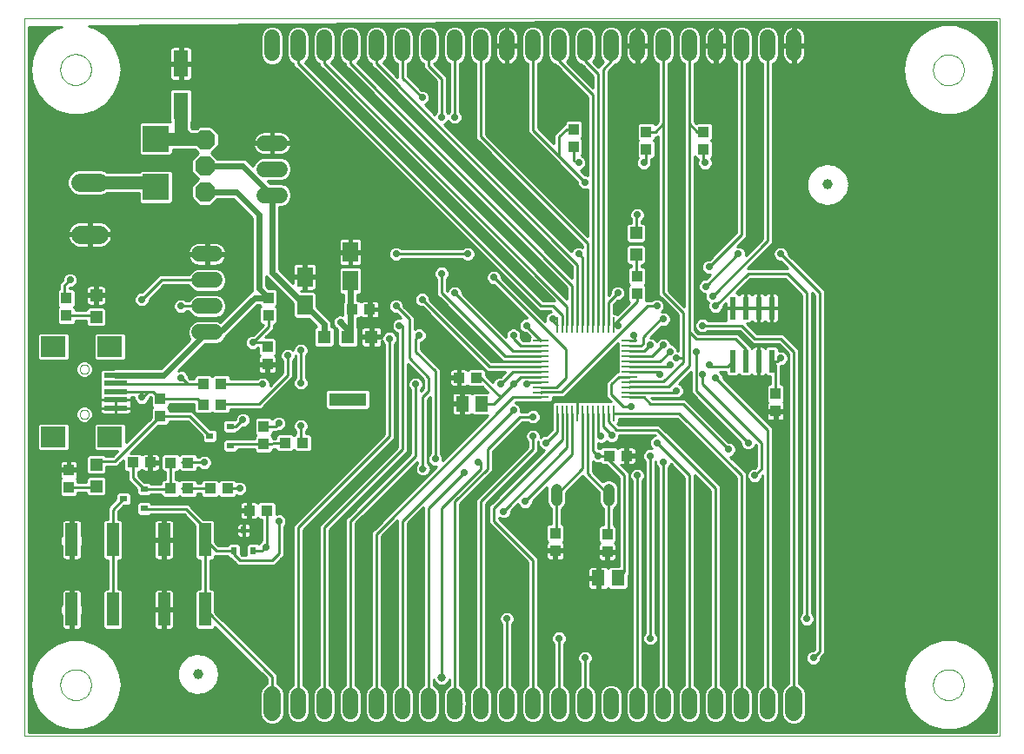
<source format=gtl>
G75*
G70*
%OFA0B0*%
%FSLAX24Y24*%
%IPPOS*%
%LPD*%
%AMOC8*
5,1,8,0,0,1.08239X$1,22.5*
%
%ADD10C,0.0000*%
%ADD11R,0.0098X0.0591*%
%ADD12R,0.0591X0.0098*%
%ADD13R,0.0236X0.0276*%
%ADD14C,0.0440*%
%ADD15R,0.0394X0.0433*%
%ADD16R,0.0472X0.0472*%
%ADD17R,0.0512X0.0512*%
%ADD18R,0.1417X0.0512*%
%ADD19R,0.0591X0.0768*%
%ADD20R,0.0433X0.0394*%
%ADD21OC8,0.0760*%
%ADD22R,0.0945X0.0787*%
%ADD23R,0.0909X0.0197*%
%ADD24R,0.0276X0.0236*%
%ADD25R,0.0512X0.0591*%
%ADD26C,0.0594*%
%ADD27R,0.1000X0.1000*%
%ADD28R,0.0472X0.1260*%
%ADD29R,0.0236X0.0866*%
%ADD30C,0.0394*%
%ADD31C,0.0660*%
%ADD32C,0.0705*%
%ADD33R,0.0551X0.1024*%
%ADD34C,0.0100*%
%ADD35C,0.0240*%
%ADD36C,0.0277*%
%ADD37C,0.0500*%
%ADD38C,0.0060*%
%ADD39C,0.0317*%
D10*
X000151Y000151D02*
X037553Y000151D01*
X037553Y027710D01*
X000151Y027710D01*
X000151Y000151D01*
X001529Y002120D02*
X001531Y002168D01*
X001537Y002216D01*
X001547Y002263D01*
X001560Y002309D01*
X001578Y002354D01*
X001598Y002398D01*
X001623Y002440D01*
X001651Y002479D01*
X001681Y002516D01*
X001715Y002550D01*
X001752Y002582D01*
X001790Y002611D01*
X001831Y002636D01*
X001874Y002658D01*
X001919Y002676D01*
X001965Y002690D01*
X002012Y002701D01*
X002060Y002708D01*
X002108Y002711D01*
X002156Y002710D01*
X002204Y002705D01*
X002252Y002696D01*
X002298Y002684D01*
X002343Y002667D01*
X002387Y002647D01*
X002429Y002624D01*
X002469Y002597D01*
X002507Y002567D01*
X002542Y002534D01*
X002574Y002498D01*
X002604Y002460D01*
X002630Y002419D01*
X002652Y002376D01*
X002672Y002332D01*
X002687Y002287D01*
X002699Y002240D01*
X002707Y002192D01*
X002711Y002144D01*
X002711Y002096D01*
X002707Y002048D01*
X002699Y002000D01*
X002687Y001953D01*
X002672Y001908D01*
X002652Y001864D01*
X002630Y001821D01*
X002604Y001780D01*
X002574Y001742D01*
X002542Y001706D01*
X002507Y001673D01*
X002469Y001643D01*
X002429Y001616D01*
X002387Y001593D01*
X002343Y001573D01*
X002298Y001556D01*
X002252Y001544D01*
X002204Y001535D01*
X002156Y001530D01*
X002108Y001529D01*
X002060Y001532D01*
X002012Y001539D01*
X001965Y001550D01*
X001919Y001564D01*
X001874Y001582D01*
X001831Y001604D01*
X001790Y001629D01*
X001752Y001658D01*
X001715Y001690D01*
X001681Y001724D01*
X001651Y001761D01*
X001623Y001800D01*
X001598Y001842D01*
X001578Y001886D01*
X001560Y001931D01*
X001547Y001977D01*
X001537Y002024D01*
X001531Y002072D01*
X001529Y002120D01*
X002269Y012498D02*
X002271Y012524D01*
X002277Y012550D01*
X002287Y012575D01*
X002300Y012598D01*
X002316Y012618D01*
X002336Y012636D01*
X002358Y012651D01*
X002381Y012663D01*
X002407Y012671D01*
X002433Y012675D01*
X002459Y012675D01*
X002485Y012671D01*
X002511Y012663D01*
X002535Y012651D01*
X002556Y012636D01*
X002576Y012618D01*
X002592Y012598D01*
X002605Y012575D01*
X002615Y012550D01*
X002621Y012524D01*
X002623Y012498D01*
X002621Y012472D01*
X002615Y012446D01*
X002605Y012421D01*
X002592Y012398D01*
X002576Y012378D01*
X002556Y012360D01*
X002534Y012345D01*
X002511Y012333D01*
X002485Y012325D01*
X002459Y012321D01*
X002433Y012321D01*
X002407Y012325D01*
X002381Y012333D01*
X002357Y012345D01*
X002336Y012360D01*
X002316Y012378D01*
X002300Y012398D01*
X002287Y012421D01*
X002277Y012446D01*
X002271Y012472D01*
X002269Y012498D01*
X002269Y014230D02*
X002271Y014256D01*
X002277Y014282D01*
X002287Y014307D01*
X002300Y014330D01*
X002316Y014350D01*
X002336Y014368D01*
X002358Y014383D01*
X002381Y014395D01*
X002407Y014403D01*
X002433Y014407D01*
X002459Y014407D01*
X002485Y014403D01*
X002511Y014395D01*
X002535Y014383D01*
X002556Y014368D01*
X002576Y014350D01*
X002592Y014330D01*
X002605Y014307D01*
X002615Y014282D01*
X002621Y014256D01*
X002623Y014230D01*
X002621Y014204D01*
X002615Y014178D01*
X002605Y014153D01*
X002592Y014130D01*
X002576Y014110D01*
X002556Y014092D01*
X002534Y014077D01*
X002511Y014065D01*
X002485Y014057D01*
X002459Y014053D01*
X002433Y014053D01*
X002407Y014057D01*
X002381Y014065D01*
X002357Y014077D01*
X002336Y014092D01*
X002316Y014110D01*
X002300Y014130D01*
X002287Y014153D01*
X002277Y014178D01*
X002271Y014204D01*
X002269Y014230D01*
X001529Y025726D02*
X001531Y025774D01*
X001537Y025822D01*
X001547Y025869D01*
X001560Y025915D01*
X001578Y025960D01*
X001598Y026004D01*
X001623Y026046D01*
X001651Y026085D01*
X001681Y026122D01*
X001715Y026156D01*
X001752Y026188D01*
X001790Y026217D01*
X001831Y026242D01*
X001874Y026264D01*
X001919Y026282D01*
X001965Y026296D01*
X002012Y026307D01*
X002060Y026314D01*
X002108Y026317D01*
X002156Y026316D01*
X002204Y026311D01*
X002252Y026302D01*
X002298Y026290D01*
X002343Y026273D01*
X002387Y026253D01*
X002429Y026230D01*
X002469Y026203D01*
X002507Y026173D01*
X002542Y026140D01*
X002574Y026104D01*
X002604Y026066D01*
X002630Y026025D01*
X002652Y025982D01*
X002672Y025938D01*
X002687Y025893D01*
X002699Y025846D01*
X002707Y025798D01*
X002711Y025750D01*
X002711Y025702D01*
X002707Y025654D01*
X002699Y025606D01*
X002687Y025559D01*
X002672Y025514D01*
X002652Y025470D01*
X002630Y025427D01*
X002604Y025386D01*
X002574Y025348D01*
X002542Y025312D01*
X002507Y025279D01*
X002469Y025249D01*
X002429Y025222D01*
X002387Y025199D01*
X002343Y025179D01*
X002298Y025162D01*
X002252Y025150D01*
X002204Y025141D01*
X002156Y025136D01*
X002108Y025135D01*
X002060Y025138D01*
X002012Y025145D01*
X001965Y025156D01*
X001919Y025170D01*
X001874Y025188D01*
X001831Y025210D01*
X001790Y025235D01*
X001752Y025264D01*
X001715Y025296D01*
X001681Y025330D01*
X001651Y025367D01*
X001623Y025406D01*
X001598Y025448D01*
X001578Y025492D01*
X001560Y025537D01*
X001547Y025583D01*
X001537Y025630D01*
X001531Y025678D01*
X001529Y025726D01*
X034993Y025714D02*
X034995Y025762D01*
X035001Y025810D01*
X035011Y025857D01*
X035024Y025903D01*
X035042Y025948D01*
X035062Y025992D01*
X035087Y026034D01*
X035115Y026073D01*
X035145Y026110D01*
X035179Y026144D01*
X035216Y026176D01*
X035254Y026205D01*
X035295Y026230D01*
X035338Y026252D01*
X035383Y026270D01*
X035429Y026284D01*
X035476Y026295D01*
X035524Y026302D01*
X035572Y026305D01*
X035620Y026304D01*
X035668Y026299D01*
X035716Y026290D01*
X035762Y026278D01*
X035807Y026261D01*
X035851Y026241D01*
X035893Y026218D01*
X035933Y026191D01*
X035971Y026161D01*
X036006Y026128D01*
X036038Y026092D01*
X036068Y026054D01*
X036094Y026013D01*
X036116Y025970D01*
X036136Y025926D01*
X036151Y025881D01*
X036163Y025834D01*
X036171Y025786D01*
X036175Y025738D01*
X036175Y025690D01*
X036171Y025642D01*
X036163Y025594D01*
X036151Y025547D01*
X036136Y025502D01*
X036116Y025458D01*
X036094Y025415D01*
X036068Y025374D01*
X036038Y025336D01*
X036006Y025300D01*
X035971Y025267D01*
X035933Y025237D01*
X035893Y025210D01*
X035851Y025187D01*
X035807Y025167D01*
X035762Y025150D01*
X035716Y025138D01*
X035668Y025129D01*
X035620Y025124D01*
X035572Y025123D01*
X035524Y025126D01*
X035476Y025133D01*
X035429Y025144D01*
X035383Y025158D01*
X035338Y025176D01*
X035295Y025198D01*
X035254Y025223D01*
X035216Y025252D01*
X035179Y025284D01*
X035145Y025318D01*
X035115Y025355D01*
X035087Y025394D01*
X035062Y025436D01*
X035042Y025480D01*
X035024Y025525D01*
X035011Y025571D01*
X035001Y025618D01*
X034995Y025666D01*
X034993Y025714D01*
X034993Y002120D02*
X034995Y002168D01*
X035001Y002216D01*
X035011Y002263D01*
X035024Y002309D01*
X035042Y002354D01*
X035062Y002398D01*
X035087Y002440D01*
X035115Y002479D01*
X035145Y002516D01*
X035179Y002550D01*
X035216Y002582D01*
X035254Y002611D01*
X035295Y002636D01*
X035338Y002658D01*
X035383Y002676D01*
X035429Y002690D01*
X035476Y002701D01*
X035524Y002708D01*
X035572Y002711D01*
X035620Y002710D01*
X035668Y002705D01*
X035716Y002696D01*
X035762Y002684D01*
X035807Y002667D01*
X035851Y002647D01*
X035893Y002624D01*
X035933Y002597D01*
X035971Y002567D01*
X036006Y002534D01*
X036038Y002498D01*
X036068Y002460D01*
X036094Y002419D01*
X036116Y002376D01*
X036136Y002332D01*
X036151Y002287D01*
X036163Y002240D01*
X036171Y002192D01*
X036175Y002144D01*
X036175Y002096D01*
X036171Y002048D01*
X036163Y002000D01*
X036151Y001953D01*
X036136Y001908D01*
X036116Y001864D01*
X036094Y001821D01*
X036068Y001780D01*
X036038Y001742D01*
X036006Y001706D01*
X035971Y001673D01*
X035933Y001643D01*
X035893Y001616D01*
X035851Y001593D01*
X035807Y001573D01*
X035762Y001556D01*
X035716Y001544D01*
X035668Y001535D01*
X035620Y001530D01*
X035572Y001529D01*
X035524Y001532D01*
X035476Y001539D01*
X035429Y001550D01*
X035383Y001564D01*
X035338Y001582D01*
X035295Y001604D01*
X035254Y001629D01*
X035216Y001658D01*
X035179Y001690D01*
X035145Y001724D01*
X035115Y001761D01*
X035087Y001800D01*
X035062Y001842D01*
X035042Y001886D01*
X035024Y001931D01*
X035011Y001977D01*
X035001Y002024D01*
X034995Y002072D01*
X034993Y002120D01*
D11*
X022735Y012538D03*
X022539Y012538D03*
X022342Y012538D03*
X022145Y012538D03*
X021948Y012538D03*
X021751Y012538D03*
X021554Y012538D03*
X021357Y012538D03*
X021161Y012538D03*
X020964Y012538D03*
X020767Y012538D03*
X020570Y012538D03*
X020570Y015924D03*
X020767Y015924D03*
X020964Y015924D03*
X021161Y015924D03*
X021357Y015924D03*
X021554Y015924D03*
X021751Y015924D03*
X021948Y015924D03*
X022145Y015924D03*
X022342Y015924D03*
X022539Y015924D03*
X022735Y015924D03*
D12*
X023346Y015313D03*
X023346Y015117D03*
X023346Y014920D03*
X023346Y014723D03*
X023346Y014526D03*
X023346Y014329D03*
X023346Y014132D03*
X023346Y013935D03*
X023346Y013739D03*
X023346Y013542D03*
X023346Y013345D03*
X023346Y013148D03*
X019960Y013148D03*
X019960Y013345D03*
X019960Y013542D03*
X019960Y013739D03*
X019960Y013935D03*
X019960Y014132D03*
X019960Y014329D03*
X019960Y014526D03*
X019960Y014723D03*
X019960Y014920D03*
X019960Y015117D03*
X019960Y015313D03*
D13*
X008931Y007262D03*
X008183Y007262D03*
X008557Y008050D03*
D14*
X020553Y009191D02*
X020553Y009631D01*
X022553Y009631D02*
X022553Y009191D01*
D15*
X022503Y007895D03*
X022503Y007226D03*
X020511Y007265D03*
X020511Y007934D03*
X028951Y012615D03*
X028951Y013284D03*
X023642Y017131D03*
X023642Y017800D03*
X023989Y022668D03*
X023989Y023337D03*
X026195Y023337D03*
X026195Y022668D03*
X021217Y022765D03*
X021217Y023434D03*
X009500Y016970D03*
X009500Y016301D03*
X009467Y015084D03*
X009467Y014415D03*
X009322Y012030D03*
X009322Y011361D03*
X005353Y012432D03*
X005353Y013102D03*
X001850Y010373D03*
X001850Y009704D03*
X001753Y016279D03*
X001753Y016948D03*
D16*
X002901Y017064D03*
X002901Y016237D03*
X002901Y010565D03*
X002901Y009738D03*
X023600Y018631D03*
X023600Y019458D03*
D17*
X013458Y015468D03*
X012553Y015468D03*
X011647Y015468D03*
D18*
X012553Y013066D03*
D19*
X010900Y016694D03*
X010900Y017777D03*
X012650Y017644D03*
X012650Y018727D03*
D20*
X012722Y016528D03*
X013392Y016528D03*
X016817Y013901D03*
X017486Y013901D03*
X022567Y010901D03*
X023236Y010901D03*
X010820Y011403D03*
X010151Y011403D03*
X007936Y009651D03*
X007267Y009651D03*
X006426Y009656D03*
X005757Y009656D03*
X005757Y010645D03*
X006426Y010645D03*
X004976Y010656D03*
X004307Y010656D03*
X007018Y012867D03*
X007687Y012867D03*
X007687Y013667D03*
X007018Y013667D03*
X008768Y008807D03*
X009437Y008807D03*
D21*
X007079Y021036D03*
X007079Y022036D03*
X007079Y023036D03*
D22*
X003431Y015096D03*
X001265Y015096D03*
X001265Y011631D03*
X003431Y011631D03*
D23*
X003653Y012734D03*
X003653Y013049D03*
X003653Y013364D03*
X003653Y013679D03*
X003653Y013994D03*
D24*
X007259Y011667D03*
X008046Y012041D03*
X008046Y011293D03*
X004735Y009627D03*
X003948Y009253D03*
X004735Y008879D03*
D25*
X016943Y012900D03*
X017691Y012900D03*
X022161Y006212D03*
X022909Y006212D03*
D26*
X022651Y001698D02*
X022651Y001104D01*
X023651Y001104D02*
X023651Y001698D01*
X024651Y001698D02*
X024651Y001104D01*
X025651Y001104D02*
X025651Y001698D01*
X026651Y001698D02*
X026651Y001104D01*
X027651Y001104D02*
X027651Y001698D01*
X028651Y001698D02*
X028651Y001104D01*
X021651Y001104D02*
X021651Y001698D01*
X020651Y001698D02*
X020651Y001104D01*
X019651Y001104D02*
X019651Y001698D01*
X018651Y001698D02*
X018651Y001104D01*
X017651Y001104D02*
X017651Y001698D01*
X016651Y001698D02*
X016651Y001104D01*
X015651Y001104D02*
X015651Y001698D01*
X014651Y001698D02*
X014651Y001104D01*
X013651Y001104D02*
X013651Y001698D01*
X012651Y001698D02*
X012651Y001104D01*
X011651Y001104D02*
X011651Y001698D01*
X010651Y001698D02*
X010651Y001104D01*
X007448Y015651D02*
X006854Y015651D01*
X006854Y016651D02*
X007448Y016651D01*
X007448Y017651D02*
X006854Y017651D01*
X006854Y018651D02*
X007448Y018651D01*
X009354Y020901D02*
X009948Y020901D01*
X009948Y021901D02*
X009354Y021901D01*
X009354Y022901D02*
X009948Y022901D01*
X009651Y026355D02*
X009651Y026949D01*
X010651Y026949D02*
X010651Y026355D01*
X011651Y026355D02*
X011651Y026949D01*
X012651Y026949D02*
X012651Y026355D01*
X013651Y026355D02*
X013651Y026949D01*
X014651Y026949D02*
X014651Y026355D01*
X015651Y026355D02*
X015651Y026949D01*
X016651Y026949D02*
X016651Y026355D01*
X017651Y026355D02*
X017651Y026949D01*
X018651Y026949D02*
X018651Y026355D01*
X019651Y026354D02*
X019651Y026948D01*
X020651Y026948D02*
X020651Y026354D01*
X021651Y026354D02*
X021651Y026948D01*
X022651Y026948D02*
X022651Y026354D01*
X023651Y026354D02*
X023651Y026948D01*
X024651Y026948D02*
X024651Y026354D01*
X025651Y026354D02*
X025651Y026948D01*
X026651Y026948D02*
X026651Y026354D01*
X027651Y026354D02*
X027651Y026948D01*
X028651Y026948D02*
X028651Y026354D01*
X029651Y026354D02*
X029651Y026948D01*
D27*
X005185Y023078D03*
X005185Y021228D03*
D28*
X005501Y007691D03*
X007076Y007691D03*
X003540Y007690D03*
X001965Y007690D03*
X001965Y005013D03*
X003540Y005013D03*
X005501Y005014D03*
X007076Y005014D03*
D29*
X027301Y014529D03*
X027801Y014529D03*
X028301Y014529D03*
X028801Y014529D03*
X028801Y016576D03*
X028301Y016576D03*
X027801Y016576D03*
X027301Y016576D03*
D30*
X030951Y021314D03*
X006801Y002527D03*
D31*
X009651Y001732D02*
X009651Y001072D01*
X029651Y001071D02*
X029651Y001731D01*
D32*
X003004Y019401D02*
X002299Y019401D01*
X002299Y021401D02*
X003004Y021401D01*
D33*
X006151Y024344D03*
X006151Y025958D03*
D34*
X006101Y025970D02*
X003835Y025970D01*
X003820Y026068D02*
X005726Y026068D01*
X005726Y026008D02*
X006101Y026008D01*
X006101Y025908D01*
X006201Y025908D01*
X006201Y025296D01*
X006446Y025296D01*
X006485Y025307D01*
X006519Y025326D01*
X006547Y025354D01*
X006566Y025389D01*
X006577Y025427D01*
X006577Y025908D01*
X006201Y025908D01*
X006201Y026008D01*
X006577Y026008D01*
X006577Y026490D01*
X006566Y026528D01*
X006547Y026562D01*
X006519Y026590D01*
X006485Y026610D01*
X006446Y026620D01*
X006201Y026620D01*
X006201Y026008D01*
X006101Y026008D01*
X006101Y026620D01*
X005856Y026620D01*
X005818Y026610D01*
X005783Y026590D01*
X005756Y026562D01*
X005736Y026528D01*
X005726Y026490D01*
X005726Y026008D01*
X005726Y025908D02*
X005726Y025427D01*
X005736Y025389D01*
X005756Y025354D01*
X005783Y025326D01*
X005818Y025307D01*
X005856Y025296D01*
X006101Y025296D01*
X006101Y025908D01*
X005726Y025908D01*
X005726Y025871D02*
X003849Y025871D01*
X003863Y025772D02*
X005726Y025772D01*
X005726Y025674D02*
X003862Y025674D01*
X003870Y025726D02*
X003799Y026219D01*
X003592Y026672D01*
X003266Y027049D01*
X002847Y027318D01*
X002847Y027318D01*
X002626Y027383D01*
X021571Y027560D01*
X037403Y027560D01*
X037403Y000301D01*
X000301Y000301D01*
X000301Y027361D01*
X001580Y027373D01*
X001393Y027318D01*
X001393Y027318D01*
X000974Y027049D01*
X000974Y027048D01*
X000647Y026672D01*
X000441Y026219D01*
X000370Y025726D01*
X000441Y025233D01*
X000647Y024780D01*
X000974Y024403D01*
X001393Y024134D01*
X001871Y023994D01*
X002369Y023994D01*
X002847Y024134D01*
X003266Y024403D01*
X003266Y024403D01*
X003266Y024403D01*
X003592Y024780D01*
X003799Y025233D01*
X003870Y025726D01*
X003848Y025575D02*
X005726Y025575D01*
X005726Y025477D02*
X003834Y025477D01*
X003820Y025378D02*
X005742Y025378D01*
X006101Y025378D02*
X006201Y025378D01*
X006201Y025477D02*
X006101Y025477D01*
X006101Y025575D02*
X006201Y025575D01*
X006201Y025674D02*
X006101Y025674D01*
X006101Y025772D02*
X006201Y025772D01*
X006201Y025871D02*
X006101Y025871D01*
X006201Y025970D02*
X009414Y025970D01*
X009398Y025976D02*
X009562Y025908D01*
X009740Y025908D01*
X009904Y025976D01*
X010030Y026102D01*
X010098Y026266D01*
X010098Y027037D01*
X010030Y027202D01*
X009904Y027327D01*
X009740Y027395D01*
X009562Y027395D01*
X009398Y027327D01*
X009272Y027202D01*
X009204Y027037D01*
X009204Y026266D01*
X009272Y026102D01*
X009398Y025976D01*
X009306Y026068D02*
X006577Y026068D01*
X006577Y026167D02*
X009245Y026167D01*
X009204Y026265D02*
X006577Y026265D01*
X006577Y026364D02*
X009204Y026364D01*
X009204Y026462D02*
X006577Y026462D01*
X006548Y026561D02*
X009204Y026561D01*
X009204Y026659D02*
X003598Y026659D01*
X003592Y026672D02*
X003592Y026672D01*
X003518Y026758D02*
X009204Y026758D01*
X009204Y026856D02*
X003432Y026856D01*
X003347Y026955D02*
X009204Y026955D01*
X009211Y027054D02*
X003258Y027054D01*
X003266Y027049D02*
X003266Y027049D01*
X003105Y027152D02*
X009251Y027152D01*
X009321Y027251D02*
X002951Y027251D01*
X002740Y027349D02*
X009450Y027349D01*
X009572Y027448D02*
X037403Y027448D01*
X037403Y027546D02*
X020076Y027546D01*
X019904Y027327D02*
X020030Y027201D01*
X020098Y027037D01*
X020098Y026265D01*
X020204Y026265D01*
X020272Y026101D01*
X020398Y025976D01*
X020476Y025943D01*
X020568Y025851D01*
X021748Y024671D01*
X021748Y021674D01*
X021709Y021690D01*
X021645Y021690D01*
X021469Y021867D01*
X021565Y021906D01*
X021646Y021988D01*
X021690Y022094D01*
X021690Y022209D01*
X021646Y022315D01*
X021565Y022396D01*
X021500Y022423D01*
X021564Y022486D01*
X021564Y023044D01*
X021508Y023100D01*
X021564Y023156D01*
X021564Y023713D01*
X021476Y023801D01*
X020958Y023801D01*
X020870Y023713D01*
X020870Y023634D01*
X020851Y023634D01*
X020734Y023517D01*
X020568Y023351D01*
X020451Y023234D01*
X020451Y022884D01*
X019851Y023484D01*
X019851Y025954D01*
X019904Y025976D01*
X020030Y026101D01*
X020098Y026265D01*
X020098Y026364D02*
X020204Y026364D01*
X020204Y026462D02*
X020098Y026462D01*
X020098Y026561D02*
X020204Y026561D01*
X020204Y026659D02*
X020098Y026659D01*
X020098Y026758D02*
X020204Y026758D01*
X020204Y026856D02*
X020098Y026856D01*
X020098Y026955D02*
X020204Y026955D01*
X020204Y027037D02*
X020204Y026265D01*
X020245Y026167D02*
X020057Y026167D01*
X019997Y026068D02*
X020305Y026068D01*
X020412Y025970D02*
X019890Y025970D01*
X019851Y025871D02*
X020549Y025871D01*
X020647Y025772D02*
X019851Y025772D01*
X019851Y025674D02*
X020746Y025674D01*
X020844Y025575D02*
X019851Y025575D01*
X019851Y025477D02*
X020943Y025477D01*
X021041Y025378D02*
X019851Y025378D01*
X019851Y025280D02*
X021140Y025280D01*
X021238Y025181D02*
X019851Y025181D01*
X019851Y025083D02*
X021337Y025083D01*
X021435Y024984D02*
X019851Y024984D01*
X019851Y024886D02*
X021534Y024886D01*
X021632Y024787D02*
X019851Y024787D01*
X019851Y024688D02*
X021731Y024688D01*
X021748Y024590D02*
X019851Y024590D01*
X019851Y024491D02*
X021748Y024491D01*
X021748Y024393D02*
X019851Y024393D01*
X019851Y024294D02*
X021748Y024294D01*
X021748Y024196D02*
X019851Y024196D01*
X019851Y024097D02*
X021748Y024097D01*
X021748Y023999D02*
X019851Y023999D01*
X019851Y023900D02*
X021748Y023900D01*
X021748Y023802D02*
X019851Y023802D01*
X019851Y023703D02*
X020870Y023703D01*
X020822Y023604D02*
X019851Y023604D01*
X019851Y023506D02*
X020723Y023506D01*
X020734Y023517D02*
X020734Y023517D01*
X020625Y023407D02*
X019928Y023407D01*
X020026Y023309D02*
X020526Y023309D01*
X020568Y023351D02*
X020568Y023351D01*
X020451Y023210D02*
X020125Y023210D01*
X020223Y023112D02*
X020451Y023112D01*
X020451Y023013D02*
X020322Y023013D01*
X020420Y022915D02*
X020451Y022915D01*
X020651Y023151D02*
X020651Y022401D01*
X019651Y023401D01*
X019651Y026651D01*
X019204Y026659D02*
X018700Y026659D01*
X018700Y026700D02*
X019098Y026700D01*
X019098Y026984D01*
X019087Y027053D01*
X019065Y027120D01*
X019033Y027183D01*
X018992Y027240D01*
X018942Y027289D01*
X018885Y027331D01*
X018822Y027363D01*
X018756Y027384D01*
X018699Y027393D01*
X018699Y026700D01*
X018602Y026700D01*
X018602Y026603D01*
X018204Y026603D01*
X018204Y026320D01*
X018215Y026250D01*
X018237Y026183D01*
X018269Y026121D01*
X018310Y026064D01*
X018360Y026014D01*
X018417Y025973D01*
X018479Y025941D01*
X018546Y025919D01*
X018602Y025910D01*
X018602Y026603D01*
X018699Y026603D01*
X018699Y025910D01*
X018756Y025919D01*
X018822Y025941D01*
X018885Y025973D01*
X018942Y026014D01*
X018992Y026064D01*
X019033Y026121D01*
X019065Y026183D01*
X019087Y026250D01*
X019098Y026320D01*
X019098Y026603D01*
X018700Y026603D01*
X018700Y026700D01*
X018699Y026758D02*
X018602Y026758D01*
X018602Y026700D02*
X018602Y027393D01*
X018546Y027384D01*
X018479Y027363D01*
X018417Y027331D01*
X018360Y027289D01*
X018310Y027240D01*
X018269Y027183D01*
X018237Y027120D01*
X018215Y027053D01*
X018204Y026984D01*
X018204Y026700D01*
X018602Y026700D01*
X018602Y026659D02*
X018098Y026659D01*
X018098Y026561D02*
X018204Y026561D01*
X018204Y026462D02*
X018098Y026462D01*
X018098Y026364D02*
X018204Y026364D01*
X018213Y026265D02*
X018097Y026265D01*
X018098Y026266D02*
X018098Y027037D01*
X018030Y027202D01*
X017904Y027327D01*
X017740Y027395D01*
X017562Y027395D01*
X017398Y027327D01*
X017272Y027202D01*
X017204Y027037D01*
X017204Y026266D01*
X017272Y026102D01*
X017398Y025976D01*
X017451Y025954D01*
X017451Y023068D01*
X017568Y022951D01*
X017568Y022951D01*
X021551Y018968D01*
X021551Y018902D01*
X021459Y018940D01*
X021344Y018940D01*
X021238Y018896D01*
X021156Y018815D01*
X021131Y018754D01*
X016254Y023631D01*
X016315Y023656D01*
X016396Y023738D01*
X016401Y023750D01*
X016406Y023738D01*
X016488Y023656D01*
X016594Y023612D01*
X016709Y023612D01*
X016815Y023656D01*
X016896Y023738D01*
X016940Y023844D01*
X016940Y023959D01*
X016896Y024065D01*
X016851Y024110D01*
X016851Y025954D01*
X016904Y025976D01*
X017030Y026102D01*
X017098Y026266D01*
X017098Y027037D01*
X017030Y027202D01*
X016904Y027327D01*
X016740Y027395D01*
X016562Y027395D01*
X016398Y027327D01*
X016272Y027202D01*
X016204Y027037D01*
X016204Y026266D01*
X016272Y026102D01*
X016398Y025976D01*
X016451Y025954D01*
X016451Y024110D01*
X016406Y024065D01*
X016401Y024052D01*
X016396Y024065D01*
X016351Y024110D01*
X016351Y025292D01*
X016351Y025458D01*
X015854Y025955D01*
X015904Y025976D01*
X016030Y026102D01*
X016098Y026266D01*
X016098Y027037D01*
X016030Y027202D01*
X015904Y027327D01*
X015740Y027395D01*
X015562Y027395D01*
X015398Y027327D01*
X015272Y027202D01*
X015204Y027037D01*
X015204Y026266D01*
X015272Y026102D01*
X015398Y025976D01*
X015451Y025954D01*
X015451Y025792D01*
X015568Y025675D01*
X015951Y025292D01*
X015951Y024110D01*
X015906Y024065D01*
X015881Y024004D01*
X015504Y024381D01*
X015565Y024406D01*
X015646Y024488D01*
X015690Y024594D01*
X015690Y024709D01*
X015646Y024815D01*
X015565Y024896D01*
X015459Y024940D01*
X015395Y024940D01*
X014851Y025484D01*
X014851Y025954D01*
X014904Y025976D01*
X015030Y026102D01*
X015098Y026266D01*
X015098Y027037D01*
X015030Y027202D01*
X014904Y027327D01*
X014740Y027395D01*
X014562Y027395D01*
X014398Y027327D01*
X014272Y027202D01*
X014204Y027037D01*
X014204Y026266D01*
X014272Y026102D01*
X014398Y025976D01*
X014451Y025954D01*
X014451Y025434D01*
X013906Y025979D01*
X014030Y026102D01*
X014098Y026266D01*
X014098Y027037D01*
X014030Y027202D01*
X013904Y027327D01*
X013740Y027395D01*
X013562Y027395D01*
X013398Y027327D01*
X013272Y027202D01*
X013204Y027037D01*
X013204Y026266D01*
X013272Y026102D01*
X013398Y025976D01*
X013451Y025954D01*
X013451Y025869D01*
X013568Y025751D01*
X021157Y018162D01*
X021157Y017728D01*
X012906Y025979D01*
X013030Y026102D01*
X013098Y026266D01*
X013098Y027037D01*
X013030Y027202D01*
X012904Y027327D01*
X012740Y027395D01*
X012562Y027395D01*
X012398Y027327D01*
X012272Y027202D01*
X012204Y027037D01*
X012204Y026266D01*
X012272Y026102D01*
X012398Y025976D01*
X012451Y025954D01*
X012451Y025869D01*
X012568Y025751D01*
X020961Y017359D01*
X020961Y016924D01*
X011906Y025979D01*
X012030Y026102D01*
X012098Y026266D01*
X012098Y027037D01*
X012030Y027202D01*
X011904Y027327D01*
X011740Y027395D01*
X011562Y027395D01*
X011398Y027327D01*
X011272Y027202D01*
X011204Y027037D01*
X011204Y026266D01*
X011272Y026102D01*
X011398Y025976D01*
X011451Y025954D01*
X011451Y025869D01*
X011568Y025751D01*
X020468Y016851D01*
X020034Y016851D01*
X010906Y025979D01*
X011030Y026102D01*
X011098Y026266D01*
X011098Y027037D01*
X011030Y027202D01*
X010904Y027327D01*
X010740Y027395D01*
X010562Y027395D01*
X010398Y027327D01*
X010272Y027202D01*
X010204Y027037D01*
X010204Y026266D01*
X010272Y026102D01*
X010398Y025976D01*
X010451Y025954D01*
X010451Y025869D01*
X010568Y025751D01*
X019868Y016451D01*
X020034Y016451D01*
X020318Y016451D01*
X020334Y016436D01*
X020238Y016396D01*
X020156Y016315D01*
X020112Y016209D01*
X020112Y016094D01*
X020127Y016058D01*
X018440Y017745D01*
X018440Y017809D01*
X018396Y017915D01*
X018315Y017996D01*
X018209Y018040D01*
X018094Y018040D01*
X017988Y017996D01*
X017906Y017915D01*
X017862Y017809D01*
X017862Y017694D01*
X017906Y017588D01*
X017988Y017506D01*
X018094Y017462D01*
X018157Y017462D01*
X019430Y016190D01*
X019344Y016190D01*
X019238Y016146D01*
X019156Y016065D01*
X019112Y015959D01*
X019112Y015844D01*
X019156Y015738D01*
X019238Y015656D01*
X019344Y015612D01*
X019378Y015612D01*
X019540Y015450D01*
X019515Y015425D01*
X019171Y015425D01*
X019168Y015417D02*
X019190Y015471D01*
X019190Y015586D01*
X019146Y015692D01*
X019065Y015773D01*
X018959Y015817D01*
X018844Y015817D01*
X018738Y015773D01*
X018656Y015692D01*
X018612Y015586D01*
X018612Y015473D01*
X016940Y017145D01*
X016940Y017209D01*
X016896Y017315D01*
X016815Y017396D01*
X016709Y017440D01*
X016594Y017440D01*
X016488Y017396D01*
X016406Y017315D01*
X016367Y017219D01*
X016351Y017234D01*
X016351Y017693D01*
X016396Y017738D01*
X016440Y017844D01*
X016440Y017959D01*
X016396Y018065D01*
X016315Y018146D01*
X016209Y018190D01*
X016094Y018190D01*
X015988Y018146D01*
X015906Y018065D01*
X015862Y017959D01*
X015862Y017844D01*
X015906Y017738D01*
X015951Y017693D01*
X015951Y017068D01*
X016068Y016951D01*
X018490Y014529D01*
X018056Y014529D01*
X015690Y016895D01*
X015690Y016959D01*
X015646Y017065D01*
X015565Y017146D01*
X015459Y017190D01*
X015344Y017190D01*
X015238Y017146D01*
X015156Y017065D01*
X015112Y016959D01*
X015112Y016844D01*
X015156Y016738D01*
X015238Y016656D01*
X015344Y016612D01*
X015407Y016612D01*
X017890Y014129D01*
X018056Y014129D01*
X018596Y014129D01*
X018407Y013940D01*
X018344Y013940D01*
X018238Y013896D01*
X018156Y013815D01*
X018117Y013719D01*
X017852Y013983D01*
X017852Y014160D01*
X017764Y014248D01*
X017207Y014248D01*
X017151Y014192D01*
X017125Y014218D01*
X017091Y014238D01*
X017053Y014248D01*
X016865Y014248D01*
X016865Y013950D01*
X016768Y013950D01*
X016768Y014248D01*
X016580Y014248D01*
X016542Y014238D01*
X016508Y014218D01*
X016480Y014190D01*
X016460Y014156D01*
X016450Y014118D01*
X016450Y013950D01*
X016768Y013950D01*
X016768Y013853D01*
X016450Y013853D01*
X016450Y013685D01*
X016460Y013646D01*
X016480Y013612D01*
X016508Y013584D01*
X016542Y013565D01*
X016580Y013554D01*
X016768Y013554D01*
X016768Y013852D01*
X016865Y013852D01*
X016865Y013554D01*
X017053Y013554D01*
X017091Y013565D01*
X017125Y013584D01*
X017151Y013610D01*
X017207Y013554D01*
X017715Y013554D01*
X017925Y013345D01*
X017373Y013345D01*
X017317Y013289D01*
X017291Y013315D01*
X017257Y013335D01*
X017219Y013345D01*
X016993Y013345D01*
X016993Y012950D01*
X016893Y012950D01*
X016893Y013345D01*
X016667Y013345D01*
X016629Y013335D01*
X016595Y013315D01*
X016567Y013287D01*
X016547Y013253D01*
X016537Y013215D01*
X016537Y012949D01*
X016893Y012949D01*
X016893Y012850D01*
X016537Y012850D01*
X016537Y012585D01*
X016547Y012546D01*
X016567Y012512D01*
X016595Y012484D01*
X016629Y012465D01*
X016667Y012454D01*
X016893Y012454D01*
X016893Y012849D01*
X016993Y012849D01*
X016993Y012454D01*
X017219Y012454D01*
X017257Y012465D01*
X017291Y012484D01*
X017317Y012510D01*
X017373Y012454D01*
X017922Y012454D01*
X016190Y010723D01*
X016190Y010836D01*
X016146Y010942D01*
X016101Y010987D01*
X016101Y014234D01*
X015984Y014351D01*
X015351Y014984D01*
X015351Y015246D01*
X015442Y015283D01*
X015523Y015365D01*
X015567Y015471D01*
X015567Y015586D01*
X015523Y015692D01*
X015442Y015773D01*
X015336Y015817D01*
X015221Y015817D01*
X015115Y015773D01*
X015101Y015759D01*
X015101Y016234D01*
X014984Y016351D01*
X014690Y016645D01*
X014690Y016709D01*
X014646Y016815D01*
X014565Y016896D01*
X014459Y016940D01*
X014344Y016940D01*
X014238Y016896D01*
X014156Y016815D01*
X014112Y016709D01*
X014112Y016594D01*
X014156Y016488D01*
X014238Y016406D01*
X014344Y016362D01*
X014407Y016362D01*
X014580Y016190D01*
X014466Y016190D01*
X014360Y016146D01*
X014279Y016065D01*
X014235Y015959D01*
X014235Y015844D01*
X014279Y015738D01*
X014360Y015656D01*
X014451Y015619D01*
X014451Y011234D01*
X011568Y008351D01*
X011451Y008234D01*
X011451Y002099D01*
X011398Y002077D01*
X011272Y001951D01*
X011204Y001787D01*
X011204Y001015D01*
X011272Y000851D01*
X011398Y000726D01*
X011562Y000657D01*
X011740Y000657D01*
X011904Y000726D01*
X012030Y000851D01*
X012098Y001015D01*
X012098Y001787D01*
X012030Y001951D01*
X011904Y002077D01*
X011851Y002099D01*
X011851Y008068D01*
X014851Y011068D01*
X014851Y011234D01*
X014851Y014418D01*
X015451Y013818D01*
X015451Y013484D01*
X015351Y013384D01*
X015351Y013443D01*
X015396Y013488D01*
X015440Y013594D01*
X015440Y013709D01*
X015396Y013815D01*
X015315Y013896D01*
X015209Y013940D01*
X015094Y013940D01*
X014988Y013896D01*
X014906Y013815D01*
X014862Y013709D01*
X014862Y013594D01*
X014906Y013488D01*
X014951Y013443D01*
X014951Y010984D01*
X012568Y008601D01*
X012451Y008484D01*
X012451Y002099D01*
X012398Y002077D01*
X012272Y001951D01*
X012204Y001787D01*
X012204Y001015D01*
X012272Y000851D01*
X012398Y000726D01*
X012562Y000657D01*
X012740Y000657D01*
X012904Y000726D01*
X013030Y000851D01*
X013098Y001015D01*
X013098Y001787D01*
X013030Y001951D01*
X012904Y002077D01*
X012851Y002099D01*
X012851Y008318D01*
X015201Y010668D01*
X015201Y010586D01*
X015179Y010565D01*
X015135Y010459D01*
X015135Y010344D01*
X015179Y010238D01*
X015261Y010156D01*
X015367Y010112D01*
X015482Y010112D01*
X015588Y010156D01*
X015669Y010238D01*
X015713Y010344D01*
X015713Y010358D01*
X015739Y010406D01*
X015693Y010565D01*
X015638Y010596D01*
X015601Y010632D01*
X015601Y013068D01*
X015701Y013168D01*
X015701Y010987D01*
X015656Y010942D01*
X015612Y010836D01*
X015612Y010721D01*
X015656Y010615D01*
X015738Y010534D01*
X015844Y010490D01*
X015957Y010490D01*
X013568Y008101D01*
X013451Y007984D01*
X013451Y002099D01*
X013398Y002077D01*
X013272Y001951D01*
X013204Y001787D01*
X013204Y001015D01*
X013272Y000851D01*
X013398Y000726D01*
X013562Y000657D01*
X013740Y000657D01*
X013904Y000726D01*
X014030Y000851D01*
X014098Y001015D01*
X014098Y001787D01*
X014030Y001951D01*
X013904Y002077D01*
X013851Y002099D01*
X013851Y007818D01*
X014451Y008418D01*
X014451Y002099D01*
X014398Y002077D01*
X014272Y001951D01*
X014204Y001787D01*
X014204Y001015D01*
X014272Y000851D01*
X014398Y000726D01*
X014562Y000657D01*
X014740Y000657D01*
X014904Y000726D01*
X015030Y000851D01*
X015098Y001015D01*
X015098Y001787D01*
X015030Y001951D01*
X014904Y002077D01*
X014851Y002099D01*
X014851Y008318D01*
X015451Y008918D01*
X015451Y002099D01*
X015398Y002077D01*
X015272Y001951D01*
X015204Y001787D01*
X015204Y001015D01*
X015272Y000851D01*
X015398Y000726D01*
X015562Y000657D01*
X015740Y000657D01*
X015904Y000726D01*
X016030Y000851D01*
X016098Y001015D01*
X016098Y001787D01*
X016030Y001951D01*
X015904Y002077D01*
X015851Y002099D01*
X015851Y002320D01*
X015890Y002226D01*
X015976Y002140D01*
X016090Y002093D01*
X016213Y002093D01*
X016326Y002140D01*
X016413Y002226D01*
X016451Y002320D01*
X016451Y002099D01*
X016398Y002077D01*
X016272Y001951D01*
X016204Y001787D01*
X016204Y001015D01*
X016272Y000851D01*
X016398Y000726D01*
X016562Y000657D01*
X016740Y000657D01*
X016904Y000726D01*
X017030Y000851D01*
X017098Y001015D01*
X017098Y001315D01*
X017101Y001318D01*
X017101Y001484D01*
X017098Y001487D01*
X017098Y001787D01*
X017030Y001951D01*
X016904Y002077D01*
X016851Y002099D01*
X016851Y009068D01*
X018101Y010318D01*
X018101Y010484D01*
X018101Y011068D01*
X019234Y012201D01*
X019443Y012201D01*
X019488Y012156D01*
X019594Y012112D01*
X019709Y012112D01*
X019815Y012156D01*
X019896Y012238D01*
X019940Y012344D01*
X019940Y012459D01*
X019896Y012565D01*
X019815Y012646D01*
X019709Y012690D01*
X019594Y012690D01*
X019488Y012646D01*
X019443Y012601D01*
X019234Y012601D01*
X019190Y012601D01*
X019190Y012709D01*
X019146Y012815D01*
X019065Y012896D01*
X018969Y012936D01*
X018981Y012948D01*
X020043Y012948D01*
X020043Y012949D01*
X020317Y012949D01*
X020405Y013037D01*
X020405Y013151D01*
X020668Y013151D01*
X020834Y013151D01*
X022900Y015218D01*
X022900Y015202D01*
X022900Y015005D01*
X022900Y014808D01*
X022900Y014611D01*
X022900Y014415D01*
X022900Y014218D01*
X022900Y014135D01*
X022853Y014135D01*
X022568Y013851D01*
X022451Y013734D01*
X022451Y013334D01*
X022451Y013168D01*
X022636Y012983D01*
X022624Y012983D01*
X022427Y012983D01*
X022230Y012983D01*
X022034Y012983D01*
X021837Y012983D01*
X021640Y012983D01*
X021443Y012983D01*
X021439Y012980D01*
X021426Y012983D01*
X021358Y012983D01*
X021358Y012898D01*
X021357Y012898D01*
X021357Y012983D01*
X021289Y012983D01*
X021275Y012980D01*
X021272Y012983D01*
X021049Y012983D01*
X020852Y012983D01*
X020656Y012983D01*
X020459Y012983D01*
X020371Y012895D01*
X020371Y012621D01*
X020370Y012621D01*
X020370Y011903D01*
X020157Y011690D01*
X020094Y011690D01*
X019988Y011646D01*
X019940Y011598D01*
X019940Y011709D01*
X019896Y011815D01*
X019815Y011896D01*
X019709Y011940D01*
X019594Y011940D01*
X019488Y011896D01*
X019406Y011815D01*
X019362Y011709D01*
X019362Y011594D01*
X019406Y011488D01*
X019451Y011443D01*
X019451Y011234D01*
X017568Y009351D01*
X017451Y009234D01*
X017451Y002099D01*
X017398Y002077D01*
X017272Y001951D01*
X017204Y001787D01*
X017204Y001015D01*
X017272Y000851D01*
X017398Y000726D01*
X017562Y000657D01*
X017740Y000657D01*
X017904Y000726D01*
X018030Y000851D01*
X018098Y001015D01*
X018098Y001787D01*
X018030Y001951D01*
X017904Y002077D01*
X017851Y002099D01*
X017851Y009068D01*
X019851Y011068D01*
X019851Y011234D01*
X019851Y011443D01*
X019862Y011454D01*
X019862Y011344D01*
X019906Y011238D01*
X019988Y011156D01*
X020084Y011117D01*
X018068Y009101D01*
X017951Y008984D01*
X017951Y008318D01*
X018068Y008201D01*
X018068Y008201D01*
X019451Y006818D01*
X019451Y002099D01*
X019398Y002077D01*
X019272Y001951D01*
X019204Y001787D01*
X019204Y001015D01*
X019272Y000851D01*
X019398Y000726D01*
X019562Y000657D01*
X019740Y000657D01*
X019904Y000726D01*
X020030Y000851D01*
X020098Y001015D01*
X020098Y001787D01*
X020030Y001951D01*
X019904Y002077D01*
X019851Y002099D01*
X019851Y006984D01*
X019734Y007101D01*
X018351Y008484D01*
X018351Y008538D01*
X018360Y008529D01*
X018466Y008485D01*
X018581Y008485D01*
X018687Y008529D01*
X018768Y008610D01*
X018812Y008716D01*
X018812Y008780D01*
X019081Y009048D01*
X019106Y008988D01*
X019188Y008906D01*
X019294Y008862D01*
X019409Y008862D01*
X019515Y008906D01*
X019596Y008988D01*
X019640Y009094D01*
X019640Y009157D01*
X020183Y009700D01*
X020183Y009117D01*
X020239Y008981D01*
X020343Y008877D01*
X020353Y008873D01*
X020353Y008301D01*
X020252Y008301D01*
X020164Y008213D01*
X020164Y007656D01*
X020220Y007600D01*
X020194Y007574D01*
X020174Y007539D01*
X020164Y007501D01*
X020164Y007313D01*
X020462Y007313D01*
X020462Y007216D01*
X020559Y007216D01*
X020559Y006898D01*
X020727Y006898D01*
X020765Y006909D01*
X020800Y006928D01*
X020827Y006956D01*
X020847Y006991D01*
X020857Y007029D01*
X020857Y007216D01*
X020559Y007216D01*
X020559Y007313D01*
X020857Y007313D01*
X020857Y007501D01*
X020847Y007539D01*
X020827Y007574D01*
X020801Y007600D01*
X020857Y007656D01*
X020857Y008213D01*
X020770Y008301D01*
X020753Y008301D01*
X020753Y008873D01*
X020762Y008877D01*
X020866Y008981D01*
X020923Y009117D01*
X020923Y009498D01*
X021553Y010128D01*
X022183Y009498D01*
X022183Y009117D01*
X022239Y008981D01*
X022343Y008877D01*
X022353Y008873D01*
X022353Y008262D01*
X022244Y008262D01*
X022156Y008174D01*
X022156Y007617D01*
X022212Y007561D01*
X022186Y007535D01*
X022166Y007500D01*
X022156Y007462D01*
X022156Y007274D01*
X022454Y007274D01*
X022454Y007177D01*
X022551Y007177D01*
X022551Y006859D01*
X022719Y006859D01*
X022757Y006870D01*
X022792Y006889D01*
X022820Y006917D01*
X022839Y006952D01*
X022850Y006990D01*
X022850Y007177D01*
X022551Y007177D01*
X022551Y007274D01*
X022850Y007274D01*
X022850Y007462D01*
X022839Y007500D01*
X022820Y007535D01*
X022794Y007561D01*
X022850Y007617D01*
X022850Y008174D01*
X022762Y008262D01*
X022753Y008262D01*
X022753Y008873D01*
X022762Y008877D01*
X022866Y008981D01*
X022923Y009117D01*
X022923Y009704D01*
X022866Y009840D01*
X022762Y009944D01*
X022626Y010001D01*
X022479Y010001D01*
X022343Y009944D01*
X022323Y009924D01*
X021951Y010295D01*
X021951Y010693D01*
X021988Y010656D01*
X022094Y010612D01*
X022209Y010612D01*
X022224Y010619D01*
X022288Y010554D01*
X022465Y010554D01*
X022951Y010068D01*
X022951Y006657D01*
X022591Y006657D01*
X022535Y006601D01*
X022509Y006627D01*
X022475Y006647D01*
X022437Y006657D01*
X022211Y006657D01*
X022211Y006262D01*
X022111Y006262D01*
X022111Y006162D01*
X021756Y006162D01*
X021756Y005897D01*
X021766Y005859D01*
X021785Y005825D01*
X021813Y005797D01*
X021848Y005777D01*
X021886Y005767D01*
X022111Y005767D01*
X022111Y006162D01*
X019851Y006162D01*
X019851Y006064D02*
X021756Y006064D01*
X021756Y005965D02*
X019851Y005965D01*
X019851Y005867D02*
X021764Y005867D01*
X021881Y005768D02*
X019851Y005768D01*
X019851Y005670D02*
X023451Y005670D01*
X023451Y005768D02*
X023229Y005768D01*
X023227Y005767D02*
X023315Y005855D01*
X023315Y006335D01*
X023351Y006371D01*
X023351Y006537D01*
X023351Y010234D01*
X023234Y010351D01*
X023031Y010554D01*
X023187Y010554D01*
X023187Y010852D01*
X023284Y010852D01*
X023284Y010554D01*
X023472Y010554D01*
X023510Y010565D01*
X023544Y010584D01*
X023572Y010612D01*
X023592Y010646D01*
X023602Y010685D01*
X023602Y010853D01*
X023284Y010853D01*
X023284Y010950D01*
X023187Y010950D01*
X023187Y011248D01*
X023000Y011248D01*
X022961Y011238D01*
X022927Y011218D01*
X022901Y011192D01*
X022845Y011248D01*
X022288Y011248D01*
X022224Y011184D01*
X022209Y011190D01*
X022148Y011190D01*
X022148Y011381D01*
X022194Y011362D01*
X022309Y011362D01*
X022415Y011406D01*
X022479Y011470D01*
X022506Y011443D01*
X022612Y011399D01*
X022727Y011399D01*
X022833Y011443D01*
X022914Y011525D01*
X022958Y011631D01*
X022958Y011701D01*
X024318Y011701D01*
X024334Y011686D01*
X024238Y011646D01*
X024156Y011565D01*
X024112Y011459D01*
X024112Y011344D01*
X024156Y011238D01*
X024204Y011190D01*
X024094Y011190D01*
X023988Y011146D01*
X023906Y011065D01*
X023862Y010959D01*
X023862Y010844D01*
X023906Y010738D01*
X023951Y010693D01*
X023951Y004110D01*
X023906Y004065D01*
X023862Y003959D01*
X023862Y003844D01*
X023906Y003738D01*
X023988Y003656D01*
X024094Y003612D01*
X024209Y003612D01*
X024315Y003656D01*
X024396Y003738D01*
X024440Y003844D01*
X024440Y003959D01*
X024396Y004065D01*
X024351Y004110D01*
X024351Y010693D01*
X024362Y010704D01*
X024362Y010594D01*
X024406Y010488D01*
X024451Y010443D01*
X024451Y002099D01*
X024398Y002077D01*
X024272Y001951D01*
X024204Y001787D01*
X024204Y001015D01*
X024272Y000851D01*
X024398Y000726D01*
X024562Y000657D01*
X024740Y000657D01*
X024904Y000726D01*
X025030Y000851D01*
X025098Y001015D01*
X025098Y001787D01*
X025030Y001951D01*
X024904Y002077D01*
X024851Y002099D01*
X024851Y010443D01*
X024896Y010488D01*
X024936Y010584D01*
X025451Y010068D01*
X025451Y002099D01*
X025398Y002077D01*
X025272Y001951D01*
X025204Y001787D01*
X025204Y001015D01*
X025272Y000851D01*
X025398Y000726D01*
X025562Y000657D01*
X025740Y000657D01*
X025904Y000726D01*
X026030Y000851D01*
X026098Y001015D01*
X026098Y001787D01*
X026030Y001951D01*
X025904Y002077D01*
X025851Y002099D01*
X025851Y010168D01*
X026451Y009568D01*
X026451Y002099D01*
X026398Y002077D01*
X026272Y001951D01*
X026204Y001787D01*
X026204Y001015D01*
X026272Y000851D01*
X026398Y000726D01*
X026562Y000657D01*
X026740Y000657D01*
X026904Y000726D01*
X027030Y000851D01*
X027098Y001015D01*
X027098Y001787D01*
X027030Y001951D01*
X026904Y002077D01*
X026851Y002099D01*
X026851Y009734D01*
X026734Y009851D01*
X024484Y012101D01*
X024318Y012101D01*
X022934Y012101D01*
X022895Y012140D01*
X022935Y012180D01*
X022935Y012338D01*
X025182Y012338D01*
X027451Y010068D01*
X027451Y002099D01*
X027398Y002077D01*
X027272Y001951D01*
X027204Y001787D01*
X027204Y001015D01*
X027272Y000851D01*
X027398Y000726D01*
X027562Y000657D01*
X027740Y000657D01*
X027904Y000726D01*
X028030Y000851D01*
X028098Y001015D01*
X028098Y001787D01*
X028030Y001951D01*
X027904Y002077D01*
X027851Y002099D01*
X027851Y010234D01*
X027734Y010351D01*
X027219Y010867D01*
X027315Y010906D01*
X027396Y010988D01*
X027440Y011094D01*
X027440Y011209D01*
X027396Y011315D01*
X027315Y011396D01*
X027209Y011440D01*
X027145Y011440D01*
X025484Y013101D01*
X025318Y013101D01*
X024234Y013101D01*
X024190Y013145D01*
X025012Y013145D01*
X025015Y013145D01*
X025094Y013112D01*
X025209Y013112D01*
X025315Y013156D01*
X025396Y013238D01*
X025440Y013344D01*
X025440Y013459D01*
X025396Y013565D01*
X025315Y013646D01*
X025254Y013671D01*
X025701Y014118D01*
X025701Y013484D01*
X025701Y013318D01*
X027612Y011407D01*
X027612Y011344D01*
X027656Y011238D01*
X027738Y011156D01*
X027844Y011112D01*
X027959Y011112D01*
X028065Y011156D01*
X028146Y011238D01*
X028186Y011334D01*
X028201Y011318D01*
X028201Y010484D01*
X028157Y010440D01*
X028094Y010440D01*
X027988Y010396D01*
X027906Y010315D01*
X027862Y010209D01*
X027862Y010094D01*
X027906Y009988D01*
X027988Y009906D01*
X028094Y009862D01*
X028209Y009862D01*
X028315Y009906D01*
X028396Y009988D01*
X028440Y010094D01*
X028440Y010157D01*
X028451Y010168D01*
X028451Y002099D01*
X028398Y002077D01*
X028272Y001951D01*
X028204Y001787D01*
X028204Y001015D01*
X028272Y000851D01*
X028398Y000726D01*
X028562Y000657D01*
X028740Y000657D01*
X028904Y000726D01*
X029030Y000851D01*
X029098Y001015D01*
X029098Y001787D01*
X029030Y001951D01*
X028904Y002077D01*
X028851Y002099D01*
X028851Y011984D01*
X028734Y012101D01*
X026940Y013895D01*
X026940Y013959D01*
X026896Y014065D01*
X026823Y014137D01*
X027027Y014137D01*
X027033Y014137D01*
X027033Y014034D01*
X027121Y013946D01*
X027481Y013946D01*
X027551Y014016D01*
X027621Y013946D01*
X027981Y013946D01*
X028054Y014019D01*
X028063Y014004D01*
X028091Y013976D01*
X028125Y013956D01*
X028163Y013946D01*
X028292Y013946D01*
X028292Y014520D01*
X028310Y014520D01*
X028310Y013946D01*
X028439Y013946D01*
X028477Y013956D01*
X028511Y013976D01*
X028539Y014004D01*
X028548Y014019D01*
X028621Y013946D01*
X028751Y013946D01*
X028751Y013651D01*
X028692Y013651D01*
X028604Y013563D01*
X028604Y013006D01*
X028660Y012950D01*
X028634Y012924D01*
X028615Y012889D01*
X028604Y012851D01*
X028604Y012663D01*
X028902Y012663D01*
X028902Y012566D01*
X028604Y012566D01*
X028604Y012379D01*
X028615Y012341D01*
X028634Y012306D01*
X028662Y012278D01*
X028696Y012259D01*
X028735Y012248D01*
X028903Y012248D01*
X028903Y012566D01*
X029000Y012566D01*
X029000Y012663D01*
X029298Y012663D01*
X029298Y012851D01*
X029288Y012889D01*
X029268Y012924D01*
X029242Y012950D01*
X029298Y013006D01*
X029298Y013563D01*
X029210Y013651D01*
X029151Y013651D01*
X029151Y014296D01*
X029151Y014362D01*
X029209Y014362D01*
X029315Y014406D01*
X029396Y014488D01*
X029440Y014594D01*
X029440Y014709D01*
X029396Y014815D01*
X029315Y014896D01*
X029209Y014940D01*
X029094Y014940D01*
X029069Y014930D01*
X029069Y015024D01*
X028981Y015112D01*
X028621Y015112D01*
X028548Y015039D01*
X028539Y015054D01*
X028511Y015082D01*
X028477Y015102D01*
X028439Y015112D01*
X028310Y015112D01*
X028310Y014538D01*
X028292Y014538D01*
X028292Y015112D01*
X028163Y015112D01*
X028125Y015102D01*
X028091Y015082D01*
X028063Y015054D01*
X028054Y015039D01*
X027981Y015112D01*
X027973Y015112D01*
X027601Y015484D01*
X027484Y015601D01*
X025984Y015601D01*
X025851Y015734D01*
X025851Y022386D01*
X025936Y022302D01*
X025995Y022302D01*
X025995Y022290D01*
X025995Y022287D01*
X025962Y022209D01*
X025962Y022094D01*
X026006Y021988D01*
X026088Y021906D01*
X026194Y021862D01*
X026309Y021862D01*
X026415Y021906D01*
X026496Y021988D01*
X026540Y022094D01*
X026540Y022209D01*
X026496Y022315D01*
X026481Y022329D01*
X026542Y022389D01*
X026542Y022947D01*
X026486Y023003D01*
X026542Y023059D01*
X026542Y023616D01*
X026454Y023704D01*
X025936Y023704D01*
X025909Y023677D01*
X025851Y023734D01*
X025851Y025954D01*
X025904Y025976D01*
X026030Y026101D01*
X026098Y026265D01*
X026213Y026265D01*
X026215Y026250D02*
X026237Y026183D01*
X026269Y026120D01*
X026310Y026063D01*
X026360Y026013D01*
X026417Y025972D01*
X026480Y025940D01*
X026546Y025918D01*
X026603Y025910D01*
X026603Y026602D01*
X026700Y026602D01*
X026700Y025910D01*
X026756Y025918D01*
X026823Y025940D01*
X026885Y025972D01*
X026942Y026013D01*
X026992Y026063D01*
X027033Y026120D01*
X027065Y026183D01*
X027087Y026250D01*
X027098Y026319D01*
X027098Y026603D01*
X026700Y026603D01*
X026700Y026700D01*
X027098Y026700D01*
X027098Y026983D01*
X027087Y027053D01*
X027065Y027120D01*
X027033Y027182D01*
X026992Y027239D01*
X026942Y027289D01*
X026885Y027330D01*
X026823Y027362D01*
X026756Y027384D01*
X026700Y027393D01*
X026700Y026700D01*
X026603Y026700D01*
X026603Y027393D01*
X026546Y027384D01*
X026480Y027362D01*
X026417Y027330D01*
X026360Y027289D01*
X026310Y027239D01*
X026269Y027182D01*
X026237Y027120D01*
X026215Y027053D01*
X026204Y026983D01*
X026204Y026700D01*
X026602Y026700D01*
X026602Y026603D01*
X026204Y026603D01*
X026204Y026319D01*
X026215Y026250D01*
X026245Y026167D02*
X026057Y026167D01*
X026098Y026265D02*
X026098Y027037D01*
X026030Y027201D01*
X025904Y027327D01*
X025740Y027395D01*
X025562Y027395D01*
X025398Y027327D01*
X025272Y027201D01*
X025204Y027037D01*
X025204Y026265D01*
X025098Y026265D01*
X025098Y027037D01*
X025030Y027201D01*
X024904Y027327D01*
X024740Y027395D01*
X024562Y027395D01*
X024398Y027327D01*
X024272Y027201D01*
X024204Y027037D01*
X024204Y026265D01*
X024089Y026265D01*
X024087Y026250D02*
X024098Y026319D01*
X024098Y026603D01*
X023700Y026603D01*
X023700Y026700D01*
X023603Y026700D01*
X023603Y027393D01*
X023546Y027384D01*
X023480Y027362D01*
X023417Y027330D01*
X023360Y027289D01*
X023310Y027239D01*
X023269Y027182D01*
X023237Y027120D01*
X023215Y027053D01*
X023204Y026983D01*
X023204Y026700D01*
X023602Y026700D01*
X023602Y026603D01*
X023204Y026603D01*
X023204Y026319D01*
X023215Y026250D01*
X023237Y026183D01*
X023269Y026120D01*
X023310Y026063D01*
X023360Y026013D01*
X023417Y025972D01*
X023480Y025940D01*
X023546Y025918D01*
X023603Y025910D01*
X023603Y026602D01*
X023700Y026602D01*
X023700Y025910D01*
X023756Y025918D01*
X023823Y025940D01*
X023885Y025972D01*
X023942Y026013D01*
X023992Y026063D01*
X024033Y026120D01*
X024065Y026183D01*
X024087Y026250D01*
X024057Y026167D02*
X024245Y026167D01*
X024272Y026101D02*
X024398Y025976D01*
X024451Y025954D01*
X024451Y023734D01*
X024334Y023617D01*
X024248Y023704D01*
X023730Y023704D01*
X023642Y023616D01*
X023642Y023059D01*
X023698Y023003D01*
X023642Y022947D01*
X023642Y022389D01*
X023686Y022345D01*
X023656Y022315D01*
X023612Y022209D01*
X023612Y022094D01*
X023656Y021988D01*
X023738Y021906D01*
X023844Y021862D01*
X023959Y021862D01*
X024065Y021906D01*
X024146Y021988D01*
X024190Y022094D01*
X024190Y022209D01*
X024189Y022212D01*
X024189Y022302D01*
X024248Y022302D01*
X024335Y022389D01*
X024335Y022947D01*
X024279Y023003D01*
X024335Y023059D01*
X024335Y023137D01*
X024420Y023137D01*
X024451Y023168D01*
X024451Y017068D01*
X024568Y016951D01*
X025201Y016318D01*
X025201Y014940D01*
X025190Y014940D01*
X025190Y014959D01*
X025146Y015065D01*
X025065Y015146D01*
X024959Y015190D01*
X024940Y015190D01*
X024940Y015209D01*
X024896Y015315D01*
X024815Y015396D01*
X024709Y015440D01*
X024594Y015440D01*
X024488Y015396D01*
X024406Y015315D01*
X024401Y015302D01*
X024396Y015315D01*
X024315Y015396D01*
X024209Y015440D01*
X024138Y015440D01*
X024570Y015872D01*
X024594Y015862D01*
X024709Y015862D01*
X024815Y015906D01*
X024896Y015988D01*
X024940Y016094D01*
X024940Y016209D01*
X024896Y016315D01*
X024815Y016396D01*
X024709Y016440D01*
X024598Y016440D01*
X024646Y016488D01*
X024690Y016594D01*
X024690Y016709D01*
X024646Y016815D01*
X024565Y016896D01*
X024459Y016940D01*
X024344Y016940D01*
X024238Y016896D01*
X024193Y016851D01*
X023988Y016851D01*
X023989Y016852D01*
X023989Y017409D01*
X023933Y017465D01*
X023989Y017521D01*
X023989Y018079D01*
X023901Y018166D01*
X023800Y018166D01*
X023800Y018245D01*
X023898Y018245D01*
X023986Y018333D01*
X023986Y018930D01*
X023898Y019018D01*
X023301Y019018D01*
X023213Y018930D01*
X023213Y018333D01*
X023301Y018245D01*
X023400Y018245D01*
X023400Y018166D01*
X023383Y018166D01*
X023295Y018079D01*
X023295Y017521D01*
X023351Y017465D01*
X023295Y017409D01*
X023295Y016852D01*
X023338Y016809D01*
X022872Y016343D01*
X022847Y016369D01*
X022739Y016369D01*
X022739Y016706D01*
X023235Y016706D01*
X023137Y016608D02*
X022739Y016608D01*
X022739Y016706D02*
X022895Y016862D01*
X022959Y016862D01*
X023065Y016906D01*
X023146Y016988D01*
X023190Y017094D01*
X023190Y017209D01*
X023146Y017315D01*
X023065Y017396D01*
X022959Y017440D01*
X022844Y017440D01*
X022738Y017396D01*
X022656Y017315D01*
X022612Y017209D01*
X022612Y017145D01*
X022542Y017074D01*
X022542Y025659D01*
X022734Y025851D01*
X022826Y025943D01*
X022904Y025976D01*
X023030Y026101D01*
X023098Y026265D01*
X023213Y026265D01*
X023204Y026364D02*
X023098Y026364D01*
X023098Y026462D02*
X023204Y026462D01*
X023204Y026561D02*
X023098Y026561D01*
X023098Y026659D02*
X023602Y026659D01*
X023700Y026659D02*
X024204Y026659D01*
X024204Y026561D02*
X024098Y026561D01*
X024098Y026462D02*
X024204Y026462D01*
X024204Y026364D02*
X024098Y026364D01*
X024204Y026265D02*
X024272Y026101D01*
X024305Y026068D02*
X023996Y026068D01*
X023880Y025970D02*
X024412Y025970D01*
X024451Y025871D02*
X022754Y025871D01*
X022655Y025772D02*
X024451Y025772D01*
X024451Y025674D02*
X022557Y025674D01*
X022542Y025575D02*
X024451Y025575D01*
X024451Y025477D02*
X022542Y025477D01*
X022542Y025378D02*
X024451Y025378D01*
X024451Y025280D02*
X022542Y025280D01*
X022542Y025181D02*
X024451Y025181D01*
X024451Y025083D02*
X022542Y025083D01*
X022542Y024984D02*
X024451Y024984D01*
X024451Y024886D02*
X022542Y024886D01*
X022542Y024787D02*
X024451Y024787D01*
X024451Y024688D02*
X022542Y024688D01*
X022542Y024590D02*
X024451Y024590D01*
X024451Y024491D02*
X022542Y024491D01*
X022542Y024393D02*
X024451Y024393D01*
X024451Y024294D02*
X022542Y024294D01*
X022542Y024196D02*
X024451Y024196D01*
X024451Y024097D02*
X022542Y024097D01*
X022542Y023999D02*
X024451Y023999D01*
X024451Y023900D02*
X022542Y023900D01*
X022542Y023802D02*
X024451Y023802D01*
X024420Y023703D02*
X024248Y023703D01*
X024337Y023337D02*
X024651Y023651D01*
X024651Y026651D01*
X025098Y026659D02*
X025204Y026659D01*
X025204Y026561D02*
X025098Y026561D01*
X025098Y026462D02*
X025204Y026462D01*
X025204Y026364D02*
X025098Y026364D01*
X025098Y026265D02*
X025030Y026101D01*
X024904Y025976D01*
X024851Y025954D01*
X024851Y023734D01*
X024851Y023568D01*
X024851Y017234D01*
X025451Y016634D01*
X025451Y023568D01*
X025451Y023734D01*
X025451Y025954D01*
X025398Y025976D01*
X025272Y026101D01*
X025204Y026265D01*
X025245Y026167D02*
X025057Y026167D01*
X024997Y026068D02*
X025305Y026068D01*
X025412Y025970D02*
X024890Y025970D01*
X024851Y025871D02*
X025451Y025871D01*
X025451Y025772D02*
X024851Y025772D01*
X024851Y025674D02*
X025451Y025674D01*
X025451Y025575D02*
X024851Y025575D01*
X024851Y025477D02*
X025451Y025477D01*
X025451Y025378D02*
X024851Y025378D01*
X024851Y025280D02*
X025451Y025280D01*
X025451Y025181D02*
X024851Y025181D01*
X024851Y025083D02*
X025451Y025083D01*
X025451Y024984D02*
X024851Y024984D01*
X024851Y024886D02*
X025451Y024886D01*
X025451Y024787D02*
X024851Y024787D01*
X024851Y024688D02*
X025451Y024688D01*
X025451Y024590D02*
X024851Y024590D01*
X024851Y024491D02*
X025451Y024491D01*
X025451Y024393D02*
X024851Y024393D01*
X024851Y024294D02*
X025451Y024294D01*
X025451Y024196D02*
X024851Y024196D01*
X024851Y024097D02*
X025451Y024097D01*
X025451Y023999D02*
X024851Y023999D01*
X024851Y023900D02*
X025451Y023900D01*
X025451Y023802D02*
X024851Y023802D01*
X024851Y023703D02*
X025451Y023703D01*
X025451Y023604D02*
X024851Y023604D01*
X024851Y023506D02*
X025451Y023506D01*
X025451Y023407D02*
X024851Y023407D01*
X024851Y023309D02*
X025451Y023309D01*
X025451Y023210D02*
X024851Y023210D01*
X024851Y023112D02*
X025451Y023112D01*
X025451Y023013D02*
X024851Y023013D01*
X024851Y022915D02*
X025451Y022915D01*
X025451Y022816D02*
X024851Y022816D01*
X024851Y022718D02*
X025451Y022718D01*
X025451Y022619D02*
X024851Y022619D01*
X024851Y022521D02*
X025451Y022521D01*
X025451Y022422D02*
X024851Y022422D01*
X024851Y022323D02*
X025451Y022323D01*
X025451Y022225D02*
X024851Y022225D01*
X024851Y022126D02*
X025451Y022126D01*
X025451Y022028D02*
X024851Y022028D01*
X024851Y021929D02*
X025451Y021929D01*
X025451Y021831D02*
X024851Y021831D01*
X024851Y021732D02*
X025451Y021732D01*
X025451Y021634D02*
X024851Y021634D01*
X024851Y021535D02*
X025451Y021535D01*
X025451Y021437D02*
X024851Y021437D01*
X024851Y021338D02*
X025451Y021338D01*
X025451Y021239D02*
X024851Y021239D01*
X024851Y021141D02*
X025451Y021141D01*
X025451Y021042D02*
X024851Y021042D01*
X024851Y020944D02*
X025451Y020944D01*
X025451Y020845D02*
X024851Y020845D01*
X024851Y020747D02*
X025451Y020747D01*
X025451Y020648D02*
X024851Y020648D01*
X024851Y020550D02*
X025451Y020550D01*
X025451Y020451D02*
X024851Y020451D01*
X024851Y020353D02*
X025451Y020353D01*
X025451Y020254D02*
X024851Y020254D01*
X024851Y020155D02*
X025451Y020155D01*
X025451Y020057D02*
X024851Y020057D01*
X024851Y019958D02*
X025451Y019958D01*
X025451Y019860D02*
X024851Y019860D01*
X024851Y019761D02*
X025451Y019761D01*
X025451Y019663D02*
X024851Y019663D01*
X024851Y019564D02*
X025451Y019564D01*
X025451Y019466D02*
X024851Y019466D01*
X024851Y019367D02*
X025451Y019367D01*
X025451Y019269D02*
X024851Y019269D01*
X024851Y019170D02*
X025451Y019170D01*
X025451Y019071D02*
X024851Y019071D01*
X024851Y018973D02*
X025451Y018973D01*
X025451Y018874D02*
X024851Y018874D01*
X024851Y018776D02*
X025451Y018776D01*
X025451Y018677D02*
X024851Y018677D01*
X024851Y018579D02*
X025451Y018579D01*
X025451Y018480D02*
X024851Y018480D01*
X024851Y018382D02*
X025451Y018382D01*
X025451Y018283D02*
X024851Y018283D01*
X024851Y018185D02*
X025451Y018185D01*
X025451Y018086D02*
X024851Y018086D01*
X024851Y017988D02*
X025451Y017988D01*
X025451Y017889D02*
X024851Y017889D01*
X024851Y017790D02*
X025451Y017790D01*
X025451Y017692D02*
X024851Y017692D01*
X024851Y017593D02*
X025451Y017593D01*
X025451Y017495D02*
X024851Y017495D01*
X024851Y017396D02*
X025451Y017396D01*
X025451Y017298D02*
X024851Y017298D01*
X024886Y017199D02*
X025451Y017199D01*
X025451Y017101D02*
X024985Y017101D01*
X025083Y017002D02*
X025451Y017002D01*
X025451Y016904D02*
X025182Y016904D01*
X025280Y016805D02*
X025451Y016805D01*
X025451Y016706D02*
X025379Y016706D01*
X025401Y016401D02*
X024651Y017151D01*
X024651Y023651D01*
X024337Y023337D02*
X023989Y023337D01*
X023642Y023309D02*
X022542Y023309D01*
X022542Y023407D02*
X023642Y023407D01*
X023642Y023506D02*
X022542Y023506D01*
X022542Y023604D02*
X023642Y023604D01*
X023729Y023703D02*
X022542Y023703D01*
X022542Y023210D02*
X023642Y023210D01*
X023642Y023112D02*
X022542Y023112D01*
X022542Y023013D02*
X023687Y023013D01*
X023642Y022915D02*
X022542Y022915D01*
X022542Y022816D02*
X023642Y022816D01*
X023642Y022718D02*
X022542Y022718D01*
X022542Y022619D02*
X023642Y022619D01*
X023642Y022521D02*
X022542Y022521D01*
X022542Y022422D02*
X023642Y022422D01*
X023665Y022323D02*
X022542Y022323D01*
X022542Y022225D02*
X023619Y022225D01*
X023612Y022126D02*
X022542Y022126D01*
X022542Y022028D02*
X023640Y022028D01*
X023715Y021929D02*
X022542Y021929D01*
X022542Y021831D02*
X024451Y021831D01*
X024451Y021929D02*
X024088Y021929D01*
X024163Y022028D02*
X024451Y022028D01*
X024451Y022126D02*
X024190Y022126D01*
X024189Y022225D02*
X024451Y022225D01*
X024451Y022323D02*
X024269Y022323D01*
X024335Y022422D02*
X024451Y022422D01*
X024451Y022521D02*
X024335Y022521D01*
X024335Y022619D02*
X024451Y022619D01*
X024451Y022718D02*
X024335Y022718D01*
X024335Y022816D02*
X024451Y022816D01*
X024451Y022915D02*
X024335Y022915D01*
X024290Y023013D02*
X024451Y023013D01*
X024451Y023112D02*
X024335Y023112D01*
X023989Y022668D02*
X023989Y022239D01*
X023901Y022151D01*
X024451Y021732D02*
X022542Y021732D01*
X022542Y021634D02*
X024451Y021634D01*
X024451Y021535D02*
X022542Y021535D01*
X022542Y021437D02*
X024451Y021437D01*
X024451Y021338D02*
X022542Y021338D01*
X022542Y021239D02*
X024451Y021239D01*
X024451Y021141D02*
X022542Y021141D01*
X022542Y021042D02*
X024451Y021042D01*
X024451Y020944D02*
X022542Y020944D01*
X022542Y020845D02*
X024451Y020845D01*
X024451Y020747D02*
X022542Y020747D01*
X022542Y020648D02*
X024451Y020648D01*
X024451Y020550D02*
X022542Y020550D01*
X022542Y020451D02*
X024451Y020451D01*
X024451Y020353D02*
X023858Y020353D01*
X023896Y020315D02*
X023815Y020396D01*
X023709Y020440D01*
X023594Y020440D01*
X023488Y020396D01*
X023406Y020315D01*
X023362Y020209D01*
X023362Y020094D01*
X023400Y020004D01*
X023400Y019844D01*
X023301Y019844D01*
X023213Y019757D01*
X023213Y019160D01*
X023301Y019072D01*
X023898Y019072D01*
X023986Y019160D01*
X023986Y019757D01*
X023898Y019844D01*
X023800Y019844D01*
X023800Y019900D01*
X023815Y019906D01*
X023896Y019988D01*
X023940Y020094D01*
X023940Y020209D01*
X023896Y020315D01*
X023921Y020254D02*
X024451Y020254D01*
X024451Y020155D02*
X023940Y020155D01*
X023925Y020057D02*
X024451Y020057D01*
X024451Y019958D02*
X023867Y019958D01*
X023800Y019860D02*
X024451Y019860D01*
X024451Y019761D02*
X023981Y019761D01*
X023986Y019663D02*
X024451Y019663D01*
X024451Y019564D02*
X023986Y019564D01*
X023986Y019466D02*
X024451Y019466D01*
X024451Y019367D02*
X023986Y019367D01*
X023986Y019269D02*
X024451Y019269D01*
X024451Y019170D02*
X023986Y019170D01*
X023943Y018973D02*
X024451Y018973D01*
X024451Y019071D02*
X022542Y019071D01*
X022542Y018973D02*
X023256Y018973D01*
X023213Y018874D02*
X022542Y018874D01*
X022542Y018776D02*
X023213Y018776D01*
X023213Y018677D02*
X022542Y018677D01*
X022542Y018579D02*
X023213Y018579D01*
X023213Y018480D02*
X022542Y018480D01*
X022542Y018382D02*
X023213Y018382D01*
X023263Y018283D02*
X022542Y018283D01*
X022542Y018185D02*
X023400Y018185D01*
X023302Y018086D02*
X022542Y018086D01*
X022542Y017988D02*
X023295Y017988D01*
X023295Y017889D02*
X022542Y017889D01*
X022542Y017790D02*
X023295Y017790D01*
X023295Y017692D02*
X022542Y017692D01*
X022542Y017593D02*
X023295Y017593D01*
X023321Y017495D02*
X022542Y017495D01*
X022542Y017396D02*
X022738Y017396D01*
X022649Y017298D02*
X022542Y017298D01*
X022542Y017199D02*
X022612Y017199D01*
X022568Y017101D02*
X022542Y017101D01*
X022539Y016789D02*
X022901Y017151D01*
X023153Y017298D02*
X023295Y017298D01*
X023295Y017396D02*
X023064Y017396D01*
X023190Y017199D02*
X023295Y017199D01*
X023295Y017101D02*
X023190Y017101D01*
X023152Y017002D02*
X023295Y017002D01*
X023295Y016904D02*
X023058Y016904D01*
X022838Y016805D02*
X023334Y016805D01*
X023642Y016830D02*
X023642Y017131D01*
X023642Y016830D02*
X022735Y015924D01*
X022879Y015924D01*
X022901Y015901D01*
X022539Y015924D02*
X022539Y016789D01*
X022739Y016509D02*
X023038Y016509D01*
X022940Y016411D02*
X022739Y016411D01*
X022342Y015924D02*
X022342Y025742D01*
X022651Y026051D01*
X022651Y026651D01*
X023098Y026758D02*
X023204Y026758D01*
X023204Y026856D02*
X023098Y026856D01*
X023098Y026955D02*
X023204Y026955D01*
X023216Y027054D02*
X023091Y027054D01*
X023098Y027037D02*
X023030Y027201D01*
X022904Y027327D01*
X022740Y027395D01*
X022562Y027395D01*
X022398Y027327D01*
X022272Y027201D01*
X022204Y027037D01*
X022204Y026265D01*
X022098Y026265D01*
X022098Y027037D01*
X022030Y027201D01*
X021904Y027327D01*
X021740Y027395D01*
X021562Y027395D01*
X021398Y027327D01*
X021272Y027201D01*
X021204Y027037D01*
X021204Y026265D01*
X021098Y026265D01*
X021098Y027037D01*
X021030Y027201D01*
X020904Y027327D01*
X020740Y027395D01*
X020562Y027395D01*
X020398Y027327D01*
X020272Y027201D01*
X020204Y027037D01*
X020211Y027054D02*
X020091Y027054D01*
X020050Y027152D02*
X020252Y027152D01*
X020322Y027251D02*
X019981Y027251D01*
X019904Y027327D02*
X019740Y027395D01*
X019562Y027395D01*
X019398Y027327D01*
X019272Y027201D01*
X019204Y027037D01*
X019204Y026265D01*
X019089Y026265D01*
X019098Y026364D02*
X019204Y026364D01*
X019204Y026462D02*
X019098Y026462D01*
X019098Y026561D02*
X019204Y026561D01*
X019204Y026758D02*
X019098Y026758D01*
X019098Y026856D02*
X019204Y026856D01*
X019204Y026955D02*
X019098Y026955D01*
X019087Y027054D02*
X019211Y027054D01*
X019252Y027152D02*
X019049Y027152D01*
X018981Y027251D02*
X019322Y027251D01*
X019452Y027349D02*
X018849Y027349D01*
X018699Y027349D02*
X018602Y027349D01*
X018602Y027251D02*
X018699Y027251D01*
X018699Y027152D02*
X018602Y027152D01*
X018602Y027054D02*
X018699Y027054D01*
X018699Y026955D02*
X018602Y026955D01*
X018602Y026856D02*
X018699Y026856D01*
X018699Y026561D02*
X018602Y026561D01*
X018602Y026462D02*
X018699Y026462D01*
X018699Y026364D02*
X018602Y026364D01*
X018602Y026265D02*
X018699Y026265D01*
X018699Y026167D02*
X018602Y026167D01*
X018602Y026068D02*
X018699Y026068D01*
X018699Y025970D02*
X018602Y025970D01*
X018423Y025970D02*
X017888Y025970D01*
X017904Y025976D02*
X018030Y026102D01*
X018098Y026266D01*
X018056Y026167D02*
X018245Y026167D01*
X018307Y026068D02*
X017996Y026068D01*
X017904Y025976D02*
X017851Y025954D01*
X017851Y023234D01*
X021748Y019337D01*
X021748Y021129D01*
X021709Y021112D01*
X021594Y021112D01*
X021488Y021156D01*
X021406Y021238D01*
X021362Y021344D01*
X021362Y021407D01*
X020568Y022201D01*
X019451Y023318D01*
X019451Y023484D01*
X019451Y025954D01*
X019398Y025976D01*
X019272Y026101D01*
X019204Y026265D01*
X019245Y026167D02*
X019056Y026167D01*
X018995Y026068D02*
X019305Y026068D01*
X019412Y025970D02*
X018879Y025970D01*
X019451Y025871D02*
X017851Y025871D01*
X017851Y025772D02*
X019451Y025772D01*
X019451Y025674D02*
X017851Y025674D01*
X017851Y025575D02*
X019451Y025575D01*
X019451Y025477D02*
X017851Y025477D01*
X017851Y025378D02*
X019451Y025378D01*
X019451Y025280D02*
X017851Y025280D01*
X017851Y025181D02*
X019451Y025181D01*
X019451Y025083D02*
X017851Y025083D01*
X017851Y024984D02*
X019451Y024984D01*
X019451Y024886D02*
X017851Y024886D01*
X017851Y024787D02*
X019451Y024787D01*
X019451Y024688D02*
X017851Y024688D01*
X017851Y024590D02*
X019451Y024590D01*
X019451Y024491D02*
X017851Y024491D01*
X017851Y024393D02*
X019451Y024393D01*
X019451Y024294D02*
X017851Y024294D01*
X017851Y024196D02*
X019451Y024196D01*
X019451Y024097D02*
X017851Y024097D01*
X017851Y023999D02*
X019451Y023999D01*
X019451Y023900D02*
X017851Y023900D01*
X017851Y023802D02*
X019451Y023802D01*
X019451Y023703D02*
X017851Y023703D01*
X017851Y023604D02*
X019451Y023604D01*
X019451Y023506D02*
X017851Y023506D01*
X017851Y023407D02*
X019451Y023407D01*
X019461Y023309D02*
X017851Y023309D01*
X017875Y023210D02*
X019559Y023210D01*
X019658Y023112D02*
X017973Y023112D01*
X018072Y023013D02*
X019756Y023013D01*
X019855Y022915D02*
X018170Y022915D01*
X018269Y022816D02*
X019953Y022816D01*
X020052Y022718D02*
X018368Y022718D01*
X018466Y022619D02*
X020150Y022619D01*
X020249Y022521D02*
X018565Y022521D01*
X018663Y022422D02*
X020348Y022422D01*
X020446Y022323D02*
X018762Y022323D01*
X018860Y022225D02*
X020545Y022225D01*
X020643Y022126D02*
X018959Y022126D01*
X019057Y022028D02*
X020742Y022028D01*
X020840Y021929D02*
X019156Y021929D01*
X019254Y021831D02*
X020939Y021831D01*
X021037Y021732D02*
X019353Y021732D01*
X019451Y021634D02*
X021136Y021634D01*
X021234Y021535D02*
X019550Y021535D01*
X019649Y021437D02*
X021333Y021437D01*
X021365Y021338D02*
X019747Y021338D01*
X019846Y021239D02*
X021406Y021239D01*
X021525Y021141D02*
X019944Y021141D01*
X020043Y021042D02*
X021748Y021042D01*
X021748Y020944D02*
X020141Y020944D01*
X020240Y020845D02*
X021748Y020845D01*
X021748Y020747D02*
X020338Y020747D01*
X020437Y020648D02*
X021748Y020648D01*
X021748Y020550D02*
X020535Y020550D01*
X020634Y020451D02*
X021748Y020451D01*
X021748Y020353D02*
X020733Y020353D01*
X020831Y020254D02*
X021748Y020254D01*
X021748Y020155D02*
X020930Y020155D01*
X021028Y020057D02*
X021748Y020057D01*
X021748Y019958D02*
X021127Y019958D01*
X021225Y019860D02*
X021748Y019860D01*
X021748Y019761D02*
X021324Y019761D01*
X021422Y019663D02*
X021748Y019663D01*
X021748Y019564D02*
X021521Y019564D01*
X021619Y019466D02*
X021748Y019466D01*
X021748Y019367D02*
X021718Y019367D01*
X021751Y019051D02*
X017651Y023151D01*
X017651Y026551D01*
X017651Y026652D01*
X017204Y026659D02*
X017098Y026659D01*
X017098Y026561D02*
X017204Y026561D01*
X017204Y026462D02*
X017098Y026462D01*
X017098Y026364D02*
X017204Y026364D01*
X017204Y026265D02*
X017097Y026265D01*
X017056Y026167D02*
X017245Y026167D01*
X017306Y026068D02*
X016996Y026068D01*
X016888Y025970D02*
X017414Y025970D01*
X017451Y025871D02*
X016851Y025871D01*
X016851Y025772D02*
X017451Y025772D01*
X017451Y025674D02*
X016851Y025674D01*
X016851Y025575D02*
X017451Y025575D01*
X017451Y025477D02*
X016851Y025477D01*
X016851Y025378D02*
X017451Y025378D01*
X017451Y025280D02*
X016851Y025280D01*
X016851Y025181D02*
X017451Y025181D01*
X017451Y025083D02*
X016851Y025083D01*
X016851Y024984D02*
X017451Y024984D01*
X017451Y024886D02*
X016851Y024886D01*
X016851Y024787D02*
X017451Y024787D01*
X017451Y024688D02*
X016851Y024688D01*
X016851Y024590D02*
X017451Y024590D01*
X017451Y024491D02*
X016851Y024491D01*
X016851Y024393D02*
X017451Y024393D01*
X017451Y024294D02*
X016851Y024294D01*
X016851Y024196D02*
X017451Y024196D01*
X017451Y024097D02*
X016863Y024097D01*
X016923Y023999D02*
X017451Y023999D01*
X017451Y023900D02*
X016940Y023900D01*
X016922Y023802D02*
X017451Y023802D01*
X017451Y023703D02*
X016861Y023703D01*
X016651Y023901D02*
X016651Y026401D01*
X016651Y026551D01*
X017098Y026758D02*
X017204Y026758D01*
X017204Y026856D02*
X017098Y026856D01*
X017098Y026955D02*
X017204Y026955D01*
X017211Y027054D02*
X017091Y027054D01*
X017050Y027152D02*
X017251Y027152D01*
X017321Y027251D02*
X016981Y027251D01*
X016852Y027349D02*
X017450Y027349D01*
X017852Y027349D02*
X018453Y027349D01*
X018321Y027251D02*
X017981Y027251D01*
X018050Y027152D02*
X018253Y027152D01*
X018215Y027054D02*
X018091Y027054D01*
X018098Y026955D02*
X018204Y026955D01*
X018204Y026856D02*
X018098Y026856D01*
X018098Y026758D02*
X018204Y026758D01*
X019850Y027349D02*
X020452Y027349D01*
X020850Y027349D02*
X021452Y027349D01*
X021322Y027251D02*
X020981Y027251D01*
X021050Y027152D02*
X021252Y027152D01*
X021211Y027054D02*
X021091Y027054D01*
X021098Y026955D02*
X021204Y026955D01*
X021204Y026856D02*
X021098Y026856D01*
X021098Y026758D02*
X021204Y026758D01*
X021204Y026659D02*
X021098Y026659D01*
X021098Y026561D02*
X021204Y026561D01*
X021204Y026462D02*
X021098Y026462D01*
X021098Y026364D02*
X021204Y026364D01*
X021204Y026265D02*
X021272Y026101D01*
X021398Y025976D01*
X021476Y025943D01*
X021568Y025851D01*
X021945Y025475D01*
X021945Y025040D01*
X020957Y026028D01*
X021030Y026101D01*
X021098Y026265D01*
X021057Y026167D02*
X021245Y026167D01*
X021305Y026068D02*
X020997Y026068D01*
X021016Y025970D02*
X021412Y025970D01*
X021549Y025871D02*
X021114Y025871D01*
X021213Y025772D02*
X021647Y025772D01*
X021746Y025674D02*
X021311Y025674D01*
X021410Y025575D02*
X021844Y025575D01*
X021943Y025477D02*
X021508Y025477D01*
X021607Y025378D02*
X021945Y025378D01*
X021945Y025280D02*
X021705Y025280D01*
X021804Y025181D02*
X021945Y025181D01*
X021945Y025083D02*
X021902Y025083D01*
X022145Y025557D02*
X021651Y026051D01*
X021651Y026651D01*
X022098Y026659D02*
X022204Y026659D01*
X022204Y026561D02*
X022098Y026561D01*
X022098Y026462D02*
X022204Y026462D01*
X022204Y026364D02*
X022098Y026364D01*
X022098Y026265D02*
X022030Y026101D01*
X021957Y026028D01*
X022151Y025834D01*
X022345Y026028D01*
X022272Y026101D01*
X022204Y026265D01*
X022245Y026167D02*
X022057Y026167D01*
X021997Y026068D02*
X022305Y026068D01*
X022287Y025970D02*
X022016Y025970D01*
X022114Y025871D02*
X022188Y025871D01*
X022145Y025557D02*
X022145Y015924D01*
X021948Y015924D02*
X021948Y024754D01*
X020651Y026051D01*
X020651Y026651D01*
X021850Y027349D02*
X022452Y027349D01*
X022322Y027251D02*
X021981Y027251D01*
X022050Y027152D02*
X022252Y027152D01*
X022211Y027054D02*
X022091Y027054D01*
X022098Y026955D02*
X022204Y026955D01*
X022204Y026856D02*
X022098Y026856D01*
X022098Y026758D02*
X022204Y026758D01*
X022850Y027349D02*
X023454Y027349D01*
X023603Y027349D02*
X023700Y027349D01*
X023700Y027393D02*
X023700Y026700D01*
X024098Y026700D01*
X024098Y026983D01*
X024087Y027053D01*
X024065Y027120D01*
X024033Y027182D01*
X023992Y027239D01*
X023942Y027289D01*
X023885Y027330D01*
X023823Y027362D01*
X023756Y027384D01*
X023700Y027393D01*
X023700Y027251D02*
X023603Y027251D01*
X023603Y027152D02*
X023700Y027152D01*
X023700Y027054D02*
X023603Y027054D01*
X023603Y026955D02*
X023700Y026955D01*
X023700Y026856D02*
X023603Y026856D01*
X023603Y026758D02*
X023700Y026758D01*
X023700Y026561D02*
X023603Y026561D01*
X023603Y026462D02*
X023700Y026462D01*
X023700Y026364D02*
X023603Y026364D01*
X023603Y026265D02*
X023700Y026265D01*
X023700Y026167D02*
X023603Y026167D01*
X023603Y026068D02*
X023700Y026068D01*
X023700Y025970D02*
X023603Y025970D01*
X023422Y025970D02*
X022890Y025970D01*
X022997Y026068D02*
X023307Y026068D01*
X023245Y026167D02*
X023057Y026167D01*
X023098Y026265D02*
X023098Y027037D01*
X023050Y027152D02*
X023254Y027152D01*
X023322Y027251D02*
X022981Y027251D01*
X023848Y027349D02*
X024452Y027349D01*
X024322Y027251D02*
X023981Y027251D01*
X024049Y027152D02*
X024252Y027152D01*
X024211Y027054D02*
X024087Y027054D01*
X024098Y026955D02*
X024204Y026955D01*
X024204Y026856D02*
X024098Y026856D01*
X024098Y026758D02*
X024204Y026758D01*
X024850Y027349D02*
X025452Y027349D01*
X025322Y027251D02*
X024981Y027251D01*
X025050Y027152D02*
X025252Y027152D01*
X025211Y027054D02*
X025091Y027054D01*
X025098Y026955D02*
X025204Y026955D01*
X025204Y026856D02*
X025098Y026856D01*
X025098Y026758D02*
X025204Y026758D01*
X025651Y026651D02*
X025651Y023651D01*
X025965Y023337D01*
X026195Y023337D01*
X026542Y023309D02*
X027451Y023309D01*
X027451Y023407D02*
X026542Y023407D01*
X026542Y023506D02*
X027451Y023506D01*
X027451Y023604D02*
X026542Y023604D01*
X026455Y023703D02*
X027451Y023703D01*
X027451Y023802D02*
X025851Y023802D01*
X025851Y023900D02*
X027451Y023900D01*
X027451Y023999D02*
X025851Y023999D01*
X025851Y024097D02*
X027451Y024097D01*
X027451Y024196D02*
X025851Y024196D01*
X025851Y024294D02*
X027451Y024294D01*
X027451Y024393D02*
X025851Y024393D01*
X025851Y024491D02*
X027451Y024491D01*
X027451Y024590D02*
X025851Y024590D01*
X025851Y024688D02*
X027451Y024688D01*
X027451Y024787D02*
X025851Y024787D01*
X025851Y024886D02*
X027451Y024886D01*
X027451Y024984D02*
X025851Y024984D01*
X025851Y025083D02*
X027451Y025083D01*
X027451Y025181D02*
X025851Y025181D01*
X025851Y025280D02*
X027451Y025280D01*
X027451Y025378D02*
X025851Y025378D01*
X025851Y025477D02*
X027451Y025477D01*
X027451Y025575D02*
X025851Y025575D01*
X025851Y025674D02*
X027451Y025674D01*
X027451Y025772D02*
X025851Y025772D01*
X025851Y025871D02*
X027451Y025871D01*
X027451Y025954D02*
X027451Y019484D01*
X026407Y018440D01*
X026344Y018440D01*
X026238Y018396D01*
X026156Y018315D01*
X026112Y018209D01*
X026112Y018094D01*
X026156Y017988D01*
X026238Y017906D01*
X026344Y017862D01*
X026457Y017862D01*
X026285Y017690D01*
X026221Y017690D01*
X026115Y017646D01*
X026034Y017565D01*
X025990Y017459D01*
X025990Y017344D01*
X026034Y017238D01*
X026115Y017156D01*
X026221Y017112D01*
X026254Y017112D01*
X026245Y017091D01*
X026245Y016976D01*
X026289Y016870D01*
X026370Y016789D01*
X026392Y016780D01*
X026362Y016709D01*
X026362Y016594D01*
X026406Y016488D01*
X026488Y016406D01*
X026594Y016362D01*
X026709Y016362D01*
X026815Y016406D01*
X026896Y016488D01*
X026940Y016594D01*
X026940Y016657D01*
X027033Y016750D01*
X027033Y016585D01*
X027292Y016585D01*
X027292Y016567D01*
X027033Y016567D01*
X027033Y016124D01*
X027039Y016101D01*
X026360Y016101D01*
X026315Y016146D01*
X026209Y016190D01*
X026094Y016190D01*
X025988Y016146D01*
X025906Y016065D01*
X025862Y015959D01*
X025862Y015844D01*
X025906Y015738D01*
X025988Y015656D01*
X026094Y015612D01*
X026209Y015612D01*
X026315Y015656D01*
X026360Y015701D01*
X027568Y015701D01*
X027951Y015318D01*
X028068Y015201D01*
X029068Y015201D01*
X029451Y014818D01*
X029451Y002168D01*
X029379Y002138D01*
X029244Y002003D01*
X029171Y001827D01*
X029171Y000976D01*
X029244Y000799D01*
X029379Y000664D01*
X029556Y000591D01*
X029747Y000591D01*
X029923Y000664D01*
X030058Y000799D01*
X030131Y000976D01*
X030131Y001827D01*
X030058Y002003D01*
X029923Y002138D01*
X029851Y002168D01*
X029851Y014984D01*
X029734Y015101D01*
X029351Y015484D01*
X029234Y015601D01*
X028234Y015601D01*
X027842Y015993D01*
X027939Y015993D01*
X027977Y016004D01*
X028011Y016023D01*
X028039Y016051D01*
X028051Y016072D01*
X028063Y016051D01*
X028091Y016023D01*
X028125Y016004D01*
X028163Y015993D01*
X028292Y015993D01*
X028292Y016567D01*
X028310Y016567D01*
X028310Y015993D01*
X028439Y015993D01*
X028477Y016004D01*
X028511Y016023D01*
X028539Y016051D01*
X028551Y016072D01*
X028563Y016051D01*
X028591Y016023D01*
X028625Y016004D01*
X028663Y015993D01*
X028792Y015993D01*
X028792Y016567D01*
X028810Y016567D01*
X028810Y015993D01*
X028939Y015993D01*
X028977Y016004D01*
X029011Y016023D01*
X029039Y016051D01*
X029059Y016085D01*
X029069Y016124D01*
X029069Y016567D01*
X028810Y016567D01*
X028810Y016585D01*
X029069Y016585D01*
X029069Y017029D01*
X029059Y017067D01*
X029039Y017102D01*
X029011Y017129D01*
X028977Y017149D01*
X028939Y017159D01*
X028810Y017159D01*
X028810Y016586D01*
X028792Y016586D01*
X028792Y017159D01*
X028663Y017159D01*
X028625Y017149D01*
X028591Y017129D01*
X028563Y017102D01*
X028551Y017081D01*
X028539Y017102D01*
X028511Y017129D01*
X028477Y017149D01*
X028439Y017159D01*
X028310Y017159D01*
X028310Y016586D01*
X028292Y016586D01*
X028292Y017159D01*
X028163Y017159D01*
X028125Y017149D01*
X028091Y017129D01*
X028063Y017102D01*
X028051Y017081D01*
X028039Y017102D01*
X028011Y017129D01*
X027977Y017149D01*
X027939Y017159D01*
X027810Y017159D01*
X027810Y016586D01*
X027792Y016586D01*
X027792Y017159D01*
X027663Y017159D01*
X027625Y017149D01*
X027591Y017129D01*
X027563Y017102D01*
X027551Y017081D01*
X027539Y017102D01*
X027511Y017129D01*
X027477Y017149D01*
X027442Y017159D01*
X027984Y017701D01*
X029318Y017701D01*
X029951Y017068D01*
X029951Y004860D01*
X029906Y004815D01*
X029862Y004709D01*
X029862Y004594D01*
X029906Y004488D01*
X029988Y004406D01*
X030094Y004362D01*
X030209Y004362D01*
X030315Y004406D01*
X030396Y004488D01*
X030440Y004594D01*
X030440Y004709D01*
X030396Y004815D01*
X030351Y004860D01*
X030351Y017168D01*
X030451Y017068D01*
X030451Y003484D01*
X030407Y003440D01*
X030344Y003440D01*
X030238Y003396D01*
X030156Y003315D01*
X030112Y003209D01*
X030112Y003094D01*
X030156Y002988D01*
X030238Y002906D01*
X030344Y002862D01*
X030459Y002862D01*
X030565Y002906D01*
X030646Y002988D01*
X030690Y003094D01*
X030690Y003157D01*
X030851Y003318D01*
X030851Y003484D01*
X030851Y017234D01*
X030734Y017351D01*
X029440Y018645D01*
X029440Y018709D01*
X029396Y018815D01*
X029315Y018896D01*
X029209Y018940D01*
X029094Y018940D01*
X028988Y018896D01*
X028906Y018815D01*
X028862Y018709D01*
X028862Y018594D01*
X028906Y018488D01*
X028988Y018406D01*
X029094Y018362D01*
X029157Y018362D01*
X029418Y018101D01*
X029318Y018101D01*
X027884Y018101D01*
X028819Y019036D01*
X028851Y019068D01*
X028851Y025954D01*
X028904Y025976D01*
X029030Y026101D01*
X029098Y026265D01*
X029213Y026265D01*
X029215Y026250D02*
X029237Y026183D01*
X029269Y026120D01*
X029310Y026063D01*
X029360Y026013D01*
X029417Y025972D01*
X029480Y025940D01*
X029546Y025918D01*
X029603Y025910D01*
X029603Y026602D01*
X029700Y026602D01*
X029700Y025910D01*
X029756Y025918D01*
X029823Y025940D01*
X029885Y025972D01*
X029942Y026013D01*
X029992Y026063D01*
X030033Y026120D01*
X030065Y026183D01*
X030087Y026250D01*
X030098Y026319D01*
X030098Y026603D01*
X029700Y026603D01*
X029700Y026700D01*
X029603Y026700D01*
X029603Y027393D01*
X029546Y027384D01*
X029480Y027362D01*
X029417Y027330D01*
X029360Y027289D01*
X029310Y027239D01*
X029269Y027182D01*
X029237Y027120D01*
X029215Y027053D01*
X029204Y026983D01*
X029204Y026700D01*
X029602Y026700D01*
X029602Y026603D01*
X029204Y026603D01*
X029204Y026319D01*
X029215Y026250D01*
X029245Y026167D02*
X029057Y026167D01*
X029098Y026265D02*
X029098Y027037D01*
X029030Y027201D01*
X028904Y027327D01*
X028740Y027395D01*
X028562Y027395D01*
X028398Y027327D01*
X028272Y027201D01*
X028204Y027037D01*
X028204Y026265D01*
X028098Y026265D01*
X028098Y027037D01*
X028030Y027201D01*
X027904Y027327D01*
X027740Y027395D01*
X027562Y027395D01*
X027398Y027327D01*
X027272Y027201D01*
X027204Y027037D01*
X027204Y026265D01*
X027089Y026265D01*
X027098Y026364D02*
X027204Y026364D01*
X027204Y026462D02*
X027098Y026462D01*
X027098Y026561D02*
X027204Y026561D01*
X027204Y026659D02*
X026700Y026659D01*
X026602Y026659D02*
X026098Y026659D01*
X026098Y026561D02*
X026204Y026561D01*
X026204Y026462D02*
X026098Y026462D01*
X026098Y026364D02*
X026204Y026364D01*
X026307Y026068D02*
X025997Y026068D01*
X025890Y025970D02*
X026422Y025970D01*
X026603Y025970D02*
X026700Y025970D01*
X026700Y026068D02*
X026603Y026068D01*
X026603Y026167D02*
X026700Y026167D01*
X026700Y026265D02*
X026603Y026265D01*
X026603Y026364D02*
X026700Y026364D01*
X026700Y026462D02*
X026603Y026462D01*
X026603Y026561D02*
X026700Y026561D01*
X026700Y026758D02*
X026603Y026758D01*
X026603Y026856D02*
X026700Y026856D01*
X026700Y026955D02*
X026603Y026955D01*
X026603Y027054D02*
X026700Y027054D01*
X026700Y027152D02*
X026603Y027152D01*
X026603Y027251D02*
X026700Y027251D01*
X026700Y027349D02*
X026603Y027349D01*
X026454Y027349D02*
X025850Y027349D01*
X025981Y027251D02*
X026322Y027251D01*
X026254Y027152D02*
X026050Y027152D01*
X026091Y027054D02*
X026216Y027054D01*
X026204Y026955D02*
X026098Y026955D01*
X026098Y026856D02*
X026204Y026856D01*
X026204Y026758D02*
X026098Y026758D01*
X026848Y027349D02*
X027452Y027349D01*
X027322Y027251D02*
X026981Y027251D01*
X027049Y027152D02*
X027252Y027152D01*
X027211Y027054D02*
X027087Y027054D01*
X027098Y026955D02*
X027204Y026955D01*
X027204Y026856D02*
X027098Y026856D01*
X027098Y026758D02*
X027204Y026758D01*
X027651Y026651D02*
X027651Y019401D01*
X026401Y018151D01*
X026280Y017889D02*
X025851Y017889D01*
X025851Y017988D02*
X026156Y017988D01*
X026116Y018086D02*
X025851Y018086D01*
X025851Y018185D02*
X026112Y018185D01*
X026143Y018283D02*
X025851Y018283D01*
X025851Y018382D02*
X026223Y018382D01*
X026447Y018480D02*
X025851Y018480D01*
X025851Y018579D02*
X026546Y018579D01*
X026644Y018677D02*
X025851Y018677D01*
X025851Y018776D02*
X026743Y018776D01*
X026842Y018874D02*
X025851Y018874D01*
X025851Y018973D02*
X026940Y018973D01*
X027039Y019071D02*
X025851Y019071D01*
X025851Y019170D02*
X027137Y019170D01*
X027236Y019269D02*
X025851Y019269D01*
X025851Y019367D02*
X027334Y019367D01*
X027433Y019466D02*
X025851Y019466D01*
X025851Y019564D02*
X027451Y019564D01*
X027451Y019663D02*
X025851Y019663D01*
X025851Y019761D02*
X027451Y019761D01*
X027451Y019860D02*
X025851Y019860D01*
X025851Y019958D02*
X027451Y019958D01*
X027451Y020057D02*
X025851Y020057D01*
X025851Y020155D02*
X027451Y020155D01*
X027451Y020254D02*
X025851Y020254D01*
X025851Y020353D02*
X027451Y020353D01*
X027451Y020451D02*
X025851Y020451D01*
X025851Y020550D02*
X027451Y020550D01*
X027451Y020648D02*
X025851Y020648D01*
X025851Y020747D02*
X027451Y020747D01*
X027451Y020845D02*
X025851Y020845D01*
X025851Y020944D02*
X027451Y020944D01*
X027451Y021042D02*
X025851Y021042D01*
X025851Y021141D02*
X027451Y021141D01*
X027451Y021239D02*
X025851Y021239D01*
X025851Y021338D02*
X027451Y021338D01*
X027451Y021437D02*
X025851Y021437D01*
X025851Y021535D02*
X027451Y021535D01*
X027451Y021634D02*
X025851Y021634D01*
X025851Y021732D02*
X027451Y021732D01*
X027451Y021831D02*
X025851Y021831D01*
X025851Y021929D02*
X026065Y021929D01*
X025990Y022028D02*
X025851Y022028D01*
X025851Y022126D02*
X025962Y022126D01*
X025969Y022225D02*
X025851Y022225D01*
X025851Y022323D02*
X025914Y022323D01*
X026195Y022207D02*
X026251Y022151D01*
X026195Y022207D02*
X026195Y022668D01*
X026542Y022619D02*
X027451Y022619D01*
X027451Y022521D02*
X026542Y022521D01*
X026542Y022422D02*
X027451Y022422D01*
X027451Y022323D02*
X026487Y022323D01*
X026533Y022225D02*
X027451Y022225D01*
X027451Y022126D02*
X026540Y022126D01*
X026513Y022028D02*
X027451Y022028D01*
X027451Y021929D02*
X026438Y021929D01*
X026542Y022718D02*
X027451Y022718D01*
X027451Y022816D02*
X026542Y022816D01*
X026542Y022915D02*
X027451Y022915D01*
X027451Y023013D02*
X026496Y023013D01*
X026542Y023112D02*
X027451Y023112D01*
X027451Y023210D02*
X026542Y023210D01*
X025935Y023703D02*
X025882Y023703D01*
X025651Y023651D02*
X025651Y015651D01*
X025901Y015401D01*
X027401Y015401D01*
X027801Y015001D01*
X027801Y014529D01*
X027301Y014529D02*
X027109Y014337D01*
X026465Y014337D01*
X026401Y014401D01*
X026151Y014024D02*
X026151Y013651D01*
X028401Y011401D01*
X028401Y010401D01*
X028151Y010151D01*
X027899Y010006D02*
X027851Y010006D01*
X027851Y010104D02*
X027862Y010104D01*
X027851Y010203D02*
X027862Y010203D01*
X027901Y010301D02*
X027784Y010301D01*
X027685Y010400D02*
X027997Y010400D01*
X028201Y010498D02*
X027587Y010498D01*
X027488Y010597D02*
X028201Y010597D01*
X028201Y010695D02*
X027390Y010695D01*
X027291Y010794D02*
X028201Y010794D01*
X028201Y010892D02*
X027281Y010892D01*
X027397Y010991D02*
X028201Y010991D01*
X028201Y011089D02*
X027438Y011089D01*
X027440Y011188D02*
X027706Y011188D01*
X027636Y011287D02*
X027408Y011287D01*
X027326Y011385D02*
X027612Y011385D01*
X027536Y011484D02*
X027101Y011484D01*
X027003Y011582D02*
X027437Y011582D01*
X027339Y011681D02*
X026904Y011681D01*
X026806Y011779D02*
X027240Y011779D01*
X027142Y011878D02*
X026707Y011878D01*
X026609Y011976D02*
X027043Y011976D01*
X026945Y012075D02*
X026510Y012075D01*
X026412Y012173D02*
X026846Y012173D01*
X026747Y012272D02*
X026313Y012272D01*
X026215Y012371D02*
X026649Y012371D01*
X026550Y012469D02*
X026116Y012469D01*
X026018Y012568D02*
X026452Y012568D01*
X026353Y012666D02*
X025919Y012666D01*
X025820Y012765D02*
X026255Y012765D01*
X026156Y012863D02*
X025722Y012863D01*
X025623Y012962D02*
X026058Y012962D01*
X025959Y013060D02*
X025525Y013060D01*
X025401Y012901D02*
X027151Y011151D01*
X026726Y010794D02*
X025791Y010794D01*
X025693Y010892D02*
X026627Y010892D01*
X026529Y010991D02*
X025594Y010991D01*
X025496Y011089D02*
X026430Y011089D01*
X026331Y011188D02*
X025397Y011188D01*
X025299Y011287D02*
X026233Y011287D01*
X026134Y011385D02*
X025200Y011385D01*
X025101Y011484D02*
X026036Y011484D01*
X025937Y011582D02*
X025003Y011582D01*
X024904Y011681D02*
X025839Y011681D01*
X025740Y011779D02*
X024806Y011779D01*
X024707Y011878D02*
X025642Y011878D01*
X025543Y011976D02*
X024609Y011976D01*
X024510Y012075D02*
X025445Y012075D01*
X025346Y012173D02*
X022928Y012173D01*
X022935Y012272D02*
X025247Y012272D01*
X025265Y012538D02*
X027651Y010151D01*
X027651Y001401D01*
X027204Y001432D02*
X027098Y001432D01*
X027098Y001334D02*
X027204Y001334D01*
X027204Y001235D02*
X027098Y001235D01*
X027098Y001137D02*
X027204Y001137D01*
X027204Y001038D02*
X027098Y001038D01*
X027067Y000940D02*
X027236Y000940D01*
X027283Y000841D02*
X027020Y000841D01*
X026921Y000742D02*
X027381Y000742D01*
X027921Y000742D02*
X028381Y000742D01*
X028283Y000841D02*
X028020Y000841D01*
X028067Y000940D02*
X028236Y000940D01*
X028204Y001038D02*
X028098Y001038D01*
X028098Y001137D02*
X028204Y001137D01*
X028204Y001235D02*
X028098Y001235D01*
X028098Y001334D02*
X028204Y001334D01*
X028204Y001432D02*
X028098Y001432D01*
X028098Y001531D02*
X028204Y001531D01*
X028204Y001629D02*
X028098Y001629D01*
X028098Y001728D02*
X028204Y001728D01*
X028221Y001826D02*
X028082Y001826D01*
X028041Y001925D02*
X028262Y001925D01*
X028345Y002024D02*
X027958Y002024D01*
X027851Y002122D02*
X028451Y002122D01*
X028451Y002221D02*
X027851Y002221D01*
X027851Y002319D02*
X028451Y002319D01*
X028451Y002418D02*
X027851Y002418D01*
X027851Y002516D02*
X028451Y002516D01*
X028451Y002615D02*
X027851Y002615D01*
X027851Y002713D02*
X028451Y002713D01*
X028451Y002812D02*
X027851Y002812D01*
X027851Y002910D02*
X028451Y002910D01*
X028451Y003009D02*
X027851Y003009D01*
X027851Y003107D02*
X028451Y003107D01*
X028451Y003206D02*
X027851Y003206D01*
X027851Y003305D02*
X028451Y003305D01*
X028451Y003403D02*
X027851Y003403D01*
X027851Y003502D02*
X028451Y003502D01*
X028451Y003600D02*
X027851Y003600D01*
X027851Y003699D02*
X028451Y003699D01*
X028451Y003797D02*
X027851Y003797D01*
X027851Y003896D02*
X028451Y003896D01*
X028451Y003994D02*
X027851Y003994D01*
X027851Y004093D02*
X028451Y004093D01*
X028451Y004191D02*
X027851Y004191D01*
X027851Y004290D02*
X028451Y004290D01*
X028451Y004389D02*
X027851Y004389D01*
X027851Y004487D02*
X028451Y004487D01*
X028451Y004586D02*
X027851Y004586D01*
X027851Y004684D02*
X028451Y004684D01*
X028451Y004783D02*
X027851Y004783D01*
X027851Y004881D02*
X028451Y004881D01*
X028451Y004980D02*
X027851Y004980D01*
X027851Y005078D02*
X028451Y005078D01*
X028451Y005177D02*
X027851Y005177D01*
X027851Y005275D02*
X028451Y005275D01*
X028451Y005374D02*
X027851Y005374D01*
X027851Y005473D02*
X028451Y005473D01*
X028451Y005571D02*
X027851Y005571D01*
X027851Y005670D02*
X028451Y005670D01*
X028451Y005768D02*
X027851Y005768D01*
X027851Y005867D02*
X028451Y005867D01*
X028451Y005965D02*
X027851Y005965D01*
X027851Y006064D02*
X028451Y006064D01*
X028451Y006162D02*
X027851Y006162D01*
X027851Y006261D02*
X028451Y006261D01*
X028451Y006359D02*
X027851Y006359D01*
X027851Y006458D02*
X028451Y006458D01*
X028451Y006556D02*
X027851Y006556D01*
X027851Y006655D02*
X028451Y006655D01*
X028451Y006754D02*
X027851Y006754D01*
X027851Y006852D02*
X028451Y006852D01*
X028451Y006951D02*
X027851Y006951D01*
X027851Y007049D02*
X028451Y007049D01*
X028451Y007148D02*
X027851Y007148D01*
X027851Y007246D02*
X028451Y007246D01*
X028451Y007345D02*
X027851Y007345D01*
X027851Y007443D02*
X028451Y007443D01*
X028451Y007542D02*
X027851Y007542D01*
X027851Y007640D02*
X028451Y007640D01*
X028451Y007739D02*
X027851Y007739D01*
X027851Y007838D02*
X028451Y007838D01*
X028451Y007936D02*
X027851Y007936D01*
X027851Y008035D02*
X028451Y008035D01*
X028451Y008133D02*
X027851Y008133D01*
X027851Y008232D02*
X028451Y008232D01*
X028451Y008330D02*
X027851Y008330D01*
X027851Y008429D02*
X028451Y008429D01*
X028451Y008527D02*
X027851Y008527D01*
X027851Y008626D02*
X028451Y008626D01*
X028451Y008724D02*
X027851Y008724D01*
X027851Y008823D02*
X028451Y008823D01*
X028451Y008922D02*
X027851Y008922D01*
X027851Y009020D02*
X028451Y009020D01*
X028451Y009119D02*
X027851Y009119D01*
X027851Y009217D02*
X028451Y009217D01*
X028451Y009316D02*
X027851Y009316D01*
X027851Y009414D02*
X028451Y009414D01*
X028451Y009513D02*
X027851Y009513D01*
X027851Y009611D02*
X028451Y009611D01*
X028451Y009710D02*
X027851Y009710D01*
X027851Y009808D02*
X028451Y009808D01*
X028451Y009907D02*
X028315Y009907D01*
X028403Y010006D02*
X028451Y010006D01*
X028440Y010104D02*
X028451Y010104D01*
X028851Y010104D02*
X029451Y010104D01*
X029451Y010006D02*
X028851Y010006D01*
X028851Y009907D02*
X029451Y009907D01*
X029451Y009808D02*
X028851Y009808D01*
X028851Y009710D02*
X029451Y009710D01*
X029451Y009611D02*
X028851Y009611D01*
X028851Y009513D02*
X029451Y009513D01*
X029451Y009414D02*
X028851Y009414D01*
X028851Y009316D02*
X029451Y009316D01*
X029451Y009217D02*
X028851Y009217D01*
X028851Y009119D02*
X029451Y009119D01*
X029451Y009020D02*
X028851Y009020D01*
X028851Y008922D02*
X029451Y008922D01*
X029451Y008823D02*
X028851Y008823D01*
X028851Y008724D02*
X029451Y008724D01*
X029451Y008626D02*
X028851Y008626D01*
X028851Y008527D02*
X029451Y008527D01*
X029451Y008429D02*
X028851Y008429D01*
X028851Y008330D02*
X029451Y008330D01*
X029451Y008232D02*
X028851Y008232D01*
X028851Y008133D02*
X029451Y008133D01*
X029451Y008035D02*
X028851Y008035D01*
X028851Y007936D02*
X029451Y007936D01*
X029451Y007838D02*
X028851Y007838D01*
X028851Y007739D02*
X029451Y007739D01*
X029451Y007640D02*
X028851Y007640D01*
X028851Y007542D02*
X029451Y007542D01*
X029451Y007443D02*
X028851Y007443D01*
X028851Y007345D02*
X029451Y007345D01*
X029451Y007246D02*
X028851Y007246D01*
X028851Y007148D02*
X029451Y007148D01*
X029451Y007049D02*
X028851Y007049D01*
X028851Y006951D02*
X029451Y006951D01*
X029451Y006852D02*
X028851Y006852D01*
X028851Y006754D02*
X029451Y006754D01*
X029451Y006655D02*
X028851Y006655D01*
X028851Y006556D02*
X029451Y006556D01*
X029451Y006458D02*
X028851Y006458D01*
X028851Y006359D02*
X029451Y006359D01*
X029451Y006261D02*
X028851Y006261D01*
X028851Y006162D02*
X029451Y006162D01*
X029451Y006064D02*
X028851Y006064D01*
X028851Y005965D02*
X029451Y005965D01*
X029451Y005867D02*
X028851Y005867D01*
X028851Y005768D02*
X029451Y005768D01*
X029451Y005670D02*
X028851Y005670D01*
X028851Y005571D02*
X029451Y005571D01*
X029451Y005473D02*
X028851Y005473D01*
X028851Y005374D02*
X029451Y005374D01*
X029451Y005275D02*
X028851Y005275D01*
X028851Y005177D02*
X029451Y005177D01*
X029451Y005078D02*
X028851Y005078D01*
X028851Y004980D02*
X029451Y004980D01*
X029451Y004881D02*
X028851Y004881D01*
X028851Y004783D02*
X029451Y004783D01*
X029451Y004684D02*
X028851Y004684D01*
X028851Y004586D02*
X029451Y004586D01*
X029451Y004487D02*
X028851Y004487D01*
X028851Y004389D02*
X029451Y004389D01*
X029451Y004290D02*
X028851Y004290D01*
X028851Y004191D02*
X029451Y004191D01*
X029451Y004093D02*
X028851Y004093D01*
X028851Y003994D02*
X029451Y003994D01*
X029451Y003896D02*
X028851Y003896D01*
X028851Y003797D02*
X029451Y003797D01*
X029451Y003699D02*
X028851Y003699D01*
X028851Y003600D02*
X029451Y003600D01*
X029451Y003502D02*
X028851Y003502D01*
X028851Y003403D02*
X029451Y003403D01*
X029451Y003305D02*
X028851Y003305D01*
X028851Y003206D02*
X029451Y003206D01*
X029451Y003107D02*
X028851Y003107D01*
X028851Y003009D02*
X029451Y003009D01*
X029451Y002910D02*
X028851Y002910D01*
X028851Y002812D02*
X029451Y002812D01*
X029451Y002713D02*
X028851Y002713D01*
X028851Y002615D02*
X029451Y002615D01*
X029451Y002516D02*
X028851Y002516D01*
X028851Y002418D02*
X029451Y002418D01*
X029451Y002319D02*
X028851Y002319D01*
X028851Y002221D02*
X029451Y002221D01*
X029363Y002122D02*
X028851Y002122D01*
X028958Y002024D02*
X029265Y002024D01*
X029212Y001925D02*
X029041Y001925D01*
X029082Y001826D02*
X029171Y001826D01*
X029171Y001728D02*
X029098Y001728D01*
X029098Y001629D02*
X029171Y001629D01*
X029171Y001531D02*
X029098Y001531D01*
X029098Y001432D02*
X029171Y001432D01*
X029171Y001334D02*
X029098Y001334D01*
X029098Y001235D02*
X029171Y001235D01*
X029171Y001137D02*
X029098Y001137D01*
X029098Y001038D02*
X029171Y001038D01*
X029186Y000940D02*
X029067Y000940D01*
X029020Y000841D02*
X029227Y000841D01*
X029301Y000742D02*
X028921Y000742D01*
X029428Y000644D02*
X009873Y000644D01*
X009923Y000665D02*
X010058Y000800D01*
X010131Y000976D01*
X010131Y001827D01*
X010058Y002003D01*
X009923Y002138D01*
X009851Y002168D01*
X009851Y002522D01*
X009734Y002639D01*
X007462Y004911D01*
X007462Y005706D01*
X007374Y005794D01*
X007276Y005794D01*
X007276Y006911D01*
X007374Y006911D01*
X007462Y006999D01*
X007462Y007062D01*
X007588Y007062D01*
X007915Y007062D01*
X008003Y006974D01*
X008045Y006974D01*
X008201Y006818D01*
X008318Y006701D01*
X009568Y006701D01*
X009734Y006701D01*
X009984Y006951D01*
X010101Y007068D01*
X010101Y008193D01*
X010146Y008238D01*
X010190Y008344D01*
X010190Y008459D01*
X010146Y008565D01*
X010065Y008646D01*
X009959Y008690D01*
X009844Y008690D01*
X009804Y008673D01*
X009804Y009066D01*
X009716Y009154D01*
X009159Y009154D01*
X009103Y009098D01*
X009077Y009124D01*
X009043Y009144D01*
X009004Y009154D01*
X008817Y009154D01*
X008817Y008856D01*
X008720Y008856D01*
X008720Y009154D01*
X008532Y009154D01*
X008494Y009144D01*
X008459Y009124D01*
X008432Y009096D01*
X008412Y009062D01*
X008402Y009024D01*
X008402Y008856D01*
X008719Y008856D01*
X008719Y008759D01*
X008402Y008759D01*
X008402Y008591D01*
X008412Y008553D01*
X008432Y008519D01*
X008459Y008491D01*
X008494Y008471D01*
X008532Y008461D01*
X008720Y008461D01*
X008720Y008759D01*
X008817Y008759D01*
X008817Y008461D01*
X009004Y008461D01*
X009043Y008471D01*
X009077Y008491D01*
X009103Y008517D01*
X009159Y008461D01*
X009237Y008461D01*
X009237Y007646D01*
X009156Y007565D01*
X009139Y007523D01*
X009112Y007550D01*
X008751Y007550D01*
X008663Y007462D01*
X008663Y007101D01*
X008484Y007101D01*
X008452Y007134D01*
X008452Y007462D01*
X008364Y007550D01*
X008003Y007550D01*
X007915Y007462D01*
X007588Y007462D01*
X007462Y007588D01*
X007462Y008383D01*
X007374Y008471D01*
X007014Y008471D01*
X006551Y008934D01*
X006434Y009051D01*
X005023Y009051D01*
X005023Y009059D01*
X004935Y009147D01*
X004535Y009147D01*
X004448Y009059D01*
X004448Y008698D01*
X004535Y008611D01*
X004935Y008611D01*
X004976Y008651D01*
X006268Y008651D01*
X006690Y008230D01*
X006690Y006999D01*
X006778Y006911D01*
X006876Y006911D01*
X006876Y005794D01*
X006778Y005794D01*
X006690Y005706D01*
X006690Y004322D01*
X006778Y004234D01*
X007374Y004234D01*
X007462Y004322D01*
X007462Y004345D01*
X009451Y002356D01*
X009451Y002168D01*
X009380Y002138D01*
X009245Y002003D01*
X009171Y001827D01*
X009171Y000976D01*
X009245Y000800D01*
X009380Y000665D01*
X009556Y000592D01*
X009747Y000592D01*
X009923Y000665D01*
X010001Y000742D02*
X010381Y000742D01*
X010398Y000726D02*
X010562Y000657D01*
X010740Y000657D01*
X010904Y000726D01*
X011030Y000851D01*
X011098Y001015D01*
X011098Y001787D01*
X011030Y001951D01*
X010904Y002077D01*
X010851Y002099D01*
X010851Y008068D01*
X014351Y011568D01*
X014351Y011734D01*
X014351Y015193D01*
X014396Y015238D01*
X014440Y015344D01*
X014440Y015459D01*
X014396Y015565D01*
X014315Y015646D01*
X014209Y015690D01*
X014094Y015690D01*
X013988Y015646D01*
X013906Y015565D01*
X013862Y015459D01*
X013862Y015418D01*
X013508Y015418D01*
X013508Y015518D01*
X013408Y015518D01*
X013408Y015874D01*
X013183Y015874D01*
X013144Y015863D01*
X013110Y015844D01*
X013082Y015816D01*
X013063Y015781D01*
X013052Y015743D01*
X013052Y015518D01*
X013408Y015518D01*
X013408Y015418D01*
X013052Y015418D01*
X013052Y015192D01*
X013063Y015154D01*
X013082Y015120D01*
X013110Y015092D01*
X013144Y015072D01*
X013183Y015062D01*
X013408Y015062D01*
X013408Y015418D01*
X013508Y015418D01*
X013508Y015062D01*
X013734Y015062D01*
X013772Y015072D01*
X013806Y015092D01*
X013834Y015120D01*
X013854Y015154D01*
X013864Y015192D01*
X013864Y015340D01*
X013906Y015238D01*
X013951Y015193D01*
X013951Y011734D01*
X010568Y008351D01*
X010451Y008234D01*
X010451Y002099D01*
X010398Y002077D01*
X010272Y001951D01*
X010204Y001787D01*
X010204Y001015D01*
X010272Y000851D01*
X010398Y000726D01*
X010283Y000841D02*
X010075Y000841D01*
X010116Y000940D02*
X010236Y000940D01*
X010204Y001038D02*
X010131Y001038D01*
X010131Y001137D02*
X010204Y001137D01*
X010204Y001235D02*
X010131Y001235D01*
X010131Y001334D02*
X010204Y001334D01*
X010204Y001432D02*
X010131Y001432D01*
X010131Y001531D02*
X010204Y001531D01*
X010204Y001629D02*
X010131Y001629D01*
X010131Y001728D02*
X010204Y001728D01*
X010221Y001826D02*
X010131Y001826D01*
X010091Y001925D02*
X010262Y001925D01*
X010345Y002024D02*
X010038Y002024D01*
X009940Y002122D02*
X010451Y002122D01*
X010451Y002221D02*
X009851Y002221D01*
X009851Y002319D02*
X010451Y002319D01*
X010451Y002418D02*
X009851Y002418D01*
X009851Y002516D02*
X010451Y002516D01*
X010451Y002615D02*
X009758Y002615D01*
X009660Y002713D02*
X010451Y002713D01*
X010451Y002812D02*
X009561Y002812D01*
X009463Y002910D02*
X010451Y002910D01*
X010451Y003009D02*
X009364Y003009D01*
X009265Y003107D02*
X010451Y003107D01*
X010451Y003206D02*
X009167Y003206D01*
X009068Y003305D02*
X010451Y003305D01*
X010451Y003403D02*
X008970Y003403D01*
X008871Y003502D02*
X010451Y003502D01*
X010451Y003600D02*
X008773Y003600D01*
X008674Y003699D02*
X010451Y003699D01*
X010451Y003797D02*
X008576Y003797D01*
X008477Y003896D02*
X010451Y003896D01*
X010451Y003994D02*
X008379Y003994D01*
X008280Y004093D02*
X010451Y004093D01*
X010451Y004191D02*
X008181Y004191D01*
X008083Y004290D02*
X010451Y004290D01*
X010451Y004389D02*
X007984Y004389D01*
X007886Y004487D02*
X010451Y004487D01*
X010451Y004586D02*
X007787Y004586D01*
X007689Y004684D02*
X010451Y004684D01*
X010451Y004783D02*
X007590Y004783D01*
X007492Y004881D02*
X010451Y004881D01*
X010451Y004980D02*
X007462Y004980D01*
X007462Y005078D02*
X010451Y005078D01*
X010451Y005177D02*
X007462Y005177D01*
X007462Y005275D02*
X010451Y005275D01*
X010451Y005374D02*
X007462Y005374D01*
X007462Y005473D02*
X010451Y005473D01*
X010451Y005571D02*
X007462Y005571D01*
X007462Y005670D02*
X010451Y005670D01*
X010451Y005768D02*
X007400Y005768D01*
X007276Y005867D02*
X010451Y005867D01*
X010451Y005965D02*
X007276Y005965D01*
X007276Y006064D02*
X010451Y006064D01*
X010451Y006162D02*
X007276Y006162D01*
X007276Y006261D02*
X010451Y006261D01*
X010451Y006359D02*
X007276Y006359D01*
X007276Y006458D02*
X010451Y006458D01*
X010451Y006556D02*
X007276Y006556D01*
X007276Y006655D02*
X010451Y006655D01*
X010451Y006754D02*
X009786Y006754D01*
X009885Y006852D02*
X010451Y006852D01*
X010451Y006951D02*
X009984Y006951D01*
X010082Y007049D02*
X010451Y007049D01*
X010451Y007148D02*
X010101Y007148D01*
X010101Y007246D02*
X010451Y007246D01*
X010451Y007345D02*
X010101Y007345D01*
X010101Y007443D02*
X010451Y007443D01*
X010451Y007542D02*
X010101Y007542D01*
X010101Y007640D02*
X010451Y007640D01*
X010451Y007739D02*
X010101Y007739D01*
X010101Y007838D02*
X010451Y007838D01*
X010451Y007936D02*
X010101Y007936D01*
X010101Y008035D02*
X010451Y008035D01*
X010451Y008133D02*
X010101Y008133D01*
X010140Y008232D02*
X010451Y008232D01*
X010547Y008330D02*
X010184Y008330D01*
X010190Y008429D02*
X010646Y008429D01*
X010745Y008527D02*
X010161Y008527D01*
X010085Y008626D02*
X010843Y008626D01*
X010942Y008724D02*
X009804Y008724D01*
X009804Y008823D02*
X011040Y008823D01*
X011139Y008922D02*
X009804Y008922D01*
X009804Y009020D02*
X011237Y009020D01*
X011336Y009119D02*
X009752Y009119D01*
X009437Y008807D02*
X009437Y007437D01*
X009401Y007401D01*
X009262Y007262D01*
X008931Y007262D01*
X008663Y007246D02*
X008452Y007246D01*
X008452Y007148D02*
X008663Y007148D01*
X008663Y007345D02*
X008452Y007345D01*
X008452Y007443D02*
X008663Y007443D01*
X008743Y007542D02*
X008372Y007542D01*
X008420Y007762D02*
X008548Y007762D01*
X008548Y008040D01*
X008567Y008040D01*
X008567Y008059D01*
X008826Y008059D01*
X008826Y008207D01*
X008815Y008245D01*
X008796Y008279D01*
X008768Y008307D01*
X008733Y008327D01*
X008695Y008337D01*
X008567Y008337D01*
X008567Y008059D01*
X008548Y008059D01*
X008548Y008040D01*
X008289Y008040D01*
X008289Y007892D01*
X008300Y007854D01*
X008319Y007820D01*
X008347Y007792D01*
X008381Y007772D01*
X008420Y007762D01*
X008309Y007838D02*
X007462Y007838D01*
X007462Y007936D02*
X008289Y007936D01*
X008289Y008035D02*
X007462Y008035D01*
X007462Y008133D02*
X008289Y008133D01*
X008289Y008207D02*
X008289Y008059D01*
X008548Y008059D01*
X008548Y008337D01*
X008420Y008337D01*
X008381Y008327D01*
X008347Y008307D01*
X008319Y008279D01*
X008300Y008245D01*
X008289Y008207D01*
X008296Y008232D02*
X007462Y008232D01*
X007462Y008330D02*
X008393Y008330D01*
X008548Y008330D02*
X008567Y008330D01*
X008567Y008232D02*
X008548Y008232D01*
X008548Y008133D02*
X008567Y008133D01*
X008567Y008040D02*
X008826Y008040D01*
X008826Y007892D01*
X008815Y007854D01*
X008796Y007820D01*
X008768Y007792D01*
X008733Y007772D01*
X008695Y007762D01*
X008567Y007762D01*
X008567Y008040D01*
X008567Y008035D02*
X008548Y008035D01*
X008548Y007936D02*
X008567Y007936D01*
X008567Y007838D02*
X008548Y007838D01*
X008806Y007838D02*
X009237Y007838D01*
X009237Y007936D02*
X008826Y007936D01*
X008826Y008035D02*
X009237Y008035D01*
X009237Y008133D02*
X008826Y008133D01*
X008819Y008232D02*
X009237Y008232D01*
X009237Y008330D02*
X008722Y008330D01*
X008720Y008527D02*
X008817Y008527D01*
X008817Y008626D02*
X008720Y008626D01*
X008720Y008724D02*
X008817Y008724D01*
X008719Y008823D02*
X006662Y008823D01*
X006564Y008922D02*
X008402Y008922D01*
X008402Y009020D02*
X006465Y009020D01*
X006351Y008851D02*
X004763Y008851D01*
X004735Y008879D01*
X004448Y008922D02*
X003900Y008922D01*
X003963Y008985D02*
X004148Y008985D01*
X004236Y009072D01*
X004236Y009433D01*
X004148Y009521D01*
X003748Y009521D01*
X003660Y009433D01*
X003660Y009248D01*
X003340Y008928D01*
X003340Y008762D01*
X003340Y008470D01*
X003242Y008470D01*
X003154Y008382D01*
X003154Y006998D01*
X003242Y006910D01*
X003340Y006910D01*
X003340Y005792D01*
X003242Y005792D01*
X003154Y005705D01*
X003154Y004321D01*
X003242Y004233D01*
X003839Y004233D01*
X003926Y004321D01*
X003926Y005705D01*
X003839Y005792D01*
X003740Y005792D01*
X003740Y006910D01*
X003839Y006910D01*
X003926Y006998D01*
X003926Y008382D01*
X003839Y008470D01*
X003740Y008470D01*
X003740Y008762D01*
X003963Y008985D01*
X004183Y009020D02*
X004448Y009020D01*
X004507Y009119D02*
X004236Y009119D01*
X004236Y009217D02*
X011434Y009217D01*
X011533Y009316D02*
X008226Y009316D01*
X008214Y009304D02*
X008293Y009383D01*
X008344Y009362D01*
X008459Y009362D01*
X008565Y009406D01*
X008646Y009488D01*
X008690Y009594D01*
X008690Y009709D01*
X008646Y009815D01*
X008565Y009896D01*
X008459Y009940D01*
X008344Y009940D01*
X008293Y009919D01*
X008214Y009998D01*
X007657Y009998D01*
X007601Y009942D01*
X007545Y009998D01*
X006988Y009998D01*
X006900Y009910D01*
X006900Y009851D01*
X006793Y009851D01*
X006793Y009915D01*
X006705Y010003D01*
X006148Y010003D01*
X006092Y009947D01*
X006036Y010003D01*
X005957Y010003D01*
X005957Y010298D01*
X006036Y010298D01*
X006092Y010354D01*
X006148Y010298D01*
X006705Y010298D01*
X006793Y010386D01*
X006793Y010451D01*
X006843Y010451D01*
X006888Y010406D01*
X006994Y010362D01*
X007109Y010362D01*
X007215Y010406D01*
X007296Y010488D01*
X007340Y010594D01*
X007340Y010709D01*
X007296Y010815D01*
X007215Y010896D01*
X007109Y010940D01*
X006994Y010940D01*
X006888Y010896D01*
X006843Y010851D01*
X006793Y010851D01*
X006793Y010904D01*
X006705Y010992D01*
X006148Y010992D01*
X006092Y010936D01*
X006036Y010992D01*
X005478Y010992D01*
X005391Y010904D01*
X005391Y010386D01*
X005478Y010298D01*
X005557Y010298D01*
X005557Y010003D01*
X005478Y010003D01*
X005391Y009915D01*
X005391Y009827D01*
X005003Y009827D01*
X004935Y009895D01*
X004750Y009895D01*
X004507Y010138D01*
X004507Y010309D01*
X004586Y010309D01*
X004642Y010365D01*
X004668Y010339D01*
X004702Y010319D01*
X004740Y010309D01*
X004928Y010309D01*
X004928Y010607D01*
X005025Y010607D01*
X005025Y010309D01*
X005213Y010309D01*
X005251Y010319D01*
X005285Y010339D01*
X005313Y010367D01*
X005333Y010401D01*
X005343Y010439D01*
X005343Y010607D01*
X005025Y010607D01*
X005025Y010704D01*
X005343Y010704D01*
X005343Y010872D01*
X005333Y010911D01*
X005313Y010945D01*
X005285Y010973D01*
X005251Y010992D01*
X005213Y011003D01*
X005025Y011003D01*
X005025Y010705D01*
X004928Y010705D01*
X004928Y011003D01*
X004740Y011003D01*
X004702Y010992D01*
X004668Y010973D01*
X004642Y010947D01*
X004586Y011003D01*
X004206Y011003D01*
X005269Y012066D01*
X005612Y012066D01*
X005700Y012154D01*
X005700Y012232D01*
X006411Y012232D01*
X006971Y011672D01*
X006971Y011487D01*
X007059Y011399D01*
X007459Y011399D01*
X007547Y011487D01*
X007547Y011847D01*
X007459Y011935D01*
X007274Y011935D01*
X006694Y012515D01*
X006577Y012632D01*
X005700Y012632D01*
X005700Y012711D01*
X005644Y012767D01*
X005700Y012823D01*
X005700Y012902D01*
X006652Y012902D01*
X006652Y012608D01*
X006739Y012520D01*
X007297Y012520D01*
X007353Y012576D01*
X007409Y012520D01*
X007966Y012520D01*
X008054Y012608D01*
X008054Y012701D01*
X009234Y012701D01*
X009351Y012818D01*
X010451Y013918D01*
X010451Y014084D01*
X010451Y014543D01*
X010496Y014588D01*
X010540Y014694D01*
X010540Y014754D01*
X010551Y014743D01*
X010551Y013910D01*
X010506Y013865D01*
X010462Y013759D01*
X010462Y013644D01*
X010506Y013538D01*
X010588Y013456D01*
X010694Y013412D01*
X010809Y013412D01*
X010915Y013456D01*
X010996Y013538D01*
X011040Y013644D01*
X011040Y013759D01*
X010996Y013865D01*
X010951Y013910D01*
X010951Y014743D01*
X010996Y014788D01*
X011040Y014894D01*
X011040Y015009D01*
X010996Y015115D01*
X010915Y015196D01*
X010809Y015240D01*
X010694Y015240D01*
X010588Y015196D01*
X010506Y015115D01*
X010462Y015009D01*
X010462Y014948D01*
X010415Y014996D01*
X010309Y015040D01*
X010194Y015040D01*
X010088Y014996D01*
X010006Y014915D01*
X009962Y014809D01*
X009962Y014694D01*
X010006Y014588D01*
X010051Y014543D01*
X010051Y014084D01*
X009567Y013600D01*
X009567Y013709D01*
X009523Y013815D01*
X009442Y013896D01*
X009336Y013940D01*
X009221Y013940D01*
X009115Y013896D01*
X009070Y013851D01*
X008054Y013851D01*
X008054Y013926D01*
X007966Y014014D01*
X007409Y014014D01*
X007353Y013958D01*
X007297Y014014D01*
X006739Y014014D01*
X006652Y013926D01*
X006652Y013867D01*
X006484Y013867D01*
X006440Y013911D01*
X006440Y013959D01*
X006396Y014065D01*
X006315Y014146D01*
X006209Y014190D01*
X006094Y014190D01*
X006056Y014174D01*
X007086Y015204D01*
X007537Y015204D01*
X007701Y015272D01*
X007827Y015398D01*
X007860Y015478D01*
X009082Y016700D01*
X009153Y016700D01*
X009153Y016691D01*
X009209Y016635D01*
X009153Y016579D01*
X009153Y016022D01*
X009241Y015934D01*
X009300Y015934D01*
X009300Y015932D01*
X008907Y015540D01*
X008844Y015540D01*
X008738Y015496D01*
X008656Y015415D01*
X008612Y015309D01*
X008612Y015194D01*
X008656Y015088D01*
X008738Y015006D01*
X008844Y014962D01*
X008959Y014962D01*
X009065Y015006D01*
X009109Y015051D01*
X009120Y015051D01*
X009120Y014806D01*
X009176Y014750D01*
X009150Y014724D01*
X009130Y014689D01*
X009120Y014651D01*
X009120Y014463D01*
X009418Y014463D01*
X009418Y014366D01*
X009515Y014366D01*
X009515Y014048D01*
X009684Y014048D01*
X009722Y014059D01*
X009756Y014078D01*
X009784Y014106D01*
X009804Y014141D01*
X009814Y014179D01*
X009814Y014366D01*
X009516Y014366D01*
X009516Y014463D01*
X009814Y014463D01*
X009814Y014651D01*
X009804Y014689D01*
X009784Y014724D01*
X009758Y014750D01*
X009814Y014806D01*
X009814Y015363D01*
X009726Y015451D01*
X009384Y015451D01*
X009700Y015767D01*
X009700Y015932D01*
X009700Y015934D01*
X009759Y015934D01*
X009846Y016022D01*
X009846Y016579D01*
X009790Y016635D01*
X009846Y016691D01*
X009846Y017249D01*
X009759Y017337D01*
X009515Y017337D01*
X009421Y017430D01*
X009421Y017792D01*
X009422Y017790D01*
X010454Y016758D01*
X010454Y016248D01*
X010542Y016160D01*
X011052Y016160D01*
X011338Y015874D01*
X011329Y015874D01*
X011241Y015786D01*
X011241Y015150D01*
X011329Y015062D01*
X011965Y015062D01*
X012053Y015150D01*
X012053Y015786D01*
X011965Y015874D01*
X011917Y015874D01*
X011917Y016000D01*
X011876Y016099D01*
X011800Y016175D01*
X011345Y016631D01*
X011345Y017140D01*
X011257Y017228D01*
X010748Y017228D01*
X010733Y017243D01*
X010850Y017243D01*
X010850Y017727D01*
X010949Y017727D01*
X010949Y017243D01*
X011215Y017243D01*
X011253Y017253D01*
X011287Y017273D01*
X011315Y017301D01*
X011335Y017335D01*
X011345Y017373D01*
X011345Y017727D01*
X010950Y017727D01*
X010950Y017827D01*
X011345Y017827D01*
X011345Y018180D01*
X011335Y018219D01*
X011315Y018253D01*
X011287Y018281D01*
X011253Y018300D01*
X011215Y018311D01*
X010949Y018311D01*
X010949Y017827D01*
X010850Y017827D01*
X010850Y018311D01*
X010585Y018311D01*
X010546Y018300D01*
X010512Y018281D01*
X010484Y018253D01*
X010465Y018219D01*
X010454Y018180D01*
X010454Y017827D01*
X010849Y017827D01*
X010849Y017727D01*
X010454Y017727D01*
X010454Y017521D01*
X009921Y018055D01*
X009921Y020454D01*
X010037Y020454D01*
X010201Y020522D01*
X010327Y020648D01*
X010395Y020812D01*
X010395Y020990D01*
X010327Y021154D01*
X010201Y021280D01*
X010037Y021348D01*
X009586Y021348D01*
X009479Y021454D01*
X010037Y021454D01*
X010201Y021522D01*
X010327Y021648D01*
X010395Y021812D01*
X010395Y021990D01*
X010327Y022154D01*
X010201Y022280D01*
X010037Y022348D01*
X009265Y022348D01*
X009101Y022280D01*
X008975Y022154D01*
X008918Y022016D01*
X008669Y022265D01*
X008570Y022306D01*
X008462Y022306D01*
X007558Y022306D01*
X007328Y022536D01*
X007609Y022817D01*
X007609Y023256D01*
X007298Y023566D01*
X006859Y023566D01*
X006771Y023478D01*
X006567Y023478D01*
X006551Y023493D01*
X006551Y023745D01*
X006577Y023770D01*
X006577Y024918D01*
X006489Y025006D01*
X005813Y025006D01*
X005726Y024918D01*
X005726Y023770D01*
X005751Y023745D01*
X005751Y023724D01*
X005748Y023728D01*
X004623Y023728D01*
X004535Y023640D01*
X004535Y022516D01*
X004623Y022428D01*
X005748Y022428D01*
X005835Y022516D01*
X005835Y022678D01*
X006322Y022678D01*
X006481Y022678D01*
X006688Y022678D01*
X006829Y022536D01*
X006549Y022256D01*
X006549Y021817D01*
X006829Y021536D01*
X006549Y021256D01*
X006549Y020817D01*
X006859Y020506D01*
X007298Y020506D01*
X007558Y020766D01*
X008154Y020766D01*
X008881Y020039D01*
X008881Y017372D01*
X008881Y017265D01*
X008895Y017231D01*
X008817Y017199D01*
X008741Y017123D01*
X007664Y016045D01*
X007537Y016098D01*
X006765Y016098D01*
X006601Y016030D01*
X006476Y015904D01*
X006407Y015740D01*
X006407Y015562D01*
X006476Y015398D01*
X006496Y015378D01*
X005382Y014264D01*
X003599Y014264D01*
X003547Y014242D01*
X003136Y014242D01*
X003048Y014154D01*
X003048Y013839D01*
X003048Y013524D01*
X003048Y013203D01*
X003056Y013196D01*
X003048Y013167D01*
X003048Y013049D01*
X003652Y013049D01*
X003652Y013049D01*
X003048Y013049D01*
X003048Y012931D01*
X003059Y012892D01*
X003059Y012891D01*
X003059Y012890D01*
X003048Y012852D01*
X003048Y012734D01*
X003652Y012734D01*
X003652Y012734D01*
X003048Y012734D01*
X003048Y012616D01*
X003059Y012578D01*
X003078Y012543D01*
X003106Y012515D01*
X003141Y012496D01*
X003179Y012485D01*
X003653Y012485D01*
X004127Y012485D01*
X004165Y012496D01*
X004199Y012515D01*
X004227Y012543D01*
X004247Y012578D01*
X004257Y012616D01*
X004257Y012734D01*
X004257Y012852D01*
X004247Y012890D01*
X004246Y012891D01*
X004247Y012892D01*
X004257Y012931D01*
X004257Y013049D01*
X004257Y013164D01*
X004362Y013164D01*
X004362Y013094D01*
X004406Y012988D01*
X004488Y012906D01*
X004594Y012862D01*
X004709Y012862D01*
X004815Y012906D01*
X004896Y012988D01*
X004940Y013094D01*
X004940Y013120D01*
X004984Y013164D01*
X005006Y013164D01*
X005006Y012823D01*
X005062Y012767D01*
X005006Y012711D01*
X005006Y012368D01*
X004053Y011415D01*
X004053Y012087D01*
X003965Y012175D01*
X002896Y012175D01*
X002808Y012087D01*
X002808Y011176D01*
X002896Y011088D01*
X003725Y011088D01*
X003540Y010902D01*
X003249Y010902D01*
X003200Y010951D01*
X002603Y010951D01*
X002515Y010863D01*
X002515Y010266D01*
X002603Y010179D01*
X003200Y010179D01*
X003288Y010266D01*
X003288Y010502D01*
X003705Y010502D01*
X003822Y010619D01*
X003941Y010737D01*
X003941Y010397D01*
X004028Y010309D01*
X004107Y010309D01*
X004107Y009972D01*
X004224Y009855D01*
X004448Y009632D01*
X004448Y009446D01*
X004535Y009359D01*
X004935Y009359D01*
X005003Y009427D01*
X005391Y009427D01*
X005391Y009397D01*
X005478Y009309D01*
X006036Y009309D01*
X006092Y009365D01*
X006148Y009309D01*
X006705Y009309D01*
X006793Y009397D01*
X006793Y009451D01*
X006900Y009451D01*
X006900Y009392D01*
X006988Y009304D01*
X007545Y009304D01*
X007601Y009360D01*
X007657Y009304D01*
X008214Y009304D01*
X008454Y009119D02*
X004964Y009119D01*
X004991Y009414D02*
X005391Y009414D01*
X005472Y009316D02*
X004236Y009316D01*
X004236Y009414D02*
X004480Y009414D01*
X004448Y009513D02*
X004156Y009513D01*
X004369Y009710D02*
X003288Y009710D01*
X003288Y009808D02*
X004271Y009808D01*
X004172Y009907D02*
X003288Y009907D01*
X003288Y010006D02*
X004107Y010006D01*
X004107Y010104D02*
X003220Y010104D01*
X003200Y010124D02*
X002603Y010124D01*
X002515Y010036D01*
X002515Y009904D01*
X002196Y009904D01*
X002196Y009983D01*
X002140Y010039D01*
X002166Y010065D01*
X002186Y010099D01*
X002196Y010137D01*
X002196Y010325D01*
X001898Y010325D01*
X001898Y010422D01*
X001801Y010422D01*
X001801Y010740D01*
X001633Y010740D01*
X001595Y010729D01*
X001561Y010710D01*
X001533Y010682D01*
X001513Y010648D01*
X001503Y010609D01*
X001503Y010422D01*
X001801Y010422D01*
X001801Y010325D01*
X001503Y010325D01*
X001503Y010137D01*
X001513Y010099D01*
X001533Y010065D01*
X001559Y010039D01*
X001503Y009983D01*
X001503Y009425D01*
X001591Y009337D01*
X002109Y009337D01*
X002196Y009425D01*
X002196Y009504D01*
X002515Y009504D01*
X002515Y009440D01*
X002603Y009352D01*
X003200Y009352D01*
X003288Y009440D01*
X003288Y010036D01*
X003200Y010124D01*
X003224Y010203D02*
X004107Y010203D01*
X004107Y010301D02*
X003288Y010301D01*
X003288Y010400D02*
X003941Y010400D01*
X003941Y010498D02*
X003288Y010498D01*
X003039Y010702D02*
X002901Y010565D01*
X003039Y010702D02*
X003622Y010702D01*
X005353Y012432D01*
X006494Y012432D01*
X007259Y011667D01*
X007547Y011681D02*
X009017Y011681D01*
X009031Y011695D02*
X008975Y011639D01*
X008975Y011561D01*
X008247Y011561D01*
X008246Y011561D01*
X007846Y011561D01*
X007759Y011473D01*
X007759Y011113D01*
X007846Y011025D01*
X008246Y011025D01*
X008334Y011113D01*
X008334Y011161D01*
X008975Y011161D01*
X008975Y011082D01*
X009063Y010994D01*
X009581Y010994D01*
X009669Y011082D01*
X009669Y011171D01*
X009784Y011174D01*
X009784Y011144D01*
X009872Y011056D01*
X010429Y011056D01*
X010485Y011112D01*
X010541Y011056D01*
X011099Y011056D01*
X011187Y011144D01*
X011187Y011662D01*
X011099Y011750D01*
X010951Y011750D01*
X010951Y011843D01*
X010996Y011888D01*
X011040Y011994D01*
X011040Y012109D01*
X010996Y012215D01*
X010915Y012296D01*
X010809Y012340D01*
X010694Y012340D01*
X010588Y012296D01*
X010506Y012215D01*
X010462Y012109D01*
X010462Y011994D01*
X010506Y011888D01*
X010551Y011843D01*
X010551Y011750D01*
X010541Y011750D01*
X010485Y011694D01*
X010429Y011750D01*
X009872Y011750D01*
X009784Y011662D01*
X009784Y011574D01*
X009669Y011571D01*
X009669Y011639D01*
X009613Y011695D01*
X009669Y011751D01*
X009669Y011830D01*
X009697Y011830D01*
X009863Y011830D01*
X009895Y011862D01*
X009959Y011862D01*
X010065Y011906D01*
X010146Y011988D01*
X010190Y012094D01*
X010190Y012209D01*
X010146Y012315D01*
X010065Y012396D01*
X009959Y012440D01*
X009844Y012440D01*
X009738Y012396D01*
X009660Y012318D01*
X009581Y012396D01*
X009063Y012396D01*
X008975Y012309D01*
X008975Y011751D01*
X009031Y011695D01*
X008975Y011779D02*
X008253Y011779D01*
X008246Y011773D02*
X008312Y011838D01*
X008334Y011837D01*
X008338Y011841D01*
X008344Y011841D01*
X008399Y011896D01*
X008507Y011993D01*
X008586Y011993D01*
X008692Y012037D01*
X008773Y012119D01*
X008817Y012225D01*
X008817Y012340D01*
X008773Y012446D01*
X008692Y012527D01*
X008586Y012571D01*
X008471Y012571D01*
X008365Y012527D01*
X008283Y012446D01*
X008239Y012340D01*
X008239Y012309D01*
X007846Y012309D01*
X007759Y012221D01*
X007759Y011861D01*
X007846Y011773D01*
X008246Y011773D01*
X008381Y011878D02*
X008975Y011878D01*
X008975Y011976D02*
X008488Y011976D01*
X008261Y012041D02*
X008528Y012282D01*
X008729Y012075D02*
X008975Y012075D01*
X008975Y012173D02*
X008796Y012173D01*
X008817Y012272D02*
X008975Y012272D01*
X009037Y012371D02*
X008804Y012371D01*
X008750Y012469D02*
X013951Y012469D01*
X013951Y012371D02*
X010090Y012371D01*
X010164Y012272D02*
X010564Y012272D01*
X010489Y012173D02*
X010190Y012173D01*
X010182Y012075D02*
X010462Y012075D01*
X010470Y011976D02*
X010135Y011976D01*
X009996Y011878D02*
X010516Y011878D01*
X010551Y011779D02*
X009669Y011779D01*
X009627Y011681D02*
X009803Y011681D01*
X009784Y011582D02*
X009669Y011582D01*
X010022Y011381D02*
X009322Y011361D01*
X008114Y011361D01*
X008046Y011293D01*
X007759Y011287D02*
X004490Y011287D01*
X004588Y011385D02*
X007759Y011385D01*
X007769Y011484D02*
X007544Y011484D01*
X007547Y011582D02*
X008975Y011582D01*
X008975Y011089D02*
X008311Y011089D01*
X007782Y011089D02*
X004293Y011089D01*
X004391Y011188D02*
X007759Y011188D01*
X007218Y010892D02*
X013110Y010892D01*
X013208Y010991D02*
X006706Y010991D01*
X006793Y010892D02*
X006884Y010892D01*
X007051Y010651D02*
X006183Y010651D01*
X006426Y010645D01*
X006793Y010400D02*
X006904Y010400D01*
X006708Y010301D02*
X012518Y010301D01*
X012420Y010203D02*
X005957Y010203D01*
X005957Y010104D02*
X012321Y010104D01*
X012223Y010006D02*
X005957Y010006D01*
X006039Y010301D02*
X006145Y010301D01*
X005757Y010645D02*
X005757Y009656D01*
X005478Y009627D01*
X004735Y009627D01*
X004307Y010055D01*
X004307Y010656D01*
X003941Y010695D02*
X003899Y010695D01*
X003941Y010597D02*
X003800Y010597D01*
X003629Y010991D02*
X000301Y010991D01*
X000301Y011089D02*
X000729Y011089D01*
X000731Y011088D02*
X000643Y011176D01*
X000643Y012087D01*
X000731Y012175D01*
X001800Y012175D01*
X001888Y012087D01*
X001888Y011176D01*
X001800Y011088D01*
X000731Y011088D01*
X000643Y011188D02*
X000301Y011188D01*
X000301Y011287D02*
X000643Y011287D01*
X000643Y011385D02*
X000301Y011385D01*
X000301Y011484D02*
X000643Y011484D01*
X000643Y011582D02*
X000301Y011582D01*
X000301Y011681D02*
X000643Y011681D01*
X000643Y011779D02*
X000301Y011779D01*
X000301Y011878D02*
X000643Y011878D01*
X000643Y011976D02*
X000301Y011976D01*
X000301Y012075D02*
X000643Y012075D01*
X000729Y012173D02*
X000301Y012173D01*
X000301Y012272D02*
X002209Y012272D01*
X002169Y012312D02*
X002261Y012220D01*
X002381Y012170D01*
X002512Y012170D01*
X002632Y012220D01*
X002724Y012312D01*
X002774Y012433D01*
X002774Y012563D01*
X002724Y012683D01*
X002632Y012775D01*
X002512Y012825D01*
X002381Y012825D01*
X002261Y012775D01*
X002169Y012683D01*
X002119Y012563D01*
X002119Y012433D01*
X002169Y012312D01*
X002145Y012371D02*
X000301Y012371D01*
X000301Y012469D02*
X002119Y012469D01*
X002121Y012568D02*
X000301Y012568D01*
X000301Y012666D02*
X002162Y012666D01*
X002251Y012765D02*
X000301Y012765D01*
X000301Y012863D02*
X003051Y012863D01*
X003048Y012765D02*
X002642Y012765D01*
X002731Y012666D02*
X003048Y012666D01*
X003064Y012568D02*
X002772Y012568D01*
X002774Y012469D02*
X005006Y012469D01*
X005006Y012371D02*
X002748Y012371D01*
X002684Y012272D02*
X004910Y012272D01*
X004811Y012173D02*
X003967Y012173D01*
X004053Y012075D02*
X004713Y012075D01*
X004614Y011976D02*
X004053Y011976D01*
X004053Y011878D02*
X004516Y011878D01*
X004417Y011779D02*
X004053Y011779D01*
X004053Y011681D02*
X004318Y011681D01*
X004220Y011582D02*
X004053Y011582D01*
X004053Y011484D02*
X004121Y011484D01*
X004687Y011484D02*
X006974Y011484D01*
X006971Y011582D02*
X004785Y011582D01*
X004884Y011681D02*
X006962Y011681D01*
X006864Y011779D02*
X004983Y011779D01*
X005081Y011878D02*
X006765Y011878D01*
X006667Y011976D02*
X005180Y011976D01*
X005621Y012075D02*
X006568Y012075D01*
X006470Y012173D02*
X005700Y012173D01*
X005700Y012666D02*
X006652Y012666D01*
X006652Y012765D02*
X005646Y012765D01*
X005700Y012863D02*
X006652Y012863D01*
X006783Y013102D02*
X007018Y012867D01*
X006783Y013102D02*
X005353Y013102D01*
X005091Y013364D01*
X004901Y013364D01*
X004651Y013114D01*
X004651Y013151D01*
X004362Y013159D02*
X004257Y013159D01*
X004257Y013060D02*
X004376Y013060D01*
X004432Y012962D02*
X004257Y012962D01*
X004257Y013049D02*
X003653Y013049D01*
X004257Y013049D01*
X004254Y012863D02*
X004592Y012863D01*
X004711Y012863D02*
X005006Y012863D01*
X005006Y012962D02*
X004870Y012962D01*
X004926Y013060D02*
X005006Y013060D01*
X005006Y013159D02*
X004979Y013159D01*
X004901Y013364D02*
X003653Y013364D01*
X003653Y013049D02*
X003653Y013049D01*
X003653Y012734D01*
X004257Y012734D01*
X003653Y012734D01*
X003653Y012734D01*
X003653Y012734D01*
X003653Y012982D01*
X003653Y013048D01*
X003653Y013048D01*
X003653Y012982D01*
X003653Y012734D01*
X003653Y012733D02*
X003653Y012485D01*
X003653Y012733D01*
X003653Y012733D01*
X003653Y012765D02*
X003653Y012765D01*
X003653Y012863D02*
X003653Y012863D01*
X003653Y012962D02*
X003653Y012962D01*
X003653Y012666D02*
X003653Y012666D01*
X003653Y012568D02*
X003653Y012568D01*
X003048Y012962D02*
X000301Y012962D01*
X000301Y013060D02*
X003048Y013060D01*
X003048Y013159D02*
X000301Y013159D01*
X000301Y013257D02*
X003048Y013257D01*
X003048Y013356D02*
X000301Y013356D01*
X000301Y013455D02*
X003048Y013455D01*
X003048Y013553D02*
X000301Y013553D01*
X000301Y013652D02*
X003048Y013652D01*
X003048Y013750D02*
X000301Y013750D01*
X000301Y013849D02*
X003048Y013849D01*
X003048Y013947D02*
X002619Y013947D01*
X002632Y013953D02*
X002724Y014045D01*
X002774Y014165D01*
X002774Y014295D01*
X002724Y014415D01*
X002632Y014507D01*
X002512Y014557D01*
X002381Y014557D01*
X002261Y014507D01*
X002169Y014415D01*
X002119Y014295D01*
X002119Y014165D01*
X002169Y014045D01*
X002261Y013953D01*
X002381Y013903D01*
X002512Y013903D01*
X002632Y013953D01*
X002724Y014046D02*
X003048Y014046D01*
X003048Y014144D02*
X002765Y014144D01*
X002774Y014243D02*
X003549Y014243D01*
X003965Y014552D02*
X004053Y014640D01*
X004053Y015552D01*
X003965Y015640D01*
X002896Y015640D01*
X002808Y015552D01*
X002808Y014640D01*
X002896Y014552D01*
X003965Y014552D01*
X004050Y014637D02*
X005755Y014637D01*
X005657Y014539D02*
X002556Y014539D01*
X002699Y014440D02*
X005558Y014440D01*
X005460Y014341D02*
X002754Y014341D01*
X002811Y014637D02*
X001885Y014637D01*
X001888Y014640D02*
X001800Y014552D01*
X000731Y014552D01*
X000643Y014640D01*
X000643Y015552D01*
X000731Y015640D01*
X001800Y015640D01*
X001888Y015552D01*
X001888Y014640D01*
X001888Y014736D02*
X002808Y014736D01*
X002808Y014834D02*
X001888Y014834D01*
X001888Y014933D02*
X002808Y014933D01*
X002808Y015031D02*
X001888Y015031D01*
X001888Y015130D02*
X002808Y015130D01*
X002808Y015228D02*
X001888Y015228D01*
X001888Y015327D02*
X002808Y015327D01*
X002808Y015425D02*
X001888Y015425D01*
X001888Y015524D02*
X002808Y015524D01*
X002879Y015622D02*
X001817Y015622D01*
X002012Y015913D02*
X001494Y015913D01*
X001406Y016000D01*
X001406Y016558D01*
X001462Y016614D01*
X001406Y016670D01*
X001406Y017227D01*
X001494Y017315D01*
X001498Y017315D01*
X001498Y017531D01*
X001612Y017645D01*
X001612Y017709D01*
X001656Y017815D01*
X001738Y017896D01*
X001844Y017940D01*
X001959Y017940D01*
X002065Y017896D01*
X002146Y017815D01*
X002190Y017709D01*
X002190Y017594D01*
X002146Y017488D01*
X002065Y017406D01*
X001959Y017362D01*
X001898Y017362D01*
X001898Y017315D01*
X002012Y017315D01*
X002100Y017227D01*
X002100Y016670D01*
X002044Y016614D01*
X002100Y016558D01*
X002100Y016479D01*
X002515Y016479D01*
X002515Y016536D01*
X002603Y016624D01*
X003199Y016624D01*
X003287Y016536D01*
X003287Y015939D01*
X003199Y015851D01*
X002603Y015851D01*
X002515Y015939D01*
X002515Y016079D01*
X002100Y016079D01*
X002100Y016000D01*
X002012Y015913D01*
X002017Y015918D02*
X002536Y015918D01*
X002515Y016017D02*
X002100Y016017D01*
X001753Y016279D02*
X002859Y016279D01*
X002901Y016237D01*
X003287Y016214D02*
X006743Y016214D01*
X006765Y016204D02*
X007537Y016204D01*
X007701Y016272D01*
X007827Y016398D01*
X007895Y016562D01*
X007895Y016740D01*
X007827Y016904D01*
X007701Y017030D01*
X007537Y017098D01*
X006765Y017098D01*
X006601Y017030D01*
X006476Y016904D01*
X006454Y016851D01*
X006360Y016851D01*
X006315Y016896D01*
X006209Y016940D01*
X006094Y016940D01*
X005988Y016896D01*
X005906Y016815D01*
X005862Y016709D01*
X005862Y016594D01*
X005906Y016488D01*
X005988Y016406D01*
X006094Y016362D01*
X006209Y016362D01*
X006315Y016406D01*
X006360Y016451D01*
X006454Y016451D01*
X006476Y016398D01*
X006601Y016272D01*
X006765Y016204D01*
X006561Y016312D02*
X003287Y016312D01*
X003287Y016411D02*
X005983Y016411D01*
X005897Y016509D02*
X003287Y016509D01*
X003215Y016608D02*
X005862Y016608D01*
X005862Y016706D02*
X004865Y016706D01*
X004896Y016738D02*
X004815Y016656D01*
X004709Y016612D01*
X004594Y016612D01*
X004488Y016656D01*
X004406Y016738D01*
X004362Y016844D01*
X004362Y016959D01*
X004406Y017065D01*
X004488Y017146D01*
X004594Y017190D01*
X004657Y017190D01*
X005318Y017851D01*
X005484Y017851D01*
X006454Y017851D01*
X006476Y017904D01*
X006601Y018030D01*
X006765Y018098D01*
X007537Y018098D01*
X007701Y018030D01*
X007827Y017904D01*
X007895Y017740D01*
X007895Y017562D01*
X007827Y017398D01*
X007701Y017272D01*
X007537Y017204D01*
X006765Y017204D01*
X006601Y017272D01*
X006476Y017398D01*
X006454Y017451D01*
X005484Y017451D01*
X004940Y016907D01*
X004940Y016844D01*
X004896Y016738D01*
X004924Y016805D02*
X005902Y016805D01*
X006006Y016904D02*
X004940Y016904D01*
X005035Y017002D02*
X006573Y017002D01*
X006475Y016904D02*
X006296Y016904D01*
X006151Y016651D02*
X007151Y016651D01*
X006470Y016411D02*
X006319Y016411D01*
X006588Y016017D02*
X003287Y016017D01*
X003287Y016115D02*
X007733Y016115D01*
X007832Y016214D02*
X007560Y016214D01*
X007741Y016312D02*
X007930Y016312D01*
X007832Y016411D02*
X008029Y016411D01*
X008128Y016509D02*
X007873Y016509D01*
X007895Y016608D02*
X008226Y016608D01*
X008325Y016706D02*
X007895Y016706D01*
X007868Y016805D02*
X008423Y016805D01*
X008522Y016904D02*
X007827Y016904D01*
X007729Y017002D02*
X008620Y017002D01*
X008719Y017101D02*
X005133Y017101D01*
X005232Y017199D02*
X008818Y017199D01*
X008881Y017298D02*
X007726Y017298D01*
X007825Y017396D02*
X008881Y017396D01*
X008881Y017495D02*
X007867Y017495D01*
X007895Y017593D02*
X008881Y017593D01*
X008881Y017692D02*
X007895Y017692D01*
X007874Y017790D02*
X008881Y017790D01*
X008881Y017889D02*
X007833Y017889D01*
X007744Y017988D02*
X008881Y017988D01*
X008881Y018086D02*
X007566Y018086D01*
X007553Y018215D02*
X007483Y018204D01*
X007200Y018204D01*
X007200Y018602D01*
X007103Y018602D01*
X007103Y018204D01*
X006819Y018204D01*
X006750Y018215D01*
X006683Y018237D01*
X006620Y018269D01*
X006563Y018310D01*
X006513Y018360D01*
X006472Y018417D01*
X006440Y018480D01*
X000301Y018480D01*
X000301Y018382D02*
X006498Y018382D01*
X006440Y018480D02*
X006418Y018546D01*
X006410Y018603D01*
X007102Y018603D01*
X007102Y018700D01*
X006410Y018700D01*
X006418Y018756D01*
X006440Y018823D01*
X006472Y018885D01*
X006513Y018942D01*
X006563Y018992D01*
X006620Y019033D01*
X006683Y019065D01*
X006750Y019087D01*
X006819Y019098D01*
X007103Y019098D01*
X007103Y018700D01*
X007200Y018700D01*
X007200Y019098D01*
X007483Y019098D01*
X007553Y019087D01*
X007620Y019065D01*
X007682Y019033D01*
X007739Y018992D01*
X007789Y018942D01*
X007830Y018885D01*
X007862Y018823D01*
X007884Y018756D01*
X007893Y018700D01*
X007200Y018700D01*
X007200Y018603D01*
X007893Y018603D01*
X007884Y018546D01*
X007862Y018480D01*
X008881Y018480D01*
X008881Y018382D02*
X007805Y018382D01*
X007789Y018360D02*
X007830Y018417D01*
X007862Y018480D01*
X007889Y018579D02*
X008881Y018579D01*
X008881Y018677D02*
X007200Y018677D01*
X007102Y018677D02*
X000301Y018677D01*
X000301Y018579D02*
X006413Y018579D01*
X006425Y018776D02*
X000301Y018776D01*
X000301Y018874D02*
X006467Y018874D01*
X006544Y018973D02*
X003269Y018973D01*
X003267Y018971D02*
X003331Y019018D01*
X003387Y019074D01*
X003433Y019138D01*
X003469Y019208D01*
X003494Y019283D01*
X003505Y019351D01*
X002701Y019351D01*
X002701Y018899D01*
X003043Y018899D01*
X003121Y018911D01*
X003197Y018935D01*
X003267Y018971D01*
X003385Y019071D02*
X006702Y019071D01*
X007103Y019071D02*
X007200Y019071D01*
X007200Y018973D02*
X007103Y018973D01*
X007103Y018874D02*
X007200Y018874D01*
X007200Y018776D02*
X007103Y018776D01*
X007103Y018579D02*
X007200Y018579D01*
X007200Y018480D02*
X007103Y018480D01*
X007103Y018382D02*
X007200Y018382D01*
X007200Y018283D02*
X007103Y018283D01*
X006737Y018086D02*
X000301Y018086D01*
X000301Y017988D02*
X006559Y017988D01*
X006469Y017889D02*
X002072Y017889D01*
X002156Y017790D02*
X005258Y017790D01*
X005159Y017692D02*
X002190Y017692D01*
X002190Y017593D02*
X005061Y017593D01*
X004962Y017495D02*
X002149Y017495D01*
X002040Y017396D02*
X002548Y017396D01*
X002545Y017393D02*
X002525Y017358D01*
X002515Y017320D01*
X002515Y017114D01*
X002851Y017114D01*
X002851Y017014D01*
X002951Y017014D01*
X002951Y016678D01*
X003157Y016678D01*
X003195Y016688D01*
X003229Y016708D01*
X003257Y016736D01*
X003277Y016770D01*
X003287Y016808D01*
X003287Y017014D01*
X002951Y017014D01*
X002951Y017114D01*
X003287Y017114D01*
X003287Y017320D01*
X003277Y017358D01*
X003257Y017393D01*
X003229Y017420D01*
X003195Y017440D01*
X003157Y017450D01*
X002951Y017450D01*
X002951Y017114D01*
X002851Y017114D01*
X002851Y017450D01*
X002645Y017450D01*
X002607Y017440D01*
X002573Y017420D01*
X002545Y017393D01*
X002515Y017298D02*
X002029Y017298D01*
X002100Y017199D02*
X002515Y017199D01*
X002515Y017014D02*
X002515Y016808D01*
X002525Y016770D01*
X002545Y016736D01*
X002573Y016708D01*
X002607Y016688D01*
X002645Y016678D01*
X002851Y016678D01*
X002851Y017014D01*
X002515Y017014D01*
X002515Y017002D02*
X002100Y017002D01*
X002100Y016904D02*
X002515Y016904D01*
X002516Y016805D02*
X002100Y016805D01*
X002100Y016706D02*
X002575Y016706D01*
X002587Y016608D02*
X002049Y016608D01*
X002100Y016509D02*
X002515Y016509D01*
X002851Y016706D02*
X002951Y016706D01*
X002951Y016805D02*
X002851Y016805D01*
X002851Y016904D02*
X002951Y016904D01*
X002951Y017002D02*
X002851Y017002D01*
X002851Y017101D02*
X002100Y017101D01*
X001753Y016948D02*
X001698Y017003D01*
X001698Y017448D01*
X001901Y017651D01*
X001646Y017790D02*
X000301Y017790D01*
X000301Y017692D02*
X001612Y017692D01*
X001561Y017593D02*
X000301Y017593D01*
X000301Y017495D02*
X001498Y017495D01*
X001498Y017396D02*
X000301Y017396D01*
X000301Y017298D02*
X001477Y017298D01*
X001406Y017199D02*
X000301Y017199D01*
X000301Y017101D02*
X001406Y017101D01*
X001406Y017002D02*
X000301Y017002D01*
X000301Y016904D02*
X001406Y016904D01*
X001406Y016805D02*
X000301Y016805D01*
X000301Y016706D02*
X001406Y016706D01*
X001456Y016608D02*
X000301Y016608D01*
X000301Y016509D02*
X001406Y016509D01*
X001406Y016411D02*
X000301Y016411D01*
X000301Y016312D02*
X001406Y016312D01*
X001406Y016214D02*
X000301Y016214D01*
X000301Y016115D02*
X001406Y016115D01*
X001406Y016017D02*
X000301Y016017D01*
X000301Y015918D02*
X001488Y015918D01*
X000714Y015622D02*
X000301Y015622D01*
X000301Y015524D02*
X000643Y015524D01*
X000643Y015425D02*
X000301Y015425D01*
X000301Y015327D02*
X000643Y015327D01*
X000643Y015228D02*
X000301Y015228D01*
X000301Y015130D02*
X000643Y015130D01*
X000643Y015031D02*
X000301Y015031D01*
X000301Y014933D02*
X000643Y014933D01*
X000643Y014834D02*
X000301Y014834D01*
X000301Y014736D02*
X000643Y014736D01*
X000646Y014637D02*
X000301Y014637D01*
X000301Y014539D02*
X002337Y014539D01*
X002194Y014440D02*
X000301Y014440D01*
X000301Y014341D02*
X002139Y014341D01*
X002119Y014243D02*
X000301Y014243D01*
X000301Y014144D02*
X002128Y014144D01*
X002169Y014046D02*
X000301Y014046D01*
X000301Y013947D02*
X002274Y013947D01*
X003653Y013679D02*
X003665Y013667D01*
X006401Y013667D01*
X006151Y013917D01*
X006151Y013901D01*
X006404Y014046D02*
X010013Y014046D01*
X010051Y014144D02*
X009805Y014144D01*
X009814Y014243D02*
X010051Y014243D01*
X010051Y014341D02*
X009814Y014341D01*
X009814Y014539D02*
X010051Y014539D01*
X010051Y014440D02*
X009516Y014440D01*
X009418Y014440D02*
X006322Y014440D01*
X006420Y014539D02*
X009120Y014539D01*
X009120Y014637D02*
X006519Y014637D01*
X006617Y014736D02*
X009162Y014736D01*
X009120Y014834D02*
X006716Y014834D01*
X006814Y014933D02*
X009120Y014933D01*
X009120Y015031D02*
X009090Y015031D01*
X008901Y015251D02*
X009300Y015251D01*
X009467Y015084D01*
X009814Y015130D02*
X010521Y015130D01*
X010472Y015031D02*
X010330Y015031D01*
X010173Y015031D02*
X009814Y015031D01*
X009814Y014933D02*
X010024Y014933D01*
X009973Y014834D02*
X009814Y014834D01*
X009772Y014736D02*
X009962Y014736D01*
X009986Y014637D02*
X009814Y014637D01*
X009515Y014341D02*
X009418Y014341D01*
X009418Y014366D02*
X009418Y014048D01*
X009250Y014048D01*
X009212Y014059D01*
X009178Y014078D01*
X009150Y014106D01*
X009130Y014141D01*
X009120Y014179D01*
X009120Y014366D01*
X009418Y014366D01*
X009418Y014243D02*
X009515Y014243D01*
X009515Y014144D02*
X009418Y014144D01*
X009129Y014144D02*
X006316Y014144D01*
X006125Y014243D02*
X009120Y014243D01*
X009120Y014341D02*
X006223Y014341D01*
X006440Y013947D02*
X006673Y013947D01*
X006401Y013667D02*
X007018Y013667D01*
X007687Y013667D02*
X007703Y013651D01*
X009279Y013651D01*
X009567Y013652D02*
X009619Y013652D01*
X009550Y013750D02*
X009717Y013750D01*
X009816Y013849D02*
X009489Y013849D01*
X009914Y013947D02*
X008033Y013947D01*
X008713Y015031D02*
X006913Y015031D01*
X007012Y015130D02*
X008639Y015130D01*
X008612Y015228D02*
X007595Y015228D01*
X007756Y015327D02*
X008620Y015327D01*
X008667Y015425D02*
X007838Y015425D01*
X007906Y015524D02*
X008805Y015524D01*
X008990Y015622D02*
X008004Y015622D01*
X008103Y015721D02*
X009088Y015721D01*
X009187Y015820D02*
X008201Y015820D01*
X008300Y015918D02*
X009285Y015918D01*
X009158Y016017D02*
X008398Y016017D01*
X008497Y016115D02*
X009153Y016115D01*
X009153Y016214D02*
X008596Y016214D01*
X008694Y016312D02*
X009153Y016312D01*
X009153Y016411D02*
X008793Y016411D01*
X008891Y016509D02*
X009153Y016509D01*
X009181Y016608D02*
X008990Y016608D01*
X009500Y016301D02*
X009500Y015850D01*
X008901Y015251D01*
X009457Y015524D02*
X011241Y015524D01*
X011241Y015622D02*
X009555Y015622D01*
X009654Y015721D02*
X011241Y015721D01*
X011275Y015820D02*
X009700Y015820D01*
X009700Y015918D02*
X011294Y015918D01*
X011195Y016017D02*
X009841Y016017D01*
X009846Y016115D02*
X011097Y016115D01*
X011565Y016411D02*
X012356Y016411D01*
X012332Y016317D02*
X012217Y016317D01*
X012111Y016273D01*
X012029Y016192D01*
X011985Y016086D01*
X011985Y015971D01*
X012029Y015865D01*
X012111Y015783D01*
X012147Y015768D01*
X012147Y015150D01*
X012235Y015062D01*
X012871Y015062D01*
X012959Y015150D01*
X012959Y015786D01*
X012922Y015822D01*
X012922Y016181D01*
X013001Y016181D01*
X013057Y016237D01*
X013083Y016211D01*
X013117Y016191D01*
X013155Y016181D01*
X013343Y016181D01*
X013343Y016479D01*
X013440Y016479D01*
X013440Y016181D01*
X013628Y016181D01*
X013666Y016191D01*
X013700Y016211D01*
X013728Y016239D01*
X013748Y016273D01*
X013758Y016311D01*
X013758Y016479D01*
X013440Y016479D01*
X013440Y016576D01*
X013758Y016576D01*
X013758Y016745D01*
X013748Y016783D01*
X013728Y016817D01*
X013700Y016845D01*
X013666Y016865D01*
X013628Y016875D01*
X013440Y016875D01*
X013440Y016577D01*
X013343Y016577D01*
X013343Y016875D01*
X013155Y016875D01*
X013117Y016865D01*
X013083Y016845D01*
X013057Y016819D01*
X013001Y016875D01*
X012920Y016875D01*
X012920Y017110D01*
X013007Y017110D01*
X013095Y017198D01*
X013095Y018090D01*
X013007Y018178D01*
X012292Y018178D01*
X012204Y018090D01*
X012204Y017198D01*
X012292Y017110D01*
X012380Y017110D01*
X012380Y016811D01*
X012356Y016787D01*
X012356Y016307D01*
X012332Y016317D01*
X012343Y016312D02*
X012356Y016312D01*
X012206Y016312D02*
X011663Y016312D01*
X011762Y016214D02*
X012051Y016214D01*
X011998Y016115D02*
X011860Y016115D01*
X011910Y016017D02*
X011985Y016017D01*
X012007Y015918D02*
X011917Y015918D01*
X012019Y015820D02*
X012074Y015820D01*
X012053Y015721D02*
X012147Y015721D01*
X012147Y015622D02*
X012053Y015622D01*
X012053Y015524D02*
X012147Y015524D01*
X012147Y015425D02*
X012053Y015425D01*
X012053Y015327D02*
X012147Y015327D01*
X012147Y015228D02*
X012053Y015228D01*
X012033Y015130D02*
X012167Y015130D01*
X012553Y015468D02*
X012722Y015637D01*
X012665Y015637D01*
X012722Y015637D02*
X012722Y016528D01*
X012356Y016509D02*
X011466Y016509D01*
X011368Y016608D02*
X012356Y016608D01*
X012356Y016706D02*
X011345Y016706D01*
X011345Y016805D02*
X012374Y016805D01*
X012380Y016904D02*
X011345Y016904D01*
X011345Y017002D02*
X012380Y017002D01*
X012380Y017101D02*
X011345Y017101D01*
X011286Y017199D02*
X012204Y017199D01*
X012204Y017298D02*
X011312Y017298D01*
X011345Y017396D02*
X012204Y017396D01*
X012204Y017495D02*
X011345Y017495D01*
X011345Y017593D02*
X012204Y017593D01*
X012204Y017692D02*
X011345Y017692D01*
X011345Y017889D02*
X012204Y017889D01*
X012204Y017988D02*
X011345Y017988D01*
X011345Y018086D02*
X012204Y018086D01*
X012262Y018223D02*
X012296Y018203D01*
X012335Y018193D01*
X012600Y018193D01*
X012600Y018677D01*
X012699Y018677D01*
X012699Y018193D01*
X012965Y018193D01*
X013003Y018203D01*
X013037Y018223D01*
X013065Y018251D01*
X013085Y018285D01*
X013095Y018323D01*
X013095Y018677D01*
X012700Y018677D01*
X012700Y018777D01*
X013095Y018777D01*
X013095Y019130D01*
X013085Y019169D01*
X013065Y019203D01*
X013037Y019231D01*
X013003Y019250D01*
X012965Y019261D01*
X012699Y019261D01*
X012699Y018777D01*
X012600Y018777D01*
X012600Y019261D01*
X012335Y019261D01*
X012296Y019250D01*
X012262Y019231D01*
X012234Y019203D01*
X012215Y019169D01*
X012204Y019130D01*
X012204Y018777D01*
X012599Y018777D01*
X012599Y018677D01*
X012204Y018677D01*
X012204Y018323D01*
X012215Y018285D01*
X012234Y018251D01*
X012262Y018223D01*
X012216Y018283D02*
X011283Y018283D01*
X011344Y018185D02*
X016081Y018185D01*
X016221Y018185D02*
X018135Y018185D01*
X018036Y018283D02*
X013084Y018283D01*
X013095Y018382D02*
X014297Y018382D01*
X014344Y018362D02*
X014238Y018406D01*
X014156Y018488D01*
X014112Y018594D01*
X014112Y018709D01*
X014156Y018815D01*
X014238Y018896D01*
X014344Y018940D01*
X014459Y018940D01*
X014565Y018896D01*
X014610Y018851D01*
X016943Y018851D01*
X016988Y018896D01*
X017094Y018940D01*
X017209Y018940D01*
X017315Y018896D01*
X017396Y018815D01*
X017440Y018709D01*
X017440Y018594D01*
X017396Y018488D01*
X017315Y018406D01*
X017209Y018362D01*
X017094Y018362D01*
X016988Y018406D01*
X016943Y018451D01*
X014610Y018451D01*
X014565Y018406D01*
X014459Y018362D01*
X014344Y018362D01*
X014505Y018382D02*
X017047Y018382D01*
X017255Y018382D02*
X017938Y018382D01*
X017839Y018480D02*
X017389Y018480D01*
X017434Y018579D02*
X017741Y018579D01*
X017642Y018677D02*
X017440Y018677D01*
X017412Y018776D02*
X017544Y018776D01*
X017445Y018874D02*
X017336Y018874D01*
X017347Y018973D02*
X013095Y018973D01*
X013095Y019071D02*
X017248Y019071D01*
X017149Y019170D02*
X013084Y019170D01*
X013095Y018874D02*
X014216Y018874D01*
X014140Y018776D02*
X012700Y018776D01*
X012699Y018874D02*
X012600Y018874D01*
X012599Y018776D02*
X009921Y018776D01*
X009921Y018874D02*
X012204Y018874D01*
X012204Y018973D02*
X009921Y018973D01*
X009921Y019071D02*
X012204Y019071D01*
X012215Y019170D02*
X009921Y019170D01*
X009921Y019269D02*
X017051Y019269D01*
X016952Y019367D02*
X009921Y019367D01*
X009921Y019466D02*
X016854Y019466D01*
X016755Y019564D02*
X009921Y019564D01*
X009921Y019663D02*
X016657Y019663D01*
X016558Y019761D02*
X009921Y019761D01*
X009921Y019860D02*
X016460Y019860D01*
X016361Y019958D02*
X009921Y019958D01*
X009921Y020057D02*
X016263Y020057D01*
X016164Y020155D02*
X009921Y020155D01*
X009921Y020254D02*
X016065Y020254D01*
X015967Y020353D02*
X009921Y020353D01*
X009921Y020451D02*
X015868Y020451D01*
X015770Y020550D02*
X010228Y020550D01*
X010327Y020648D02*
X015671Y020648D01*
X015573Y020747D02*
X010367Y020747D01*
X010395Y020845D02*
X015474Y020845D01*
X015376Y020944D02*
X010395Y020944D01*
X010373Y021042D02*
X015277Y021042D01*
X015179Y021141D02*
X010332Y021141D01*
X010242Y021239D02*
X015080Y021239D01*
X014981Y021338D02*
X010061Y021338D01*
X010214Y021535D02*
X014784Y021535D01*
X014686Y021634D02*
X010312Y021634D01*
X010361Y021732D02*
X014587Y021732D01*
X014489Y021831D02*
X010395Y021831D01*
X010395Y021929D02*
X014390Y021929D01*
X014292Y022028D02*
X010379Y022028D01*
X010338Y022126D02*
X014193Y022126D01*
X014095Y022225D02*
X010256Y022225D01*
X010096Y022323D02*
X013996Y022323D01*
X013898Y022422D02*
X007442Y022422D01*
X007344Y022521D02*
X009118Y022521D01*
X009120Y022519D02*
X009183Y022487D01*
X009249Y022465D01*
X009319Y022454D01*
X009602Y022454D01*
X009602Y022853D01*
X008909Y022853D01*
X008918Y022797D01*
X008940Y022730D01*
X008972Y022667D01*
X009013Y022610D01*
X009063Y022560D01*
X009120Y022519D01*
X009007Y022619D02*
X007411Y022619D01*
X007510Y022718D02*
X008946Y022718D01*
X008915Y022816D02*
X007608Y022816D01*
X007609Y022915D02*
X009602Y022915D01*
X009602Y022950D02*
X009602Y022853D01*
X009699Y022853D01*
X009699Y022454D01*
X009983Y022454D01*
X010052Y022465D01*
X010119Y022487D01*
X010182Y022519D01*
X010239Y022560D01*
X010289Y022610D01*
X010330Y022667D01*
X010362Y022730D01*
X010384Y022797D01*
X010393Y022853D01*
X009700Y022853D01*
X009700Y022950D01*
X010393Y022950D01*
X010384Y023006D01*
X010362Y023073D01*
X010330Y023135D01*
X010289Y023192D01*
X010239Y023242D01*
X010182Y023283D01*
X010119Y023315D01*
X010052Y023337D01*
X009983Y023348D01*
X009699Y023348D01*
X009699Y022950D01*
X009602Y022950D01*
X008909Y022950D01*
X008918Y023006D01*
X008940Y023073D01*
X008972Y023135D01*
X009013Y023192D01*
X009063Y023242D01*
X009120Y023283D01*
X009183Y023315D01*
X009249Y023337D01*
X009319Y023348D01*
X009602Y023348D01*
X009602Y022950D01*
X009602Y023013D02*
X009699Y023013D01*
X009700Y022915D02*
X013405Y022915D01*
X013306Y023013D02*
X010381Y023013D01*
X010342Y023112D02*
X013208Y023112D01*
X013109Y023210D02*
X010271Y023210D01*
X010132Y023309D02*
X013011Y023309D01*
X012912Y023407D02*
X007457Y023407D01*
X007556Y023309D02*
X009170Y023309D01*
X009031Y023210D02*
X007609Y023210D01*
X007609Y023112D02*
X008960Y023112D01*
X008921Y023013D02*
X007609Y023013D01*
X007079Y023036D02*
X007078Y023037D01*
X006746Y022619D02*
X005835Y022619D01*
X005835Y022521D02*
X006814Y022521D01*
X006715Y022422D02*
X000301Y022422D01*
X000301Y022521D02*
X004535Y022521D01*
X004535Y022619D02*
X000301Y022619D01*
X000301Y022718D02*
X004535Y022718D01*
X004535Y022816D02*
X000301Y022816D01*
X000301Y022915D02*
X004535Y022915D01*
X004535Y023013D02*
X000301Y023013D01*
X000301Y023112D02*
X004535Y023112D01*
X004535Y023210D02*
X000301Y023210D01*
X000301Y023309D02*
X004535Y023309D01*
X004535Y023407D02*
X000301Y023407D01*
X000301Y023506D02*
X004535Y023506D01*
X004535Y023604D02*
X000301Y023604D01*
X000301Y023703D02*
X004599Y023703D01*
X005726Y023802D02*
X000301Y023802D01*
X000301Y023900D02*
X005726Y023900D01*
X005726Y023999D02*
X002385Y023999D01*
X002369Y023994D02*
X002369Y023994D01*
X002721Y024097D02*
X005726Y024097D01*
X005726Y024196D02*
X002942Y024196D01*
X002847Y024134D02*
X002847Y024134D01*
X003096Y024294D02*
X005726Y024294D01*
X005726Y024393D02*
X003249Y024393D01*
X003342Y024491D02*
X005726Y024491D01*
X005726Y024590D02*
X003427Y024590D01*
X003513Y024688D02*
X005726Y024688D01*
X005726Y024787D02*
X003595Y024787D01*
X003592Y024780D02*
X003592Y024780D01*
X003640Y024886D02*
X005726Y024886D01*
X005792Y024984D02*
X003685Y024984D01*
X003730Y025083D02*
X011237Y025083D01*
X011138Y025181D02*
X003775Y025181D01*
X003799Y025233D02*
X003799Y025233D01*
X003805Y025280D02*
X011040Y025280D01*
X010941Y025378D02*
X006561Y025378D01*
X006577Y025477D02*
X010843Y025477D01*
X010744Y025575D02*
X006577Y025575D01*
X006577Y025674D02*
X010646Y025674D01*
X010547Y025772D02*
X006577Y025772D01*
X006577Y025871D02*
X010451Y025871D01*
X010414Y025970D02*
X009888Y025970D01*
X009996Y026068D02*
X010306Y026068D01*
X010245Y026167D02*
X010056Y026167D01*
X010097Y026265D02*
X010204Y026265D01*
X010204Y026364D02*
X010098Y026364D01*
X010098Y026462D02*
X010204Y026462D01*
X010204Y026561D02*
X010098Y026561D01*
X010098Y026659D02*
X010204Y026659D01*
X010204Y026758D02*
X010098Y026758D01*
X010098Y026856D02*
X010204Y026856D01*
X010204Y026955D02*
X010098Y026955D01*
X010091Y027054D02*
X010211Y027054D01*
X010251Y027152D02*
X010050Y027152D01*
X009981Y027251D02*
X010321Y027251D01*
X010450Y027349D02*
X009852Y027349D01*
X010852Y027349D02*
X011450Y027349D01*
X011321Y027251D02*
X010981Y027251D01*
X011050Y027152D02*
X011251Y027152D01*
X011211Y027054D02*
X011091Y027054D01*
X011098Y026955D02*
X011204Y026955D01*
X011204Y026856D02*
X011098Y026856D01*
X011098Y026758D02*
X011204Y026758D01*
X011204Y026659D02*
X011098Y026659D01*
X011098Y026561D02*
X011204Y026561D01*
X011204Y026462D02*
X011098Y026462D01*
X011098Y026364D02*
X011204Y026364D01*
X011204Y026265D02*
X011097Y026265D01*
X011056Y026167D02*
X011245Y026167D01*
X011306Y026068D02*
X010996Y026068D01*
X010916Y025970D02*
X011414Y025970D01*
X011451Y025871D02*
X011014Y025871D01*
X011113Y025772D02*
X011547Y025772D01*
X011646Y025674D02*
X011211Y025674D01*
X011310Y025575D02*
X011744Y025575D01*
X011843Y025477D02*
X011408Y025477D01*
X011507Y025378D02*
X011941Y025378D01*
X012040Y025280D02*
X011605Y025280D01*
X011704Y025181D02*
X012138Y025181D01*
X012237Y025083D02*
X011803Y025083D01*
X011901Y024984D02*
X012335Y024984D01*
X012434Y024886D02*
X012000Y024886D01*
X012098Y024787D02*
X012532Y024787D01*
X012631Y024688D02*
X012197Y024688D01*
X012295Y024590D02*
X012730Y024590D01*
X012828Y024491D02*
X012394Y024491D01*
X012492Y024393D02*
X012927Y024393D01*
X013025Y024294D02*
X012591Y024294D01*
X012689Y024196D02*
X013124Y024196D01*
X013222Y024097D02*
X012788Y024097D01*
X012886Y023999D02*
X013321Y023999D01*
X013419Y023900D02*
X012985Y023900D01*
X013084Y023802D02*
X013518Y023802D01*
X013616Y023703D02*
X013182Y023703D01*
X013281Y023604D02*
X013715Y023604D01*
X013814Y023506D02*
X013379Y023506D01*
X013478Y023407D02*
X013912Y023407D01*
X014011Y023309D02*
X013576Y023309D01*
X013675Y023210D02*
X014109Y023210D01*
X014208Y023112D02*
X013773Y023112D01*
X013872Y023013D02*
X014306Y023013D01*
X014405Y022915D02*
X013970Y022915D01*
X014069Y022816D02*
X014503Y022816D01*
X014602Y022718D02*
X014168Y022718D01*
X014266Y022619D02*
X014700Y022619D01*
X014799Y022521D02*
X014365Y022521D01*
X014463Y022422D02*
X014898Y022422D01*
X014996Y022323D02*
X014562Y022323D01*
X014660Y022225D02*
X015095Y022225D01*
X015193Y022126D02*
X014759Y022126D01*
X014857Y022028D02*
X015292Y022028D01*
X015390Y021929D02*
X014956Y021929D01*
X015054Y021831D02*
X015489Y021831D01*
X015587Y021732D02*
X015153Y021732D01*
X015252Y021634D02*
X015686Y021634D01*
X015784Y021535D02*
X015350Y021535D01*
X015449Y021437D02*
X015883Y021437D01*
X015981Y021338D02*
X015547Y021338D01*
X015646Y021239D02*
X016080Y021239D01*
X016179Y021141D02*
X015744Y021141D01*
X015843Y021042D02*
X016277Y021042D01*
X016376Y020944D02*
X015941Y020944D01*
X016040Y020845D02*
X016474Y020845D01*
X016573Y020747D02*
X016138Y020747D01*
X016237Y020648D02*
X016671Y020648D01*
X016770Y020550D02*
X016336Y020550D01*
X016434Y020451D02*
X016868Y020451D01*
X016967Y020353D02*
X016533Y020353D01*
X016631Y020254D02*
X017065Y020254D01*
X017164Y020155D02*
X016730Y020155D01*
X016828Y020057D02*
X017263Y020057D01*
X017361Y019958D02*
X016927Y019958D01*
X017025Y019860D02*
X017460Y019860D01*
X017558Y019761D02*
X017124Y019761D01*
X017222Y019663D02*
X017657Y019663D01*
X017755Y019564D02*
X017321Y019564D01*
X017419Y019466D02*
X017854Y019466D01*
X017952Y019367D02*
X017518Y019367D01*
X017617Y019269D02*
X018051Y019269D01*
X018149Y019170D02*
X017715Y019170D01*
X017814Y019071D02*
X018248Y019071D01*
X018347Y018973D02*
X017912Y018973D01*
X018011Y018874D02*
X018445Y018874D01*
X018544Y018776D02*
X018109Y018776D01*
X018208Y018677D02*
X018642Y018677D01*
X018741Y018579D02*
X018306Y018579D01*
X018405Y018480D02*
X018839Y018480D01*
X018938Y018382D02*
X018503Y018382D01*
X018602Y018283D02*
X019036Y018283D01*
X019135Y018185D02*
X018701Y018185D01*
X018799Y018086D02*
X019233Y018086D01*
X019332Y017988D02*
X018898Y017988D01*
X018996Y017889D02*
X019431Y017889D01*
X019529Y017790D02*
X019095Y017790D01*
X019193Y017692D02*
X019628Y017692D01*
X019726Y017593D02*
X019292Y017593D01*
X019390Y017495D02*
X019825Y017495D01*
X019923Y017396D02*
X019489Y017396D01*
X019587Y017298D02*
X020022Y017298D01*
X020120Y017199D02*
X019686Y017199D01*
X019785Y017101D02*
X020219Y017101D01*
X020317Y017002D02*
X019883Y017002D01*
X019982Y016904D02*
X020416Y016904D01*
X020401Y016651D02*
X019951Y016651D01*
X010651Y025951D01*
X010651Y026652D01*
X011651Y026652D02*
X011651Y025951D01*
X020964Y016639D01*
X020964Y015924D01*
X021161Y015924D02*
X021161Y017442D01*
X012651Y025951D01*
X012651Y026652D01*
X013098Y026659D02*
X013204Y026659D01*
X013204Y026561D02*
X013098Y026561D01*
X013098Y026462D02*
X013204Y026462D01*
X013204Y026364D02*
X013098Y026364D01*
X013097Y026265D02*
X013204Y026265D01*
X013245Y026167D02*
X013056Y026167D01*
X012996Y026068D02*
X013306Y026068D01*
X013414Y025970D02*
X012916Y025970D01*
X013014Y025871D02*
X013451Y025871D01*
X013547Y025772D02*
X013113Y025772D01*
X013211Y025674D02*
X013646Y025674D01*
X013744Y025575D02*
X013310Y025575D01*
X013408Y025477D02*
X013843Y025477D01*
X013941Y025378D02*
X013507Y025378D01*
X013605Y025280D02*
X014040Y025280D01*
X014138Y025181D02*
X013704Y025181D01*
X013802Y025083D02*
X014237Y025083D01*
X014335Y024984D02*
X013901Y024984D01*
X014000Y024886D02*
X014434Y024886D01*
X014532Y024787D02*
X014098Y024787D01*
X014197Y024688D02*
X014631Y024688D01*
X014730Y024590D02*
X014295Y024590D01*
X014394Y024491D02*
X014828Y024491D01*
X014927Y024393D02*
X014492Y024393D01*
X014591Y024294D02*
X015025Y024294D01*
X015124Y024196D02*
X014689Y024196D01*
X014788Y024097D02*
X015222Y024097D01*
X015321Y023999D02*
X014886Y023999D01*
X014985Y023900D02*
X015419Y023900D01*
X015518Y023802D02*
X015084Y023802D01*
X015182Y023703D02*
X015616Y023703D01*
X015715Y023604D02*
X015281Y023604D01*
X015379Y023506D02*
X015814Y023506D01*
X015912Y023407D02*
X015478Y023407D01*
X015576Y023309D02*
X016011Y023309D01*
X016109Y023210D02*
X015675Y023210D01*
X015773Y023112D02*
X016208Y023112D01*
X016306Y023013D02*
X015872Y023013D01*
X015970Y022915D02*
X016405Y022915D01*
X016503Y022816D02*
X016069Y022816D01*
X016168Y022718D02*
X016602Y022718D01*
X016700Y022619D02*
X016266Y022619D01*
X016365Y022521D02*
X016799Y022521D01*
X016898Y022422D02*
X016463Y022422D01*
X016562Y022323D02*
X016996Y022323D01*
X017095Y022225D02*
X016660Y022225D01*
X016759Y022126D02*
X017193Y022126D01*
X017292Y022028D02*
X016857Y022028D01*
X016956Y021929D02*
X017390Y021929D01*
X017489Y021831D02*
X017054Y021831D01*
X017153Y021732D02*
X017587Y021732D01*
X017686Y021634D02*
X017251Y021634D01*
X017350Y021535D02*
X017784Y021535D01*
X017883Y021437D02*
X017449Y021437D01*
X017547Y021338D02*
X017981Y021338D01*
X018080Y021239D02*
X017646Y021239D01*
X017744Y021141D02*
X018179Y021141D01*
X018277Y021042D02*
X017843Y021042D01*
X017941Y020944D02*
X018376Y020944D01*
X018474Y020845D02*
X018040Y020845D01*
X018138Y020747D02*
X018573Y020747D01*
X018671Y020648D02*
X018237Y020648D01*
X018335Y020550D02*
X018770Y020550D01*
X018868Y020451D02*
X018434Y020451D01*
X018533Y020353D02*
X018967Y020353D01*
X019065Y020254D02*
X018631Y020254D01*
X018730Y020155D02*
X019164Y020155D01*
X019263Y020057D02*
X018828Y020057D01*
X018927Y019958D02*
X019361Y019958D01*
X019460Y019860D02*
X019025Y019860D01*
X019124Y019761D02*
X019558Y019761D01*
X019657Y019663D02*
X019222Y019663D01*
X019321Y019564D02*
X019755Y019564D01*
X019854Y019466D02*
X019419Y019466D01*
X019518Y019367D02*
X019952Y019367D01*
X020051Y019269D02*
X019617Y019269D01*
X019715Y019170D02*
X020149Y019170D01*
X020248Y019071D02*
X019814Y019071D01*
X019912Y018973D02*
X020347Y018973D01*
X020445Y018874D02*
X020011Y018874D01*
X020109Y018776D02*
X020544Y018776D01*
X020642Y018677D02*
X020208Y018677D01*
X020306Y018579D02*
X020741Y018579D01*
X020839Y018480D02*
X020405Y018480D01*
X020503Y018382D02*
X020938Y018382D01*
X021036Y018283D02*
X020602Y018283D01*
X020701Y018185D02*
X021135Y018185D01*
X021157Y018086D02*
X020799Y018086D01*
X020898Y017988D02*
X021157Y017988D01*
X021157Y017889D02*
X020996Y017889D01*
X021095Y017790D02*
X021157Y017790D01*
X020825Y017495D02*
X020390Y017495D01*
X020292Y017593D02*
X020726Y017593D01*
X020628Y017692D02*
X020193Y017692D01*
X020095Y017790D02*
X020529Y017790D01*
X020431Y017889D02*
X019996Y017889D01*
X019898Y017988D02*
X020332Y017988D01*
X020233Y018086D02*
X019799Y018086D01*
X019701Y018185D02*
X020135Y018185D01*
X020036Y018283D02*
X019602Y018283D01*
X019503Y018382D02*
X019938Y018382D01*
X019839Y018480D02*
X019405Y018480D01*
X019306Y018579D02*
X019741Y018579D01*
X019642Y018677D02*
X019208Y018677D01*
X019109Y018776D02*
X019544Y018776D01*
X019445Y018874D02*
X019011Y018874D01*
X018912Y018973D02*
X019347Y018973D01*
X019248Y019071D02*
X018814Y019071D01*
X018715Y019170D02*
X019149Y019170D01*
X019051Y019269D02*
X018617Y019269D01*
X018518Y019367D02*
X018952Y019367D01*
X018854Y019466D02*
X018419Y019466D01*
X018321Y019564D02*
X018755Y019564D01*
X018657Y019663D02*
X018222Y019663D01*
X018124Y019761D02*
X018558Y019761D01*
X018460Y019860D02*
X018025Y019860D01*
X017927Y019958D02*
X018361Y019958D01*
X018263Y020057D02*
X017828Y020057D01*
X017730Y020155D02*
X018164Y020155D01*
X018065Y020254D02*
X017631Y020254D01*
X017533Y020353D02*
X017967Y020353D01*
X017868Y020451D02*
X017434Y020451D01*
X017335Y020550D02*
X017770Y020550D01*
X017671Y020648D02*
X017237Y020648D01*
X017138Y020747D02*
X017573Y020747D01*
X017474Y020845D02*
X017040Y020845D01*
X016941Y020944D02*
X017376Y020944D01*
X017277Y021042D02*
X016843Y021042D01*
X016744Y021141D02*
X017179Y021141D01*
X017080Y021239D02*
X016646Y021239D01*
X016547Y021338D02*
X016981Y021338D01*
X016883Y021437D02*
X016449Y021437D01*
X016350Y021535D02*
X016784Y021535D01*
X016686Y021634D02*
X016251Y021634D01*
X016153Y021732D02*
X016587Y021732D01*
X016489Y021831D02*
X016054Y021831D01*
X015956Y021929D02*
X016390Y021929D01*
X016292Y022028D02*
X015857Y022028D01*
X015759Y022126D02*
X016193Y022126D01*
X016095Y022225D02*
X015660Y022225D01*
X015562Y022323D02*
X015996Y022323D01*
X015898Y022422D02*
X015463Y022422D01*
X015365Y022521D02*
X015799Y022521D01*
X015700Y022619D02*
X015266Y022619D01*
X015168Y022718D02*
X015602Y022718D01*
X015503Y022816D02*
X015069Y022816D01*
X014970Y022915D02*
X015405Y022915D01*
X015306Y023013D02*
X014872Y023013D01*
X014773Y023112D02*
X015208Y023112D01*
X015109Y023210D02*
X014675Y023210D01*
X014576Y023309D02*
X015011Y023309D01*
X014912Y023407D02*
X014478Y023407D01*
X014379Y023506D02*
X014814Y023506D01*
X014715Y023604D02*
X014281Y023604D01*
X014182Y023703D02*
X014616Y023703D01*
X014518Y023802D02*
X014084Y023802D01*
X013985Y023900D02*
X014419Y023900D01*
X014321Y023999D02*
X013886Y023999D01*
X013788Y024097D02*
X014222Y024097D01*
X014124Y024196D02*
X013689Y024196D01*
X013591Y024294D02*
X014025Y024294D01*
X013927Y024393D02*
X013492Y024393D01*
X013394Y024491D02*
X013828Y024491D01*
X013730Y024590D02*
X013295Y024590D01*
X013197Y024688D02*
X013631Y024688D01*
X013532Y024787D02*
X013098Y024787D01*
X013000Y024886D02*
X013434Y024886D01*
X013335Y024984D02*
X012901Y024984D01*
X012802Y025083D02*
X013237Y025083D01*
X013138Y025181D02*
X012704Y025181D01*
X012605Y025280D02*
X013040Y025280D01*
X012941Y025378D02*
X012507Y025378D01*
X012408Y025477D02*
X012843Y025477D01*
X012744Y025575D02*
X012310Y025575D01*
X012211Y025674D02*
X012646Y025674D01*
X012568Y025751D02*
X012568Y025751D01*
X012547Y025772D02*
X012113Y025772D01*
X012014Y025871D02*
X012451Y025871D01*
X012414Y025970D02*
X011916Y025970D01*
X011996Y026068D02*
X012306Y026068D01*
X012245Y026167D02*
X012056Y026167D01*
X012097Y026265D02*
X012204Y026265D01*
X012204Y026364D02*
X012098Y026364D01*
X012098Y026462D02*
X012204Y026462D01*
X012204Y026561D02*
X012098Y026561D01*
X012098Y026659D02*
X012204Y026659D01*
X012204Y026758D02*
X012098Y026758D01*
X012098Y026856D02*
X012204Y026856D01*
X012204Y026955D02*
X012098Y026955D01*
X012091Y027054D02*
X012211Y027054D01*
X012251Y027152D02*
X012050Y027152D01*
X011981Y027251D02*
X012321Y027251D01*
X012450Y027349D02*
X011852Y027349D01*
X012852Y027349D02*
X013450Y027349D01*
X013321Y027251D02*
X012981Y027251D01*
X013050Y027152D02*
X013251Y027152D01*
X013211Y027054D02*
X013091Y027054D01*
X013098Y026955D02*
X013204Y026955D01*
X013204Y026856D02*
X013098Y026856D01*
X013098Y026758D02*
X013204Y026758D01*
X013651Y026652D02*
X013651Y025951D01*
X021357Y018245D01*
X021357Y015924D01*
X021554Y015924D02*
X021554Y018498D01*
X021401Y018651D01*
X021140Y018776D02*
X021109Y018776D01*
X021011Y018874D02*
X021216Y018874D01*
X021448Y019071D02*
X020814Y019071D01*
X020912Y018973D02*
X021547Y018973D01*
X021751Y019051D02*
X021751Y015924D01*
X020767Y015924D02*
X020767Y016285D01*
X020401Y016651D01*
X020274Y016411D02*
X019774Y016411D01*
X019810Y016509D02*
X019676Y016509D01*
X019712Y016608D02*
X019577Y016608D01*
X019613Y016706D02*
X019479Y016706D01*
X019514Y016805D02*
X019380Y016805D01*
X019416Y016904D02*
X019282Y016904D01*
X019317Y017002D02*
X019183Y017002D01*
X019219Y017101D02*
X019085Y017101D01*
X019120Y017199D02*
X018986Y017199D01*
X019022Y017298D02*
X018887Y017298D01*
X018923Y017396D02*
X018789Y017396D01*
X018825Y017495D02*
X018690Y017495D01*
X018726Y017593D02*
X018592Y017593D01*
X018628Y017692D02*
X018493Y017692D01*
X018529Y017790D02*
X018440Y017790D01*
X018431Y017889D02*
X018407Y017889D01*
X018332Y017988D02*
X018323Y017988D01*
X018233Y018086D02*
X016375Y018086D01*
X016428Y017988D02*
X017979Y017988D01*
X017896Y017889D02*
X016440Y017889D01*
X016418Y017790D02*
X017862Y017790D01*
X017863Y017692D02*
X016351Y017692D01*
X016351Y017593D02*
X017904Y017593D01*
X018016Y017495D02*
X016351Y017495D01*
X016351Y017396D02*
X016488Y017396D01*
X016399Y017298D02*
X016351Y017298D01*
X016151Y017151D02*
X016151Y017901D01*
X015884Y017790D02*
X013095Y017790D01*
X013095Y017692D02*
X015951Y017692D01*
X015951Y017593D02*
X013095Y017593D01*
X013095Y017495D02*
X015951Y017495D01*
X015951Y017396D02*
X013095Y017396D01*
X013095Y017298D02*
X015951Y017298D01*
X015951Y017199D02*
X013095Y017199D01*
X012920Y017101D02*
X015192Y017101D01*
X015130Y017002D02*
X012920Y017002D01*
X012920Y016904D02*
X014256Y016904D01*
X014152Y016805D02*
X013735Y016805D01*
X013758Y016706D02*
X014112Y016706D01*
X014112Y016608D02*
X013758Y016608D01*
X013758Y016411D02*
X014233Y016411D01*
X014147Y016509D02*
X013440Y016509D01*
X013440Y016411D02*
X013343Y016411D01*
X013343Y016312D02*
X013440Y016312D01*
X013440Y016214D02*
X013343Y016214D01*
X013080Y016214D02*
X013034Y016214D01*
X012922Y016115D02*
X014329Y016115D01*
X014259Y016017D02*
X012922Y016017D01*
X012922Y015918D02*
X014235Y015918D01*
X014245Y015820D02*
X013830Y015820D01*
X013834Y015816D02*
X013806Y015844D01*
X013772Y015863D01*
X013734Y015874D01*
X013508Y015874D01*
X013508Y015518D01*
X013864Y015518D01*
X013864Y015743D01*
X013854Y015781D01*
X013834Y015816D01*
X013864Y015721D02*
X014295Y015721D01*
X014338Y015622D02*
X014442Y015622D01*
X014451Y015524D02*
X014413Y015524D01*
X014440Y015425D02*
X014451Y015425D01*
X014451Y015327D02*
X014433Y015327D01*
X014451Y015228D02*
X014387Y015228D01*
X014351Y015130D02*
X014451Y015130D01*
X014451Y015031D02*
X014351Y015031D01*
X014351Y014933D02*
X014451Y014933D01*
X014451Y014834D02*
X014351Y014834D01*
X014351Y014736D02*
X014451Y014736D01*
X014451Y014637D02*
X014351Y014637D01*
X014351Y014539D02*
X014451Y014539D01*
X014451Y014440D02*
X014351Y014440D01*
X014351Y014341D02*
X014451Y014341D01*
X014451Y014243D02*
X014351Y014243D01*
X014351Y014144D02*
X014451Y014144D01*
X014451Y014046D02*
X014351Y014046D01*
X014351Y013947D02*
X014451Y013947D01*
X014451Y013849D02*
X014351Y013849D01*
X014351Y013750D02*
X014451Y013750D01*
X014451Y013652D02*
X014351Y013652D01*
X014351Y013553D02*
X014451Y013553D01*
X014451Y013455D02*
X014351Y013455D01*
X014351Y013356D02*
X014451Y013356D01*
X014451Y013257D02*
X014351Y013257D01*
X014351Y013159D02*
X014451Y013159D01*
X014451Y013060D02*
X014351Y013060D01*
X014351Y012962D02*
X014451Y012962D01*
X014451Y012863D02*
X014351Y012863D01*
X014351Y012765D02*
X014451Y012765D01*
X014451Y012666D02*
X014351Y012666D01*
X014351Y012568D02*
X014451Y012568D01*
X014451Y012469D02*
X014351Y012469D01*
X014351Y012371D02*
X014451Y012371D01*
X014451Y012272D02*
X014351Y012272D01*
X014351Y012173D02*
X014451Y012173D01*
X014451Y012075D02*
X014351Y012075D01*
X014351Y011976D02*
X014451Y011976D01*
X014451Y011878D02*
X014351Y011878D01*
X014351Y011779D02*
X014451Y011779D01*
X014451Y011681D02*
X014351Y011681D01*
X014351Y011582D02*
X014451Y011582D01*
X014451Y011484D02*
X014266Y011484D01*
X014168Y011385D02*
X014451Y011385D01*
X014451Y011287D02*
X014069Y011287D01*
X013971Y011188D02*
X014405Y011188D01*
X014307Y011089D02*
X013872Y011089D01*
X013774Y010991D02*
X014208Y010991D01*
X014110Y010892D02*
X013675Y010892D01*
X013577Y010794D02*
X014011Y010794D01*
X013912Y010695D02*
X013478Y010695D01*
X013380Y010597D02*
X013814Y010597D01*
X013715Y010498D02*
X013281Y010498D01*
X013183Y010400D02*
X013617Y010400D01*
X013518Y010301D02*
X013084Y010301D01*
X012985Y010203D02*
X013420Y010203D01*
X013321Y010104D02*
X012887Y010104D01*
X012788Y010006D02*
X013223Y010006D01*
X013124Y009907D02*
X012690Y009907D01*
X012591Y009808D02*
X013026Y009808D01*
X012927Y009710D02*
X012493Y009710D01*
X012394Y009611D02*
X012829Y009611D01*
X012730Y009513D02*
X012296Y009513D01*
X012197Y009414D02*
X012631Y009414D01*
X012533Y009316D02*
X012099Y009316D01*
X012000Y009217D02*
X012434Y009217D01*
X012336Y009119D02*
X011901Y009119D01*
X011803Y009020D02*
X012237Y009020D01*
X012139Y008922D02*
X011704Y008922D01*
X011606Y008823D02*
X012040Y008823D01*
X011942Y008724D02*
X011507Y008724D01*
X011409Y008626D02*
X011843Y008626D01*
X011745Y008527D02*
X011310Y008527D01*
X011212Y008429D02*
X011646Y008429D01*
X011547Y008330D02*
X011113Y008330D01*
X011015Y008232D02*
X011451Y008232D01*
X011451Y008133D02*
X010916Y008133D01*
X010851Y008035D02*
X011451Y008035D01*
X011451Y007936D02*
X010851Y007936D01*
X010851Y007838D02*
X011451Y007838D01*
X011451Y007739D02*
X010851Y007739D01*
X010851Y007640D02*
X011451Y007640D01*
X011451Y007542D02*
X010851Y007542D01*
X010851Y007443D02*
X011451Y007443D01*
X011451Y007345D02*
X010851Y007345D01*
X010851Y007246D02*
X011451Y007246D01*
X011451Y007148D02*
X010851Y007148D01*
X010851Y007049D02*
X011451Y007049D01*
X011451Y006951D02*
X010851Y006951D01*
X010851Y006852D02*
X011451Y006852D01*
X011451Y006754D02*
X010851Y006754D01*
X010851Y006655D02*
X011451Y006655D01*
X011451Y006556D02*
X010851Y006556D01*
X010851Y006458D02*
X011451Y006458D01*
X011451Y006359D02*
X010851Y006359D01*
X010851Y006261D02*
X011451Y006261D01*
X011451Y006162D02*
X010851Y006162D01*
X010851Y006064D02*
X011451Y006064D01*
X011451Y005965D02*
X010851Y005965D01*
X010851Y005867D02*
X011451Y005867D01*
X011451Y005768D02*
X010851Y005768D01*
X010851Y005670D02*
X011451Y005670D01*
X011451Y005571D02*
X010851Y005571D01*
X010851Y005473D02*
X011451Y005473D01*
X011451Y005374D02*
X010851Y005374D01*
X010851Y005275D02*
X011451Y005275D01*
X011451Y005177D02*
X010851Y005177D01*
X010851Y005078D02*
X011451Y005078D01*
X011451Y004980D02*
X010851Y004980D01*
X010851Y004881D02*
X011451Y004881D01*
X011451Y004783D02*
X010851Y004783D01*
X010851Y004684D02*
X011451Y004684D01*
X011451Y004586D02*
X010851Y004586D01*
X010851Y004487D02*
X011451Y004487D01*
X011451Y004389D02*
X010851Y004389D01*
X010851Y004290D02*
X011451Y004290D01*
X011451Y004191D02*
X010851Y004191D01*
X010851Y004093D02*
X011451Y004093D01*
X011451Y003994D02*
X010851Y003994D01*
X010851Y003896D02*
X011451Y003896D01*
X011451Y003797D02*
X010851Y003797D01*
X010851Y003699D02*
X011451Y003699D01*
X011451Y003600D02*
X010851Y003600D01*
X010851Y003502D02*
X011451Y003502D01*
X011451Y003403D02*
X010851Y003403D01*
X010851Y003305D02*
X011451Y003305D01*
X011451Y003206D02*
X010851Y003206D01*
X010851Y003107D02*
X011451Y003107D01*
X011451Y003009D02*
X010851Y003009D01*
X010851Y002910D02*
X011451Y002910D01*
X011451Y002812D02*
X010851Y002812D01*
X010851Y002713D02*
X011451Y002713D01*
X011451Y002615D02*
X010851Y002615D01*
X010851Y002516D02*
X011451Y002516D01*
X011451Y002418D02*
X010851Y002418D01*
X010851Y002319D02*
X011451Y002319D01*
X011451Y002221D02*
X010851Y002221D01*
X010851Y002122D02*
X011451Y002122D01*
X011345Y002024D02*
X010958Y002024D01*
X011041Y001925D02*
X011262Y001925D01*
X011221Y001826D02*
X011082Y001826D01*
X011098Y001728D02*
X011204Y001728D01*
X011204Y001629D02*
X011098Y001629D01*
X011098Y001531D02*
X011204Y001531D01*
X011204Y001432D02*
X011098Y001432D01*
X011098Y001334D02*
X011204Y001334D01*
X011204Y001235D02*
X011098Y001235D01*
X011098Y001137D02*
X011204Y001137D01*
X011204Y001038D02*
X011098Y001038D01*
X011067Y000940D02*
X011236Y000940D01*
X011283Y000841D02*
X011020Y000841D01*
X010921Y000742D02*
X011381Y000742D01*
X011921Y000742D02*
X012381Y000742D01*
X012283Y000841D02*
X012020Y000841D01*
X012067Y000940D02*
X012236Y000940D01*
X012204Y001038D02*
X012098Y001038D01*
X012098Y001137D02*
X012204Y001137D01*
X012204Y001235D02*
X012098Y001235D01*
X012098Y001334D02*
X012204Y001334D01*
X012204Y001432D02*
X012098Y001432D01*
X012098Y001531D02*
X012204Y001531D01*
X012204Y001629D02*
X012098Y001629D01*
X012098Y001728D02*
X012204Y001728D01*
X012221Y001826D02*
X012082Y001826D01*
X012041Y001925D02*
X012262Y001925D01*
X012345Y002024D02*
X011958Y002024D01*
X011851Y002122D02*
X012451Y002122D01*
X012451Y002221D02*
X011851Y002221D01*
X011851Y002319D02*
X012451Y002319D01*
X012451Y002418D02*
X011851Y002418D01*
X011851Y002516D02*
X012451Y002516D01*
X012451Y002615D02*
X011851Y002615D01*
X011851Y002713D02*
X012451Y002713D01*
X012451Y002812D02*
X011851Y002812D01*
X011851Y002910D02*
X012451Y002910D01*
X012451Y003009D02*
X011851Y003009D01*
X011851Y003107D02*
X012451Y003107D01*
X012451Y003206D02*
X011851Y003206D01*
X011851Y003305D02*
X012451Y003305D01*
X012451Y003403D02*
X011851Y003403D01*
X011851Y003502D02*
X012451Y003502D01*
X012451Y003600D02*
X011851Y003600D01*
X011851Y003699D02*
X012451Y003699D01*
X012451Y003797D02*
X011851Y003797D01*
X011851Y003896D02*
X012451Y003896D01*
X012451Y003994D02*
X011851Y003994D01*
X011851Y004093D02*
X012451Y004093D01*
X012451Y004191D02*
X011851Y004191D01*
X011851Y004290D02*
X012451Y004290D01*
X012451Y004389D02*
X011851Y004389D01*
X011851Y004487D02*
X012451Y004487D01*
X012451Y004586D02*
X011851Y004586D01*
X011851Y004684D02*
X012451Y004684D01*
X012451Y004783D02*
X011851Y004783D01*
X011851Y004881D02*
X012451Y004881D01*
X012451Y004980D02*
X011851Y004980D01*
X011851Y005078D02*
X012451Y005078D01*
X012451Y005177D02*
X011851Y005177D01*
X011851Y005275D02*
X012451Y005275D01*
X012451Y005374D02*
X011851Y005374D01*
X011851Y005473D02*
X012451Y005473D01*
X012451Y005571D02*
X011851Y005571D01*
X011851Y005670D02*
X012451Y005670D01*
X012451Y005768D02*
X011851Y005768D01*
X011851Y005867D02*
X012451Y005867D01*
X012451Y005965D02*
X011851Y005965D01*
X011851Y006064D02*
X012451Y006064D01*
X012451Y006162D02*
X011851Y006162D01*
X011851Y006261D02*
X012451Y006261D01*
X012451Y006359D02*
X011851Y006359D01*
X011851Y006458D02*
X012451Y006458D01*
X012451Y006556D02*
X011851Y006556D01*
X011851Y006655D02*
X012451Y006655D01*
X012451Y006754D02*
X011851Y006754D01*
X011851Y006852D02*
X012451Y006852D01*
X012451Y006951D02*
X011851Y006951D01*
X011851Y007049D02*
X012451Y007049D01*
X012451Y007148D02*
X011851Y007148D01*
X011851Y007246D02*
X012451Y007246D01*
X012451Y007345D02*
X011851Y007345D01*
X011851Y007443D02*
X012451Y007443D01*
X012451Y007542D02*
X011851Y007542D01*
X011851Y007640D02*
X012451Y007640D01*
X012451Y007739D02*
X011851Y007739D01*
X011851Y007838D02*
X012451Y007838D01*
X012451Y007936D02*
X011851Y007936D01*
X011851Y008035D02*
X012451Y008035D01*
X012451Y008133D02*
X011916Y008133D01*
X012015Y008232D02*
X012451Y008232D01*
X012451Y008330D02*
X012113Y008330D01*
X012212Y008429D02*
X012451Y008429D01*
X012495Y008527D02*
X012310Y008527D01*
X012409Y008626D02*
X012593Y008626D01*
X012507Y008724D02*
X012692Y008724D01*
X012606Y008823D02*
X012790Y008823D01*
X012704Y008922D02*
X012889Y008922D01*
X012803Y009020D02*
X012987Y009020D01*
X012901Y009119D02*
X013086Y009119D01*
X013000Y009217D02*
X013184Y009217D01*
X013099Y009316D02*
X013283Y009316D01*
X013197Y009414D02*
X013381Y009414D01*
X013296Y009513D02*
X013480Y009513D01*
X013394Y009611D02*
X013579Y009611D01*
X013493Y009710D02*
X013677Y009710D01*
X013591Y009808D02*
X013776Y009808D01*
X013690Y009907D02*
X013874Y009907D01*
X013788Y010006D02*
X013973Y010006D01*
X013887Y010104D02*
X014071Y010104D01*
X013985Y010203D02*
X014170Y010203D01*
X014084Y010301D02*
X014268Y010301D01*
X014183Y010400D02*
X014367Y010400D01*
X014281Y010498D02*
X014465Y010498D01*
X014380Y010597D02*
X014564Y010597D01*
X014478Y010695D02*
X014662Y010695D01*
X014577Y010794D02*
X014761Y010794D01*
X014675Y010892D02*
X014860Y010892D01*
X014774Y010991D02*
X014951Y010991D01*
X014951Y011089D02*
X014851Y011089D01*
X014851Y011188D02*
X014951Y011188D01*
X014951Y011287D02*
X014851Y011287D01*
X014851Y011385D02*
X014951Y011385D01*
X014951Y011484D02*
X014851Y011484D01*
X014851Y011582D02*
X014951Y011582D01*
X014951Y011681D02*
X014851Y011681D01*
X014851Y011779D02*
X014951Y011779D01*
X014951Y011878D02*
X014851Y011878D01*
X014851Y011976D02*
X014951Y011976D01*
X014951Y012075D02*
X014851Y012075D01*
X014851Y012173D02*
X014951Y012173D01*
X014951Y012272D02*
X014851Y012272D01*
X014851Y012371D02*
X014951Y012371D01*
X014951Y012469D02*
X014851Y012469D01*
X014851Y012568D02*
X014951Y012568D01*
X014951Y012666D02*
X014851Y012666D01*
X014851Y012765D02*
X014951Y012765D01*
X014951Y012863D02*
X014851Y012863D01*
X014851Y012962D02*
X014951Y012962D01*
X014951Y013060D02*
X014851Y013060D01*
X014851Y013159D02*
X014951Y013159D01*
X014951Y013257D02*
X014851Y013257D01*
X014851Y013356D02*
X014951Y013356D01*
X014939Y013455D02*
X014851Y013455D01*
X014851Y013553D02*
X014879Y013553D01*
X014862Y013652D02*
X014851Y013652D01*
X014851Y013750D02*
X014880Y013750D01*
X014851Y013849D02*
X014940Y013849D01*
X014851Y013947D02*
X015322Y013947D01*
X015362Y013849D02*
X015421Y013849D01*
X015423Y013750D02*
X015451Y013750D01*
X015440Y013652D02*
X015451Y013652D01*
X015451Y013553D02*
X015423Y013553D01*
X015422Y013455D02*
X015363Y013455D01*
X015151Y013651D02*
X015151Y010901D01*
X012651Y008401D01*
X012651Y001401D01*
X013098Y001432D02*
X013204Y001432D01*
X013204Y001334D02*
X013098Y001334D01*
X013098Y001235D02*
X013204Y001235D01*
X013204Y001137D02*
X013098Y001137D01*
X013098Y001038D02*
X013204Y001038D01*
X013236Y000940D02*
X013067Y000940D01*
X013020Y000841D02*
X013283Y000841D01*
X013381Y000742D02*
X012921Y000742D01*
X013921Y000742D02*
X014381Y000742D01*
X014283Y000841D02*
X014020Y000841D01*
X014067Y000940D02*
X014236Y000940D01*
X014204Y001038D02*
X014098Y001038D01*
X014098Y001137D02*
X014204Y001137D01*
X014204Y001235D02*
X014098Y001235D01*
X014098Y001334D02*
X014204Y001334D01*
X014204Y001432D02*
X014098Y001432D01*
X014098Y001531D02*
X014204Y001531D01*
X014204Y001629D02*
X014098Y001629D01*
X014098Y001728D02*
X014204Y001728D01*
X014221Y001826D02*
X014082Y001826D01*
X014041Y001925D02*
X014262Y001925D01*
X014345Y002024D02*
X013958Y002024D01*
X013851Y002122D02*
X014451Y002122D01*
X014451Y002221D02*
X013851Y002221D01*
X013851Y002319D02*
X014451Y002319D01*
X014451Y002418D02*
X013851Y002418D01*
X013851Y002516D02*
X014451Y002516D01*
X014451Y002615D02*
X013851Y002615D01*
X013851Y002713D02*
X014451Y002713D01*
X014451Y002812D02*
X013851Y002812D01*
X013851Y002910D02*
X014451Y002910D01*
X014451Y003009D02*
X013851Y003009D01*
X013851Y003107D02*
X014451Y003107D01*
X014451Y003206D02*
X013851Y003206D01*
X013851Y003305D02*
X014451Y003305D01*
X014451Y003403D02*
X013851Y003403D01*
X013851Y003502D02*
X014451Y003502D01*
X014451Y003600D02*
X013851Y003600D01*
X013851Y003699D02*
X014451Y003699D01*
X014451Y003797D02*
X013851Y003797D01*
X013851Y003896D02*
X014451Y003896D01*
X014451Y003994D02*
X013851Y003994D01*
X013851Y004093D02*
X014451Y004093D01*
X014451Y004191D02*
X013851Y004191D01*
X013851Y004290D02*
X014451Y004290D01*
X014451Y004389D02*
X013851Y004389D01*
X013851Y004487D02*
X014451Y004487D01*
X014451Y004586D02*
X013851Y004586D01*
X013851Y004684D02*
X014451Y004684D01*
X014451Y004783D02*
X013851Y004783D01*
X013851Y004881D02*
X014451Y004881D01*
X014451Y004980D02*
X013851Y004980D01*
X013851Y005078D02*
X014451Y005078D01*
X014451Y005177D02*
X013851Y005177D01*
X013851Y005275D02*
X014451Y005275D01*
X014451Y005374D02*
X013851Y005374D01*
X013851Y005473D02*
X014451Y005473D01*
X014451Y005571D02*
X013851Y005571D01*
X013851Y005670D02*
X014451Y005670D01*
X014451Y005768D02*
X013851Y005768D01*
X013851Y005867D02*
X014451Y005867D01*
X014451Y005965D02*
X013851Y005965D01*
X013851Y006064D02*
X014451Y006064D01*
X014451Y006162D02*
X013851Y006162D01*
X013851Y006261D02*
X014451Y006261D01*
X014451Y006359D02*
X013851Y006359D01*
X013851Y006458D02*
X014451Y006458D01*
X014451Y006556D02*
X013851Y006556D01*
X013851Y006655D02*
X014451Y006655D01*
X014451Y006754D02*
X013851Y006754D01*
X013851Y006852D02*
X014451Y006852D01*
X014451Y006951D02*
X013851Y006951D01*
X013851Y007049D02*
X014451Y007049D01*
X014451Y007148D02*
X013851Y007148D01*
X013851Y007246D02*
X014451Y007246D01*
X014451Y007345D02*
X013851Y007345D01*
X013851Y007443D02*
X014451Y007443D01*
X014451Y007542D02*
X013851Y007542D01*
X013851Y007640D02*
X014451Y007640D01*
X014451Y007739D02*
X013851Y007739D01*
X013870Y007838D02*
X014451Y007838D01*
X014451Y007936D02*
X013969Y007936D01*
X014067Y008035D02*
X014451Y008035D01*
X014451Y008133D02*
X014166Y008133D01*
X014265Y008232D02*
X014451Y008232D01*
X014451Y008330D02*
X014363Y008330D01*
X014651Y008401D02*
X014651Y001401D01*
X015041Y001925D02*
X015262Y001925D01*
X015221Y001826D02*
X015082Y001826D01*
X015098Y001728D02*
X015204Y001728D01*
X015204Y001629D02*
X015098Y001629D01*
X015098Y001531D02*
X015204Y001531D01*
X015204Y001432D02*
X015098Y001432D01*
X015098Y001334D02*
X015204Y001334D01*
X015204Y001235D02*
X015098Y001235D01*
X015098Y001137D02*
X015204Y001137D01*
X015204Y001038D02*
X015098Y001038D01*
X015067Y000940D02*
X015236Y000940D01*
X015283Y000841D02*
X015020Y000841D01*
X014921Y000742D02*
X015381Y000742D01*
X015921Y000742D02*
X016381Y000742D01*
X016283Y000841D02*
X016020Y000841D01*
X016067Y000940D02*
X016236Y000940D01*
X016204Y001038D02*
X016098Y001038D01*
X016098Y001137D02*
X016204Y001137D01*
X016204Y001235D02*
X016098Y001235D01*
X016098Y001334D02*
X016204Y001334D01*
X016204Y001432D02*
X016098Y001432D01*
X016098Y001531D02*
X016204Y001531D01*
X016204Y001629D02*
X016098Y001629D01*
X016098Y001728D02*
X016204Y001728D01*
X016221Y001826D02*
X016082Y001826D01*
X016041Y001925D02*
X016262Y001925D01*
X016345Y002024D02*
X015958Y002024D01*
X016019Y002122D02*
X015851Y002122D01*
X015851Y002221D02*
X015896Y002221D01*
X015851Y002319D02*
X015851Y002319D01*
X016151Y002401D02*
X016151Y008901D01*
X017651Y010401D01*
X017651Y010651D01*
X017551Y010651D01*
X017901Y010401D02*
X016651Y009151D01*
X016651Y001651D01*
X016901Y001401D01*
X016651Y001401D01*
X017101Y001432D02*
X017204Y001432D01*
X017204Y001334D02*
X017101Y001334D01*
X017098Y001235D02*
X017204Y001235D01*
X017204Y001137D02*
X017098Y001137D01*
X017098Y001038D02*
X017204Y001038D01*
X017236Y000940D02*
X017067Y000940D01*
X017020Y000841D02*
X017283Y000841D01*
X017381Y000742D02*
X016921Y000742D01*
X017098Y001531D02*
X017204Y001531D01*
X017204Y001629D02*
X017098Y001629D01*
X017098Y001728D02*
X017204Y001728D01*
X017221Y001826D02*
X017082Y001826D01*
X017041Y001925D02*
X017262Y001925D01*
X017345Y002024D02*
X016958Y002024D01*
X016851Y002122D02*
X017451Y002122D01*
X017451Y002221D02*
X016851Y002221D01*
X016851Y002319D02*
X017451Y002319D01*
X017451Y002418D02*
X016851Y002418D01*
X016851Y002516D02*
X017451Y002516D01*
X017451Y002615D02*
X016851Y002615D01*
X016851Y002713D02*
X017451Y002713D01*
X017451Y002812D02*
X016851Y002812D01*
X016851Y002910D02*
X017451Y002910D01*
X017451Y003009D02*
X016851Y003009D01*
X016851Y003107D02*
X017451Y003107D01*
X017451Y003206D02*
X016851Y003206D01*
X016851Y003305D02*
X017451Y003305D01*
X017451Y003403D02*
X016851Y003403D01*
X016851Y003502D02*
X017451Y003502D01*
X017451Y003600D02*
X016851Y003600D01*
X016851Y003699D02*
X017451Y003699D01*
X017451Y003797D02*
X016851Y003797D01*
X016851Y003896D02*
X017451Y003896D01*
X017451Y003994D02*
X016851Y003994D01*
X016851Y004093D02*
X017451Y004093D01*
X017451Y004191D02*
X016851Y004191D01*
X016851Y004290D02*
X017451Y004290D01*
X017451Y004389D02*
X016851Y004389D01*
X016851Y004487D02*
X017451Y004487D01*
X017451Y004586D02*
X016851Y004586D01*
X016851Y004684D02*
X017451Y004684D01*
X017451Y004783D02*
X016851Y004783D01*
X016851Y004881D02*
X017451Y004881D01*
X017451Y004980D02*
X016851Y004980D01*
X016851Y005078D02*
X017451Y005078D01*
X017451Y005177D02*
X016851Y005177D01*
X016851Y005275D02*
X017451Y005275D01*
X017451Y005374D02*
X016851Y005374D01*
X016851Y005473D02*
X017451Y005473D01*
X017451Y005571D02*
X016851Y005571D01*
X016851Y005670D02*
X017451Y005670D01*
X017451Y005768D02*
X016851Y005768D01*
X016851Y005867D02*
X017451Y005867D01*
X017451Y005965D02*
X016851Y005965D01*
X016851Y006064D02*
X017451Y006064D01*
X017451Y006162D02*
X016851Y006162D01*
X016851Y006261D02*
X017451Y006261D01*
X017451Y006359D02*
X016851Y006359D01*
X016851Y006458D02*
X017451Y006458D01*
X017451Y006556D02*
X016851Y006556D01*
X016851Y006655D02*
X017451Y006655D01*
X017451Y006754D02*
X016851Y006754D01*
X016851Y006852D02*
X017451Y006852D01*
X017451Y006951D02*
X016851Y006951D01*
X016851Y007049D02*
X017451Y007049D01*
X017451Y007148D02*
X016851Y007148D01*
X016851Y007246D02*
X017451Y007246D01*
X017451Y007345D02*
X016851Y007345D01*
X016851Y007443D02*
X017451Y007443D01*
X017451Y007542D02*
X016851Y007542D01*
X016851Y007640D02*
X017451Y007640D01*
X017451Y007739D02*
X016851Y007739D01*
X016851Y007838D02*
X017451Y007838D01*
X017451Y007936D02*
X016851Y007936D01*
X016851Y008035D02*
X017451Y008035D01*
X017451Y008133D02*
X016851Y008133D01*
X016851Y008232D02*
X017451Y008232D01*
X017451Y008330D02*
X016851Y008330D01*
X016851Y008429D02*
X017451Y008429D01*
X017451Y008527D02*
X016851Y008527D01*
X016851Y008626D02*
X017451Y008626D01*
X017451Y008724D02*
X016851Y008724D01*
X016851Y008823D02*
X017451Y008823D01*
X017451Y008922D02*
X016851Y008922D01*
X016851Y009020D02*
X017451Y009020D01*
X017451Y009119D02*
X016901Y009119D01*
X017000Y009217D02*
X017451Y009217D01*
X017533Y009316D02*
X017099Y009316D01*
X017197Y009414D02*
X017631Y009414D01*
X017730Y009513D02*
X017296Y009513D01*
X017394Y009611D02*
X017829Y009611D01*
X017927Y009710D02*
X017493Y009710D01*
X017591Y009808D02*
X018026Y009808D01*
X018124Y009907D02*
X017690Y009907D01*
X017788Y010006D02*
X018223Y010006D01*
X018321Y010104D02*
X017887Y010104D01*
X017985Y010203D02*
X018420Y010203D01*
X018518Y010301D02*
X018084Y010301D01*
X018101Y010400D02*
X018617Y010400D01*
X018715Y010498D02*
X018101Y010498D01*
X018101Y010597D02*
X018814Y010597D01*
X018912Y010695D02*
X018101Y010695D01*
X018101Y010794D02*
X019011Y010794D01*
X019110Y010892D02*
X018101Y010892D01*
X018101Y010991D02*
X019208Y010991D01*
X019307Y011089D02*
X018122Y011089D01*
X018221Y011188D02*
X019405Y011188D01*
X019451Y011287D02*
X018319Y011287D01*
X018418Y011385D02*
X019451Y011385D01*
X019410Y011484D02*
X018516Y011484D01*
X018615Y011582D02*
X019367Y011582D01*
X019362Y011681D02*
X018714Y011681D01*
X018812Y011779D02*
X019392Y011779D01*
X019469Y011878D02*
X018911Y011878D01*
X019009Y011976D02*
X020370Y011976D01*
X020370Y012075D02*
X019108Y012075D01*
X019206Y012173D02*
X019471Y012173D01*
X019651Y012401D02*
X019151Y012401D01*
X017901Y011151D01*
X017901Y010401D01*
X017024Y010274D02*
X015651Y008901D01*
X015651Y001401D01*
X015345Y002024D02*
X014958Y002024D01*
X014851Y002122D02*
X015451Y002122D01*
X015451Y002221D02*
X014851Y002221D01*
X014851Y002319D02*
X015451Y002319D01*
X015451Y002418D02*
X014851Y002418D01*
X014851Y002516D02*
X015451Y002516D01*
X015451Y002615D02*
X014851Y002615D01*
X014851Y002713D02*
X015451Y002713D01*
X015451Y002812D02*
X014851Y002812D01*
X014851Y002910D02*
X015451Y002910D01*
X015451Y003009D02*
X014851Y003009D01*
X014851Y003107D02*
X015451Y003107D01*
X015451Y003206D02*
X014851Y003206D01*
X014851Y003305D02*
X015451Y003305D01*
X015451Y003403D02*
X014851Y003403D01*
X014851Y003502D02*
X015451Y003502D01*
X015451Y003600D02*
X014851Y003600D01*
X014851Y003699D02*
X015451Y003699D01*
X015451Y003797D02*
X014851Y003797D01*
X014851Y003896D02*
X015451Y003896D01*
X015451Y003994D02*
X014851Y003994D01*
X014851Y004093D02*
X015451Y004093D01*
X015451Y004191D02*
X014851Y004191D01*
X014851Y004290D02*
X015451Y004290D01*
X015451Y004389D02*
X014851Y004389D01*
X014851Y004487D02*
X015451Y004487D01*
X015451Y004586D02*
X014851Y004586D01*
X014851Y004684D02*
X015451Y004684D01*
X015451Y004783D02*
X014851Y004783D01*
X014851Y004881D02*
X015451Y004881D01*
X015451Y004980D02*
X014851Y004980D01*
X014851Y005078D02*
X015451Y005078D01*
X015451Y005177D02*
X014851Y005177D01*
X014851Y005275D02*
X015451Y005275D01*
X015451Y005374D02*
X014851Y005374D01*
X014851Y005473D02*
X015451Y005473D01*
X015451Y005571D02*
X014851Y005571D01*
X014851Y005670D02*
X015451Y005670D01*
X015451Y005768D02*
X014851Y005768D01*
X014851Y005867D02*
X015451Y005867D01*
X015451Y005965D02*
X014851Y005965D01*
X014851Y006064D02*
X015451Y006064D01*
X015451Y006162D02*
X014851Y006162D01*
X014851Y006261D02*
X015451Y006261D01*
X015451Y006359D02*
X014851Y006359D01*
X014851Y006458D02*
X015451Y006458D01*
X015451Y006556D02*
X014851Y006556D01*
X014851Y006655D02*
X015451Y006655D01*
X015451Y006754D02*
X014851Y006754D01*
X014851Y006852D02*
X015451Y006852D01*
X015451Y006951D02*
X014851Y006951D01*
X014851Y007049D02*
X015451Y007049D01*
X015451Y007148D02*
X014851Y007148D01*
X014851Y007246D02*
X015451Y007246D01*
X015451Y007345D02*
X014851Y007345D01*
X014851Y007443D02*
X015451Y007443D01*
X015451Y007542D02*
X014851Y007542D01*
X014851Y007640D02*
X015451Y007640D01*
X015451Y007739D02*
X014851Y007739D01*
X014851Y007838D02*
X015451Y007838D01*
X015451Y007936D02*
X014851Y007936D01*
X014851Y008035D02*
X015451Y008035D01*
X015451Y008133D02*
X014851Y008133D01*
X014851Y008232D02*
X015451Y008232D01*
X015451Y008330D02*
X014863Y008330D01*
X014962Y008429D02*
X015451Y008429D01*
X015451Y008527D02*
X015060Y008527D01*
X015159Y008626D02*
X015451Y008626D01*
X015451Y008724D02*
X015257Y008724D01*
X015356Y008823D02*
X015451Y008823D01*
X014881Y009414D02*
X013947Y009414D01*
X013849Y009316D02*
X014783Y009316D01*
X014684Y009217D02*
X013750Y009217D01*
X013651Y009119D02*
X014586Y009119D01*
X014487Y009020D02*
X013553Y009020D01*
X013454Y008922D02*
X014389Y008922D01*
X014290Y008823D02*
X013356Y008823D01*
X013257Y008724D02*
X014192Y008724D01*
X014093Y008626D02*
X013159Y008626D01*
X013060Y008527D02*
X013995Y008527D01*
X013896Y008429D02*
X012962Y008429D01*
X012863Y008330D02*
X013797Y008330D01*
X013699Y008232D02*
X012851Y008232D01*
X012851Y008133D02*
X013600Y008133D01*
X013502Y008035D02*
X012851Y008035D01*
X012851Y007936D02*
X013451Y007936D01*
X013451Y007838D02*
X012851Y007838D01*
X012851Y007739D02*
X013451Y007739D01*
X013451Y007640D02*
X012851Y007640D01*
X012851Y007542D02*
X013451Y007542D01*
X013451Y007443D02*
X012851Y007443D01*
X012851Y007345D02*
X013451Y007345D01*
X013451Y007246D02*
X012851Y007246D01*
X012851Y007148D02*
X013451Y007148D01*
X013451Y007049D02*
X012851Y007049D01*
X012851Y006951D02*
X013451Y006951D01*
X013451Y006852D02*
X012851Y006852D01*
X012851Y006754D02*
X013451Y006754D01*
X013451Y006655D02*
X012851Y006655D01*
X012851Y006556D02*
X013451Y006556D01*
X013451Y006458D02*
X012851Y006458D01*
X012851Y006359D02*
X013451Y006359D01*
X013451Y006261D02*
X012851Y006261D01*
X012851Y006162D02*
X013451Y006162D01*
X013451Y006064D02*
X012851Y006064D01*
X012851Y005965D02*
X013451Y005965D01*
X013451Y005867D02*
X012851Y005867D01*
X012851Y005768D02*
X013451Y005768D01*
X013451Y005670D02*
X012851Y005670D01*
X012851Y005571D02*
X013451Y005571D01*
X013451Y005473D02*
X012851Y005473D01*
X012851Y005374D02*
X013451Y005374D01*
X013451Y005275D02*
X012851Y005275D01*
X012851Y005177D02*
X013451Y005177D01*
X013451Y005078D02*
X012851Y005078D01*
X012851Y004980D02*
X013451Y004980D01*
X013451Y004881D02*
X012851Y004881D01*
X012851Y004783D02*
X013451Y004783D01*
X013451Y004684D02*
X012851Y004684D01*
X012851Y004586D02*
X013451Y004586D01*
X013451Y004487D02*
X012851Y004487D01*
X012851Y004389D02*
X013451Y004389D01*
X013451Y004290D02*
X012851Y004290D01*
X012851Y004191D02*
X013451Y004191D01*
X013451Y004093D02*
X012851Y004093D01*
X012851Y003994D02*
X013451Y003994D01*
X013451Y003896D02*
X012851Y003896D01*
X012851Y003797D02*
X013451Y003797D01*
X013451Y003699D02*
X012851Y003699D01*
X012851Y003600D02*
X013451Y003600D01*
X013451Y003502D02*
X012851Y003502D01*
X012851Y003403D02*
X013451Y003403D01*
X013451Y003305D02*
X012851Y003305D01*
X012851Y003206D02*
X013451Y003206D01*
X013451Y003107D02*
X012851Y003107D01*
X012851Y003009D02*
X013451Y003009D01*
X013451Y002910D02*
X012851Y002910D01*
X012851Y002812D02*
X013451Y002812D01*
X013451Y002713D02*
X012851Y002713D01*
X012851Y002615D02*
X013451Y002615D01*
X013451Y002516D02*
X012851Y002516D01*
X012851Y002418D02*
X013451Y002418D01*
X013451Y002319D02*
X012851Y002319D01*
X012851Y002221D02*
X013451Y002221D01*
X013451Y002122D02*
X012851Y002122D01*
X012958Y002024D02*
X013345Y002024D01*
X013262Y001925D02*
X013041Y001925D01*
X013082Y001826D02*
X013221Y001826D01*
X013204Y001728D02*
X013098Y001728D01*
X013098Y001629D02*
X013204Y001629D01*
X013204Y001531D02*
X013098Y001531D01*
X013651Y001401D02*
X013651Y007901D01*
X018898Y013148D01*
X019960Y013148D01*
X019960Y013345D02*
X019966Y013351D01*
X020751Y013351D01*
X024051Y016651D01*
X024401Y016651D01*
X024655Y016509D02*
X025010Y016509D01*
X025109Y016411D02*
X024779Y016411D01*
X024897Y016312D02*
X025201Y016312D01*
X025201Y016214D02*
X024938Y016214D01*
X024940Y016115D02*
X025201Y016115D01*
X025201Y016017D02*
X024908Y016017D01*
X024826Y015918D02*
X025201Y015918D01*
X025201Y015820D02*
X024517Y015820D01*
X024419Y015721D02*
X025201Y015721D01*
X025201Y015622D02*
X024320Y015622D01*
X024222Y015524D02*
X025201Y015524D01*
X025201Y015425D02*
X024744Y015425D01*
X024884Y015327D02*
X025201Y015327D01*
X025201Y015228D02*
X024932Y015228D01*
X025081Y015130D02*
X025201Y015130D01*
X025201Y015031D02*
X025160Y015031D01*
X024901Y014901D02*
X024526Y014526D01*
X023346Y014526D01*
X023346Y014723D02*
X024223Y014723D01*
X024651Y015151D01*
X024559Y015425D02*
X024244Y015425D01*
X024384Y015327D02*
X024419Y015327D01*
X024151Y015151D02*
X023920Y014920D01*
X023346Y014920D01*
X023346Y015117D02*
X023787Y015117D01*
X023866Y015196D01*
X023866Y015451D01*
X024631Y016216D01*
X024631Y016171D01*
X024651Y016151D01*
X024690Y016608D02*
X024912Y016608D01*
X024813Y016706D02*
X024690Y016706D01*
X024714Y016805D02*
X024650Y016805D01*
X024616Y016904D02*
X024546Y016904D01*
X024517Y017002D02*
X023989Y017002D01*
X023989Y016904D02*
X024256Y016904D01*
X024451Y017101D02*
X023989Y017101D01*
X023989Y017199D02*
X024451Y017199D01*
X024451Y017298D02*
X023989Y017298D01*
X023989Y017396D02*
X024451Y017396D01*
X024451Y017495D02*
X023962Y017495D01*
X023989Y017593D02*
X024451Y017593D01*
X024451Y017692D02*
X023989Y017692D01*
X023989Y017790D02*
X024451Y017790D01*
X024451Y017889D02*
X023989Y017889D01*
X023989Y017988D02*
X024451Y017988D01*
X024451Y018086D02*
X023981Y018086D01*
X023936Y018283D02*
X024451Y018283D01*
X024451Y018185D02*
X023800Y018185D01*
X023986Y018382D02*
X024451Y018382D01*
X024451Y018480D02*
X023986Y018480D01*
X023986Y018579D02*
X024451Y018579D01*
X024451Y018677D02*
X023986Y018677D01*
X023986Y018776D02*
X024451Y018776D01*
X024451Y018874D02*
X023986Y018874D01*
X023600Y018631D02*
X023600Y017842D01*
X023642Y017800D01*
X023213Y019170D02*
X022542Y019170D01*
X022542Y019269D02*
X023213Y019269D01*
X023213Y019367D02*
X022542Y019367D01*
X022542Y019466D02*
X023213Y019466D01*
X023213Y019564D02*
X022542Y019564D01*
X022542Y019663D02*
X023213Y019663D01*
X023218Y019761D02*
X022542Y019761D01*
X022542Y019860D02*
X023400Y019860D01*
X023400Y019958D02*
X022542Y019958D01*
X022542Y020057D02*
X023378Y020057D01*
X023362Y020155D02*
X022542Y020155D01*
X022542Y020254D02*
X023381Y020254D01*
X023444Y020353D02*
X022542Y020353D01*
X023600Y020100D02*
X023651Y020151D01*
X023600Y020100D02*
X023600Y019458D01*
X021349Y019170D02*
X020715Y019170D01*
X020617Y019269D02*
X021251Y019269D01*
X021152Y019367D02*
X020518Y019367D01*
X020419Y019466D02*
X021054Y019466D01*
X020955Y019564D02*
X020321Y019564D01*
X020222Y019663D02*
X020857Y019663D01*
X020758Y019761D02*
X020124Y019761D01*
X020025Y019860D02*
X020660Y019860D01*
X020561Y019958D02*
X019927Y019958D01*
X019828Y020057D02*
X020463Y020057D01*
X020364Y020155D02*
X019730Y020155D01*
X019631Y020254D02*
X020266Y020254D01*
X020167Y020353D02*
X019533Y020353D01*
X019434Y020451D02*
X020068Y020451D01*
X019970Y020550D02*
X019335Y020550D01*
X019237Y020648D02*
X019871Y020648D01*
X019773Y020747D02*
X019138Y020747D01*
X019040Y020845D02*
X019674Y020845D01*
X019576Y020944D02*
X018941Y020944D01*
X018843Y021042D02*
X019477Y021042D01*
X019379Y021141D02*
X018744Y021141D01*
X018646Y021239D02*
X019280Y021239D01*
X019182Y021338D02*
X018547Y021338D01*
X018449Y021437D02*
X019083Y021437D01*
X018984Y021535D02*
X018350Y021535D01*
X018251Y021634D02*
X018886Y021634D01*
X018787Y021732D02*
X018153Y021732D01*
X018054Y021831D02*
X018689Y021831D01*
X018590Y021929D02*
X017956Y021929D01*
X017857Y022028D02*
X018492Y022028D01*
X018393Y022126D02*
X017759Y022126D01*
X017660Y022225D02*
X018295Y022225D01*
X018196Y022323D02*
X017562Y022323D01*
X017463Y022422D02*
X018098Y022422D01*
X017999Y022521D02*
X017365Y022521D01*
X017266Y022619D02*
X017900Y022619D01*
X017802Y022718D02*
X017168Y022718D01*
X017069Y022816D02*
X017703Y022816D01*
X017605Y022915D02*
X016970Y022915D01*
X016872Y023013D02*
X017506Y023013D01*
X017451Y023112D02*
X016773Y023112D01*
X016675Y023210D02*
X017451Y023210D01*
X017451Y023309D02*
X016576Y023309D01*
X016478Y023407D02*
X017451Y023407D01*
X017451Y023506D02*
X016379Y023506D01*
X016281Y023604D02*
X017451Y023604D01*
X016441Y023703D02*
X016361Y023703D01*
X016151Y023901D02*
X016151Y025375D01*
X015651Y025875D01*
X015651Y026652D01*
X016098Y026659D02*
X016204Y026659D01*
X016204Y026561D02*
X016098Y026561D01*
X016098Y026462D02*
X016204Y026462D01*
X016204Y026364D02*
X016098Y026364D01*
X016097Y026265D02*
X016204Y026265D01*
X016245Y026167D02*
X016056Y026167D01*
X015996Y026068D02*
X016306Y026068D01*
X016414Y025970D02*
X015888Y025970D01*
X015938Y025871D02*
X016451Y025871D01*
X016451Y025772D02*
X016036Y025772D01*
X016135Y025674D02*
X016451Y025674D01*
X016451Y025575D02*
X016233Y025575D01*
X016332Y025477D02*
X016451Y025477D01*
X016451Y025378D02*
X016351Y025378D01*
X016351Y025280D02*
X016451Y025280D01*
X016451Y025181D02*
X016351Y025181D01*
X016351Y025083D02*
X016451Y025083D01*
X016451Y024984D02*
X016351Y024984D01*
X016351Y024886D02*
X016451Y024886D01*
X016451Y024787D02*
X016351Y024787D01*
X016351Y024688D02*
X016451Y024688D01*
X016451Y024590D02*
X016351Y024590D01*
X016351Y024491D02*
X016451Y024491D01*
X016451Y024393D02*
X016351Y024393D01*
X016351Y024294D02*
X016451Y024294D01*
X016451Y024196D02*
X016351Y024196D01*
X016363Y024097D02*
X016439Y024097D01*
X015951Y024196D02*
X015689Y024196D01*
X015591Y024294D02*
X015951Y024294D01*
X015951Y024393D02*
X015532Y024393D01*
X015647Y024491D02*
X015951Y024491D01*
X015951Y024590D02*
X015688Y024590D01*
X015690Y024688D02*
X015951Y024688D01*
X015951Y024787D02*
X015657Y024787D01*
X015575Y024886D02*
X015951Y024886D01*
X015951Y024984D02*
X015351Y024984D01*
X015253Y025083D02*
X015951Y025083D01*
X015951Y025181D02*
X015154Y025181D01*
X015055Y025280D02*
X015951Y025280D01*
X015865Y025378D02*
X014957Y025378D01*
X014858Y025477D02*
X015766Y025477D01*
X015668Y025575D02*
X014851Y025575D01*
X014851Y025674D02*
X015569Y025674D01*
X015568Y025675D02*
X015568Y025675D01*
X015471Y025772D02*
X014851Y025772D01*
X014851Y025871D02*
X015451Y025871D01*
X015414Y025970D02*
X014888Y025970D01*
X014996Y026068D02*
X015306Y026068D01*
X015245Y026167D02*
X015056Y026167D01*
X015097Y026265D02*
X015204Y026265D01*
X015204Y026364D02*
X015098Y026364D01*
X015098Y026462D02*
X015204Y026462D01*
X015204Y026561D02*
X015098Y026561D01*
X015098Y026659D02*
X015204Y026659D01*
X015204Y026758D02*
X015098Y026758D01*
X015098Y026856D02*
X015204Y026856D01*
X015204Y026955D02*
X015098Y026955D01*
X015091Y027054D02*
X015211Y027054D01*
X015251Y027152D02*
X015050Y027152D01*
X014981Y027251D02*
X015321Y027251D01*
X015450Y027349D02*
X014852Y027349D01*
X014450Y027349D02*
X013852Y027349D01*
X013981Y027251D02*
X014321Y027251D01*
X014251Y027152D02*
X014050Y027152D01*
X014091Y027054D02*
X014211Y027054D01*
X014204Y026955D02*
X014098Y026955D01*
X014098Y026856D02*
X014204Y026856D01*
X014204Y026758D02*
X014098Y026758D01*
X014098Y026659D02*
X014204Y026659D01*
X014204Y026561D02*
X014098Y026561D01*
X014098Y026462D02*
X014204Y026462D01*
X014204Y026364D02*
X014098Y026364D01*
X014097Y026265D02*
X014204Y026265D01*
X014245Y026167D02*
X014056Y026167D01*
X013996Y026068D02*
X014306Y026068D01*
X014414Y025970D02*
X013916Y025970D01*
X014014Y025871D02*
X014451Y025871D01*
X014451Y025772D02*
X014113Y025772D01*
X014211Y025674D02*
X014451Y025674D01*
X014451Y025575D02*
X014310Y025575D01*
X014408Y025477D02*
X014451Y025477D01*
X014651Y025401D02*
X014651Y026652D01*
X014651Y025401D02*
X015401Y024651D01*
X015788Y024097D02*
X015939Y024097D01*
X013799Y022521D02*
X010184Y022521D01*
X010295Y022619D02*
X013700Y022619D01*
X013602Y022718D02*
X010356Y022718D01*
X010387Y022816D02*
X013503Y022816D01*
X012814Y023506D02*
X007358Y023506D01*
X006799Y023506D02*
X006551Y023506D01*
X006551Y023604D02*
X012715Y023604D01*
X012616Y023703D02*
X006551Y023703D01*
X006577Y023802D02*
X012518Y023802D01*
X012419Y023900D02*
X006577Y023900D01*
X006577Y023999D02*
X012321Y023999D01*
X012222Y024097D02*
X006577Y024097D01*
X006577Y024196D02*
X012124Y024196D01*
X012025Y024294D02*
X006577Y024294D01*
X006577Y024393D02*
X011927Y024393D01*
X011828Y024491D02*
X006577Y024491D01*
X006577Y024590D02*
X011730Y024590D01*
X011631Y024688D02*
X006577Y024688D01*
X006577Y024787D02*
X011532Y024787D01*
X011434Y024886D02*
X006577Y024886D01*
X006511Y024984D02*
X011335Y024984D01*
X009699Y023309D02*
X009602Y023309D01*
X009602Y023210D02*
X009699Y023210D01*
X009699Y023112D02*
X009602Y023112D01*
X009602Y022816D02*
X009699Y022816D01*
X009699Y022718D02*
X009602Y022718D01*
X009602Y022619D02*
X009699Y022619D01*
X009699Y022521D02*
X009602Y022521D01*
X009206Y022323D02*
X007541Y022323D01*
X006616Y022323D02*
X000301Y022323D01*
X000301Y022225D02*
X006549Y022225D01*
X006549Y022126D02*
X000301Y022126D01*
X000301Y022028D02*
X006549Y022028D01*
X006549Y021929D02*
X000301Y021929D01*
X000301Y021831D02*
X002023Y021831D01*
X002014Y021827D02*
X001873Y021686D01*
X001796Y021501D01*
X001796Y021301D01*
X001873Y021116D01*
X002014Y020975D01*
X002199Y020899D01*
X003104Y020899D01*
X003288Y020975D01*
X003314Y021001D01*
X004535Y021001D01*
X004535Y020666D01*
X004623Y020578D01*
X005748Y020578D01*
X005835Y020666D01*
X005835Y021790D01*
X005748Y021878D01*
X004623Y021878D01*
X004547Y021801D01*
X003314Y021801D01*
X003288Y021827D01*
X003104Y021904D01*
X002199Y021904D01*
X002014Y021827D01*
X001919Y021732D02*
X000301Y021732D01*
X000301Y021634D02*
X001851Y021634D01*
X001810Y021535D02*
X000301Y021535D01*
X000301Y021437D02*
X001796Y021437D01*
X001796Y021338D02*
X000301Y021338D01*
X000301Y021239D02*
X001822Y021239D01*
X001863Y021141D02*
X000301Y021141D01*
X000301Y021042D02*
X001947Y021042D01*
X002090Y020944D02*
X000301Y020944D01*
X000301Y020845D02*
X004535Y020845D01*
X004535Y020747D02*
X000301Y020747D01*
X000301Y020648D02*
X004553Y020648D01*
X004535Y020944D02*
X003213Y020944D01*
X003280Y021831D02*
X004576Y021831D01*
X005795Y021831D02*
X006549Y021831D01*
X006633Y021732D02*
X005835Y021732D01*
X005835Y021634D02*
X006732Y021634D01*
X006828Y021535D02*
X005835Y021535D01*
X005835Y021437D02*
X006730Y021437D01*
X006631Y021338D02*
X005835Y021338D01*
X005835Y021239D02*
X006549Y021239D01*
X006549Y021141D02*
X005835Y021141D01*
X005835Y021042D02*
X006549Y021042D01*
X006549Y020944D02*
X005835Y020944D01*
X005835Y020845D02*
X006549Y020845D01*
X006619Y020747D02*
X005835Y020747D01*
X005818Y020648D02*
X006717Y020648D01*
X006816Y020550D02*
X000301Y020550D01*
X000301Y020451D02*
X008469Y020451D01*
X008371Y020550D02*
X007342Y020550D01*
X007440Y020648D02*
X008272Y020648D01*
X008174Y020747D02*
X007539Y020747D01*
X008568Y020353D02*
X000301Y020353D01*
X000301Y020254D02*
X008666Y020254D01*
X008765Y020155D02*
X000301Y020155D01*
X000301Y020057D02*
X008864Y020057D01*
X008881Y019958D02*
X000301Y019958D01*
X000301Y019860D02*
X002092Y019860D01*
X002106Y019867D02*
X002035Y019831D01*
X001971Y019784D01*
X001915Y019729D01*
X001869Y019665D01*
X001833Y019594D01*
X001809Y019519D01*
X001798Y019451D01*
X002601Y019451D01*
X002601Y019351D01*
X002701Y019351D01*
X002701Y019451D01*
X002601Y019451D01*
X002601Y019904D01*
X002259Y019904D01*
X002181Y019891D01*
X002106Y019867D01*
X001948Y019761D02*
X000301Y019761D01*
X000301Y019663D02*
X001868Y019663D01*
X001823Y019564D02*
X000301Y019564D01*
X000301Y019466D02*
X001800Y019466D01*
X001798Y019351D02*
X001809Y019283D01*
X001833Y019208D01*
X001869Y019138D01*
X001915Y019074D01*
X001971Y019018D01*
X002035Y018971D01*
X002106Y018935D01*
X002181Y018911D01*
X002259Y018899D01*
X002601Y018899D01*
X002601Y019351D01*
X001798Y019351D01*
X001813Y019269D02*
X000301Y019269D01*
X000301Y019367D02*
X002601Y019367D01*
X002601Y019269D02*
X002701Y019269D01*
X002701Y019367D02*
X008881Y019367D01*
X008881Y019269D02*
X003489Y019269D01*
X003450Y019170D02*
X008881Y019170D01*
X008881Y019071D02*
X007600Y019071D01*
X007758Y018973D02*
X008881Y018973D01*
X008881Y018874D02*
X007836Y018874D01*
X007877Y018776D02*
X008881Y018776D01*
X008881Y018283D02*
X007702Y018283D01*
X007682Y018269D02*
X007739Y018310D01*
X007789Y018360D01*
X007682Y018269D02*
X007620Y018237D01*
X007553Y018215D01*
X007151Y017651D02*
X005401Y017651D01*
X004651Y016901D01*
X004362Y016904D02*
X003287Y016904D01*
X003287Y017002D02*
X004380Y017002D01*
X004442Y017101D02*
X002951Y017101D01*
X002951Y017199D02*
X002851Y017199D01*
X002851Y017298D02*
X002951Y017298D01*
X002951Y017396D02*
X002851Y017396D01*
X003254Y017396D02*
X004863Y017396D01*
X004765Y017298D02*
X003287Y017298D01*
X003287Y017199D02*
X004666Y017199D01*
X004378Y016805D02*
X003286Y016805D01*
X003227Y016706D02*
X004438Y016706D01*
X005331Y017298D02*
X006576Y017298D01*
X006477Y017396D02*
X005429Y017396D01*
X006601Y018283D02*
X000301Y018283D01*
X000301Y018185D02*
X008881Y018185D01*
X009421Y017790D02*
X009422Y017790D01*
X009421Y017692D02*
X009520Y017692D01*
X009421Y017593D02*
X009619Y017593D01*
X009717Y017495D02*
X009421Y017495D01*
X009455Y017396D02*
X009816Y017396D01*
X009797Y017298D02*
X009914Y017298D01*
X009846Y017199D02*
X010013Y017199D01*
X010111Y017101D02*
X009846Y017101D01*
X009846Y017002D02*
X010210Y017002D01*
X010308Y016904D02*
X009846Y016904D01*
X009846Y016805D02*
X010407Y016805D01*
X010454Y016706D02*
X009846Y016706D01*
X009818Y016608D02*
X010454Y016608D01*
X010454Y016509D02*
X009846Y016509D01*
X009846Y016411D02*
X010454Y016411D01*
X010454Y016312D02*
X009846Y016312D01*
X009846Y016214D02*
X010489Y016214D01*
X009751Y015425D02*
X011241Y015425D01*
X011241Y015327D02*
X009814Y015327D01*
X009814Y015228D02*
X010666Y015228D01*
X010837Y015228D02*
X011241Y015228D01*
X011261Y015130D02*
X010981Y015130D01*
X011031Y015031D02*
X013951Y015031D01*
X013951Y014933D02*
X011040Y014933D01*
X011015Y014834D02*
X013951Y014834D01*
X013951Y014736D02*
X010951Y014736D01*
X010951Y014637D02*
X013951Y014637D01*
X013951Y014539D02*
X010951Y014539D01*
X010951Y014440D02*
X013951Y014440D01*
X013951Y014341D02*
X010951Y014341D01*
X010951Y014243D02*
X013951Y014243D01*
X013951Y014144D02*
X010951Y014144D01*
X010951Y014046D02*
X013951Y014046D01*
X013951Y013947D02*
X010951Y013947D01*
X011003Y013849D02*
X013951Y013849D01*
X013951Y013750D02*
X011040Y013750D01*
X011040Y013652D02*
X013951Y013652D01*
X013951Y013553D02*
X011002Y013553D01*
X010910Y013455D02*
X011764Y013455D01*
X011782Y013472D02*
X011694Y013384D01*
X011694Y012748D01*
X011782Y012660D01*
X013324Y012660D01*
X013411Y012748D01*
X013411Y013384D01*
X013324Y013472D01*
X011782Y013472D01*
X011694Y013356D02*
X009889Y013356D01*
X009987Y013455D02*
X010592Y013455D01*
X010500Y013553D02*
X010086Y013553D01*
X010184Y013652D02*
X010462Y013652D01*
X010462Y013750D02*
X010283Y013750D01*
X010382Y013849D02*
X010500Y013849D01*
X010451Y013947D02*
X010551Y013947D01*
X010551Y014046D02*
X010451Y014046D01*
X010451Y014144D02*
X010551Y014144D01*
X010551Y014243D02*
X010451Y014243D01*
X010451Y014341D02*
X010551Y014341D01*
X010551Y014440D02*
X010451Y014440D01*
X010451Y014539D02*
X010551Y014539D01*
X010551Y014637D02*
X010516Y014637D01*
X010540Y014736D02*
X010551Y014736D01*
X010751Y014951D02*
X010751Y013701D01*
X010251Y014001D02*
X009151Y012901D01*
X007722Y012901D01*
X007687Y012867D01*
X008054Y012666D02*
X011776Y012666D01*
X011694Y012765D02*
X009298Y012765D01*
X009396Y012863D02*
X011694Y012863D01*
X011694Y012962D02*
X009495Y012962D01*
X009593Y013060D02*
X011694Y013060D01*
X011694Y013159D02*
X009692Y013159D01*
X009790Y013257D02*
X011694Y013257D01*
X010939Y012272D02*
X013951Y012272D01*
X013951Y012173D02*
X011013Y012173D01*
X011040Y012075D02*
X013951Y012075D01*
X013951Y011976D02*
X011033Y011976D01*
X010986Y011878D02*
X013951Y011878D01*
X013951Y011779D02*
X010951Y011779D01*
X011168Y011681D02*
X013898Y011681D01*
X013799Y011582D02*
X011187Y011582D01*
X011187Y011484D02*
X013701Y011484D01*
X013602Y011385D02*
X011187Y011385D01*
X011187Y011287D02*
X013504Y011287D01*
X013405Y011188D02*
X011187Y011188D01*
X011132Y011089D02*
X013307Y011089D01*
X013011Y010794D02*
X007305Y010794D01*
X007340Y010695D02*
X012912Y010695D01*
X012814Y010597D02*
X007340Y010597D01*
X007300Y010498D02*
X012715Y010498D01*
X012617Y010400D02*
X007199Y010400D01*
X006900Y009907D02*
X006793Y009907D01*
X006426Y009656D02*
X006181Y009651D01*
X007267Y009651D01*
X006900Y009414D02*
X006793Y009414D01*
X006712Y009316D02*
X006976Y009316D01*
X007557Y009316D02*
X007646Y009316D01*
X007936Y009651D02*
X008401Y009651D01*
X008656Y009513D02*
X011730Y009513D01*
X011829Y009611D02*
X008690Y009611D01*
X008689Y009710D02*
X011927Y009710D01*
X012026Y009808D02*
X008649Y009808D01*
X008538Y009907D02*
X012124Y009907D01*
X011631Y009414D02*
X008573Y009414D01*
X008720Y009119D02*
X008817Y009119D01*
X008817Y009020D02*
X008720Y009020D01*
X008720Y008922D02*
X008817Y008922D01*
X009082Y009119D02*
X009123Y009119D01*
X009237Y008429D02*
X007417Y008429D01*
X007076Y008126D02*
X006351Y008851D01*
X006294Y008626D02*
X004951Y008626D01*
X005160Y008429D02*
X003879Y008429D01*
X003926Y008330D02*
X005115Y008330D01*
X005115Y008341D02*
X005115Y007741D01*
X005451Y007741D01*
X005451Y007641D01*
X005551Y007641D01*
X005551Y006911D01*
X005757Y006911D01*
X005795Y006922D01*
X005829Y006941D01*
X005857Y006969D01*
X005877Y007004D01*
X005887Y007042D01*
X005887Y007641D01*
X005551Y007641D01*
X005551Y007741D01*
X005887Y007741D01*
X005887Y008341D01*
X005877Y008379D01*
X005857Y008413D01*
X005829Y008441D01*
X005795Y008461D01*
X005757Y008471D01*
X005551Y008471D01*
X005551Y007741D01*
X005451Y007741D01*
X005451Y008471D01*
X005245Y008471D01*
X005207Y008461D01*
X005173Y008441D01*
X005145Y008413D01*
X005125Y008379D01*
X005115Y008341D01*
X005115Y008232D02*
X003926Y008232D01*
X003926Y008133D02*
X005115Y008133D01*
X005115Y008035D02*
X003926Y008035D01*
X003926Y007936D02*
X005115Y007936D01*
X005115Y007838D02*
X003926Y007838D01*
X003926Y007739D02*
X005451Y007739D01*
X005501Y007691D02*
X005501Y005014D01*
X005451Y004980D02*
X003926Y004980D01*
X003926Y005078D02*
X005115Y005078D01*
X005115Y005064D02*
X005451Y005064D01*
X005451Y004964D01*
X005115Y004964D01*
X005115Y004364D01*
X005125Y004326D01*
X005145Y004292D01*
X005173Y004264D01*
X005207Y004244D01*
X005245Y004234D01*
X005451Y004234D01*
X005451Y004964D01*
X005551Y004964D01*
X005551Y004234D01*
X005757Y004234D01*
X005795Y004244D01*
X005829Y004264D01*
X005857Y004292D01*
X005877Y004326D01*
X005887Y004364D01*
X005887Y004964D01*
X005551Y004964D01*
X005551Y005064D01*
X005451Y005064D01*
X005451Y005794D01*
X005245Y005794D01*
X005207Y005784D01*
X005173Y005764D01*
X005145Y005736D01*
X005125Y005702D01*
X005115Y005664D01*
X005115Y005064D01*
X005115Y005177D02*
X003926Y005177D01*
X003926Y005275D02*
X005115Y005275D01*
X005115Y005374D02*
X003926Y005374D01*
X003926Y005473D02*
X005115Y005473D01*
X005115Y005571D02*
X003926Y005571D01*
X003926Y005670D02*
X005117Y005670D01*
X005180Y005768D02*
X003863Y005768D01*
X003740Y005867D02*
X006876Y005867D01*
X006876Y005965D02*
X003740Y005965D01*
X003740Y006064D02*
X006876Y006064D01*
X006876Y006162D02*
X003740Y006162D01*
X003740Y006261D02*
X006876Y006261D01*
X006876Y006359D02*
X003740Y006359D01*
X003740Y006458D02*
X006876Y006458D01*
X006876Y006556D02*
X003740Y006556D01*
X003740Y006655D02*
X006876Y006655D01*
X006876Y006754D02*
X003740Y006754D01*
X003740Y006852D02*
X006876Y006852D01*
X006738Y006951D02*
X005839Y006951D01*
X005887Y007049D02*
X006690Y007049D01*
X006690Y007148D02*
X005887Y007148D01*
X005887Y007246D02*
X006690Y007246D01*
X006690Y007345D02*
X005887Y007345D01*
X005887Y007443D02*
X006690Y007443D01*
X006690Y007542D02*
X005887Y007542D01*
X005887Y007640D02*
X006690Y007640D01*
X006690Y007739D02*
X005551Y007739D01*
X005551Y007640D02*
X005451Y007640D01*
X005451Y007641D02*
X005451Y006911D01*
X005245Y006911D01*
X005207Y006922D01*
X005173Y006941D01*
X005145Y006969D01*
X005125Y007004D01*
X005115Y007042D01*
X005115Y007641D01*
X005451Y007641D01*
X005451Y007542D02*
X005551Y007542D01*
X005551Y007443D02*
X005451Y007443D01*
X005451Y007345D02*
X005551Y007345D01*
X005551Y007246D02*
X005451Y007246D01*
X005451Y007148D02*
X005551Y007148D01*
X005551Y007049D02*
X005451Y007049D01*
X005451Y006951D02*
X005551Y006951D01*
X005164Y006951D02*
X003879Y006951D01*
X003926Y007049D02*
X005115Y007049D01*
X005115Y007148D02*
X003926Y007148D01*
X003926Y007246D02*
X005115Y007246D01*
X005115Y007345D02*
X003926Y007345D01*
X003926Y007443D02*
... [120187 chars truncated]
</source>
